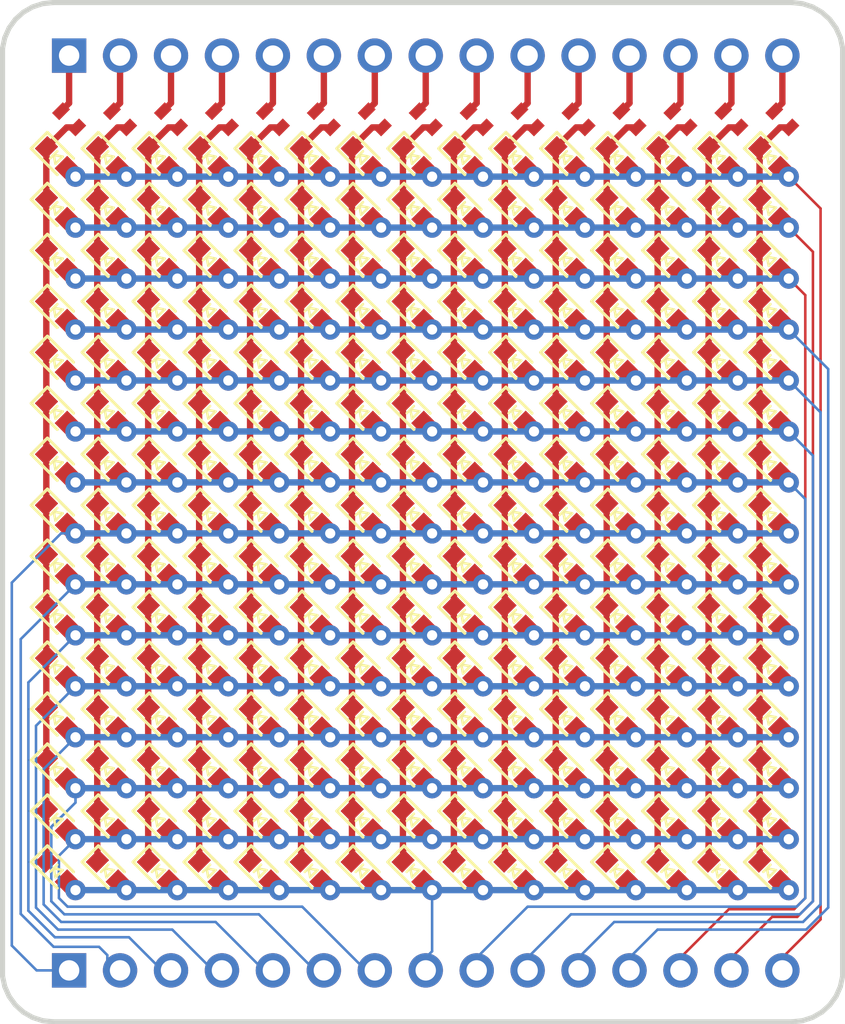
<source format=kicad_pcb>
(kicad_pcb (version 20171130) (host pcbnew "(5.0.0)")
  (layers (0 F.Cu signal) (31 B.Cu signal) (34 B.Paste user hide) (35 F.Paste user) (36 B.SilkS user hide) (37 F.SilkS user) (38 B.Mask user hide) (39 F.Mask user hide) (44 Edge.Cuts user))
  (net 0 "")
  (net 1 ROW_0)
  (net 2 ROW_1)
  (net 3 ROW_2)
  (net 4 ROW_3)
  (net 5 ROW_4)
  (net 6 ROW_5)
  (net 7 ROW_6)
  (net 8 ROW_7)
  (net 9 ROW_8)
  (net 10 ROW_9)
  (net 11 ROW_10)
  (net 12 COL_0)
  (net 13 COL_1)
  (net 14 COL_2)
  (net 15 COL_3)
  (net 16 COL_4)
  (net 17 COL_5)
  (net 18 COL_6)
  (net 19 COL_7)
  (net 20 COL_8)
  (net 21 COL_9)
  (net 22 COL_10)
  (net 23 COL_11)
  (net 24 COL_12)
  (net 25 COL_13)
  (net 26 COL_14)
  (net 27 ROW_11)
  (net 28 ROW_12)
  (net 29 ROW_13)
  (net 30 ROW_14)
  (net 31 "Net-(D1-Pad1)")
  (net 32 "Net-(D107-Pad1)")
  (net 33 "Net-(D108-Pad1)")
  (net 34 "Net-(D109-Pad1)")
  (net 35 "Net-(D110-Pad1)")
  (net 36 "Net-(D111-Pad1)")
  (net 37 "Net-(D112-Pad1)")
  (net 38 "Net-(D113-Pad1)")
  (net 39 "Net-(D114-Pad1)")
  (net 40 "Net-(D10-Pad1)")
  (net 41 "Net-(D101-Pad1)")
  (net 42 "Net-(D102-Pad1)")
  (net 43 "Net-(D103-Pad1)")
  (net 44 "Net-(D104-Pad1)")
  (net 45 "Net-(D105-Pad1)")
  (module Pin_Headers:Pin_Header_Straight_1x15_Pitch2.00mm (layer F.Cu) (at 132 94.9 90)
    (fp_text reference J1)
    (fp_text value ROWS)
    (pad 1 thru_hole rect (at 0 0 90) (size 1.35 1.35) (drill 0.8) (layers *.Cu *.Mask) (net 8 ROW_7))
    (pad 2 thru_hole oval (at 0 2 90) (size 1.35 1.35) (drill 0.8) (layers *.Cu *.Mask) (net 9 ROW_8))
    (pad 3 thru_hole oval (at 0 4 90) (size 1.35 1.35) (drill 0.8) (layers *.Cu *.Mask) (net 10 ROW_9))
    (pad 4 thru_hole oval (at 0 6 90) (size 1.35 1.35) (drill 0.8) (layers *.Cu *.Mask) (net 11 ROW_10))
    (pad 5 thru_hole oval (at 0 8 90) (size 1.35 1.35) (drill 0.8) (layers *.Cu *.Mask) (net 27 ROW_11))
    (pad 6 thru_hole oval (at 0 10 90) (size 1.35 1.35) (drill 0.8) (layers *.Cu *.Mask) (net 28 ROW_12))
    (pad 7 thru_hole oval (at 0 12 90) (size 1.35 1.35) (drill 0.8) (layers *.Cu *.Mask) (net 29 ROW_13))
    (pad 8 thru_hole oval (at 0 14 90) (size 1.35 1.35) (drill 0.8) (layers *.Cu *.Mask) (net 30 ROW_14))
    (pad 9 thru_hole oval (at 0 16 90) (size 1.35 1.35) (drill 0.8) (layers *.Cu *.Mask) (net 7 ROW_6))
    (pad 10 thru_hole oval (at 0 18 90) (size 1.35 1.35) (drill 0.8) (layers *.Cu *.Mask) (net 6 ROW_5))
    (pad 11 thru_hole oval (at 0 20 90) (size 1.35 1.35) (drill 0.8) (layers *.Cu *.Mask) (net 5 ROW_4))
    (pad 12 thru_hole oval (at 0 22 90) (size 1.35 1.35) (drill 0.8) (layers *.Cu *.Mask) (net 4 ROW_3))
    (pad 13 thru_hole oval (at 0 24 90) (size 1.35 1.35) (drill 0.8) (layers *.Cu *.Mask) (net 3 ROW_2))
    (pad 14 thru_hole oval (at 0 26 90) (size 1.35 1.35) (drill 0.8) (layers *.Cu *.Mask) (net 2 ROW_1))
    (pad 15 thru_hole oval (at 0 28 90) (size 1.35 1.35) (drill 0.8) (layers *.Cu *.Mask) (net 1 ROW_0))
  )
  (module Pin_Headers:Pin_Header_Straight_1x15_Pitch2.00mm (layer F.Cu) (at 132 59 90)
    (fp_text reference J0)
    (fp_text value COLS)
    (pad 1 thru_hole rect (at 0 0 90) (size 1.35 1.35) (drill 0.8) (layers *.Cu *.Mask) (net 12 COL_0))
    (pad 2 thru_hole oval (at 0 2 90) (size 1.35 1.35) (drill 0.8) (layers *.Cu *.Mask) (net 13 COL_1))
    (pad 3 thru_hole oval (at 0 4 90) (size 1.35 1.35) (drill 0.8) (layers *.Cu *.Mask) (net 14 COL_2))
    (pad 4 thru_hole oval (at 0 6 90) (size 1.35 1.35) (drill 0.8) (layers *.Cu *.Mask) (net 15 COL_3))
    (pad 5 thru_hole oval (at 0 8 90) (size 1.35 1.35) (drill 0.8) (layers *.Cu *.Mask) (net 16 COL_4))
    (pad 6 thru_hole oval (at 0 10 90) (size 1.35 1.35) (drill 0.8) (layers *.Cu *.Mask) (net 17 COL_5))
    (pad 7 thru_hole oval (at 0 12 90) (size 1.35 1.35) (drill 0.8) (layers *.Cu *.Mask) (net 18 COL_6))
    (pad 8 thru_hole oval (at 0 14 90) (size 1.35 1.35) (drill 0.8) (layers *.Cu *.Mask) (net 19 COL_7))
    (pad 9 thru_hole oval (at 0 16 90) (size 1.35 1.35) (drill 0.8) (layers *.Cu *.Mask) (net 20 COL_8))
    (pad 10 thru_hole oval (at 0 18 90) (size 1.35 1.35) (drill 0.8) (layers *.Cu *.Mask) (net 21 COL_9))
    (pad 11 thru_hole oval (at 0 20 90) (size 1.35 1.35) (drill 0.8) (layers *.Cu *.Mask) (net 22 COL_10))
    (pad 12 thru_hole oval (at 0 22 90) (size 1.35 1.35) (drill 0.8) (layers *.Cu *.Mask) (net 23 COL_11))
    (pad 13 thru_hole oval (at 0 24 90) (size 1.35 1.35) (drill 0.8) (layers *.Cu *.Mask) (net 24 COL_12))
    (pad 14 thru_hole oval (at 0 26 90) (size 1.35 1.35) (drill 0.8) (layers *.Cu *.Mask) (net 25 COL_13))
    (pad 15 thru_hole oval (at 0 28 90) (size 1.35 1.35) (drill 0.8) (layers *.Cu *.Mask) (net 26 COL_14))
  )
  (module "Custom Footprints:LED_0402-Clean" (layer F.Cu) (at 131.5 63 315)
    (fp_text reference D1)
    (fp_text value LED_ALT)
    (pad 1 smd rect (at -0.55 0 135) (size 0.6 0.7) (layers F.Cu F.Paste F.Mask) (net 31 "Net-(D1-Pad1)"))
    (pad 2 smd rect (at 0.55 0 135) (size 0.6 0.7) (layers F.Cu F.Paste F.Mask) (net 1 ROW_0))
  )
  (module "Custom Footprints:LED_0402-Clean" (layer F.Cu) (at 133.5 63 315)
    (fp_text reference D2)
    (fp_text value LED_ALT)
    (pad 2 smd rect (at 0.55 0 135) (size 0.6 0.7) (layers F.Cu F.Paste F.Mask) (net 1 ROW_0))
    (pad 1 smd rect (at -0.55 0 135) (size 0.6 0.7) (layers F.Cu F.Paste F.Mask) (net 32 "Net-(D107-Pad1)"))
  )
  (module "Custom Footprints:LED_0402-Clean" (layer F.Cu) (at 135.5 63 315)
    (fp_text reference D3)
    (fp_text value LED_ALT)
    (pad 2 smd rect (at 0.55 0 135) (size 0.6 0.7) (layers F.Cu F.Paste F.Mask) (net 1 ROW_0))
    (pad 1 smd rect (at -0.55 0 135) (size 0.6 0.7) (layers F.Cu F.Paste F.Mask) (net 33 "Net-(D108-Pad1)"))
  )
  (module "Custom Footprints:LED_0402-Clean" (layer F.Cu) (at 137.5 63 315)
    (fp_text reference D4)
    (fp_text value LED_ALT)
    (pad 2 smd rect (at 0.55 0 135) (size 0.6 0.7) (layers F.Cu F.Paste F.Mask) (net 1 ROW_0))
    (pad 1 smd rect (at -0.55 0 135) (size 0.6 0.7) (layers F.Cu F.Paste F.Mask) (net 34 "Net-(D109-Pad1)"))
  )
  (module "Custom Footprints:LED_0402-Clean" (layer F.Cu) (at 139.5 63 315)
    (fp_text reference D5)
    (fp_text value LED_ALT)
    (pad 1 smd rect (at -0.55 0 135) (size 0.6 0.7) (layers F.Cu F.Paste F.Mask) (net 35 "Net-(D110-Pad1)"))
    (pad 2 smd rect (at 0.55 0 135) (size 0.6 0.7) (layers F.Cu F.Paste F.Mask) (net 1 ROW_0))
  )
  (module "Custom Footprints:LED_0402-Clean" (layer F.Cu) (at 141.5 63 315)
    (fp_text reference D6)
    (fp_text value LED_ALT)
    (pad 1 smd rect (at -0.55 0 135) (size 0.6 0.7) (layers F.Cu F.Paste F.Mask) (net 36 "Net-(D111-Pad1)"))
    (pad 2 smd rect (at 0.55 0 135) (size 0.6 0.7) (layers F.Cu F.Paste F.Mask) (net 1 ROW_0))
  )
  (module "Custom Footprints:LED_0402-Clean" (layer F.Cu) (at 143.5 63 315)
    (fp_text reference D7)
    (fp_text value LED_ALT)
    (pad 1 smd rect (at -0.55 0 135) (size 0.6 0.7) (layers F.Cu F.Paste F.Mask) (net 37 "Net-(D112-Pad1)"))
    (pad 2 smd rect (at 0.55 0 135) (size 0.6 0.7) (layers F.Cu F.Paste F.Mask) (net 1 ROW_0))
  )
  (module "Custom Footprints:LED_0402-Clean" (layer F.Cu) (at 145.5 63 315)
    (fp_text reference D8)
    (fp_text value LED_ALT)
    (pad 1 smd rect (at -0.55 0 135) (size 0.6 0.7) (layers F.Cu F.Paste F.Mask) (net 38 "Net-(D113-Pad1)"))
    (pad 2 smd rect (at 0.55 0 135) (size 0.6 0.7) (layers F.Cu F.Paste F.Mask) (net 1 ROW_0))
  )
  (module "Custom Footprints:LED_0402-Clean" (layer F.Cu) (at 147.5 63 315)
    (fp_text reference D9)
    (fp_text value LED_ALT)
    (pad 1 smd rect (at -0.55 0 135) (size 0.6 0.7) (layers F.Cu F.Paste F.Mask) (net 39 "Net-(D114-Pad1)"))
    (pad 2 smd rect (at 0.55 0 135) (size 0.6 0.7) (layers F.Cu F.Paste F.Mask) (net 1 ROW_0))
  )
  (module "Custom Footprints:LED_0402-Clean" (layer F.Cu) (at 149.5 63 315)
    (fp_text reference D10)
    (fp_text value LED_ALT)
    (pad 1 smd rect (at -0.55 0 135) (size 0.6 0.7) (layers F.Cu F.Paste F.Mask) (net 40 "Net-(D10-Pad1)"))
    (pad 2 smd rect (at 0.55 0 135) (size 0.6 0.7) (layers F.Cu F.Paste F.Mask) (net 1 ROW_0))
  )
  (module "Custom Footprints:LED_0402-Clean" (layer F.Cu) (at 151.5 63 315)
    (fp_text reference D11)
    (fp_text value LED_ALT)
    (pad 1 smd rect (at -0.55 0 135) (size 0.6 0.7) (layers F.Cu F.Paste F.Mask) (net 41 "Net-(D101-Pad1)"))
    (pad 2 smd rect (at 0.55 0 135) (size 0.6 0.7) (layers F.Cu F.Paste F.Mask) (net 1 ROW_0))
  )
  (module "Custom Footprints:LED_0402-Clean" (layer F.Cu) (at 153.5 63 315)
    (fp_text reference D12)
    (fp_text value LED_ALT)
    (pad 1 smd rect (at -0.55 0 135) (size 0.6 0.7) (layers F.Cu F.Paste F.Mask) (net 42 "Net-(D102-Pad1)"))
    (pad 2 smd rect (at 0.55 0 135) (size 0.6 0.7) (layers F.Cu F.Paste F.Mask) (net 1 ROW_0))
  )
  (module "Custom Footprints:LED_0402-Clean" (layer F.Cu) (at 155.5 63 315)
    (fp_text reference D13)
    (fp_text value LED_ALT)
    (pad 2 smd rect (at 0.55 0 135) (size 0.6 0.7) (layers F.Cu F.Paste F.Mask) (net 1 ROW_0))
    (pad 1 smd rect (at -0.55 0 135) (size 0.6 0.7) (layers F.Cu F.Paste F.Mask) (net 43 "Net-(D103-Pad1)"))
  )
  (module "Custom Footprints:LED_0402-Clean" (layer F.Cu) (at 157.5 63 315)
    (fp_text reference D14)
    (fp_text value LED_ALT)
    (pad 1 smd rect (at -0.55 0 135) (size 0.6 0.7) (layers F.Cu F.Paste F.Mask) (net 44 "Net-(D104-Pad1)"))
    (pad 2 smd rect (at 0.55 0 135) (size 0.6 0.7) (layers F.Cu F.Paste F.Mask) (net 1 ROW_0))
  )
  (module "Custom Footprints:LED_0402-Clean" (layer F.Cu) (at 159.5 63 315)
    (fp_text reference D15)
    (fp_text value LED_ALT)
    (pad 2 smd rect (at 0.55 0 135) (size 0.6 0.7) (layers F.Cu F.Paste F.Mask) (net 1 ROW_0))
    (pad 1 smd rect (at -0.55 0 135) (size 0.6 0.7) (layers F.Cu F.Paste F.Mask) (net 45 "Net-(D105-Pad1)"))
  )
  (module "Custom Footprints:LED_0402-Clean" (layer F.Cu) (at 131.5 65 315)
    (fp_text reference D16)
    (fp_text value LED_ALT)
    (pad 1 smd rect (at -0.55 0 135) (size 0.6 0.7) (layers F.Cu F.Paste F.Mask) (net 31 "Net-(D1-Pad1)"))
    (pad 2 smd rect (at 0.55 0 135) (size 0.6 0.7) (layers F.Cu F.Paste F.Mask) (net 2 ROW_1))
  )
  (module "Custom Footprints:LED_0402-Clean" (layer F.Cu) (at 133.5 65 315)
    (fp_text reference D17)
    (fp_text value LED_ALT)
    (pad 2 smd rect (at 0.55 0 135) (size 0.6 0.7) (layers F.Cu F.Paste F.Mask) (net 2 ROW_1))
    (pad 1 smd rect (at -0.55 0 135) (size 0.6 0.7) (layers F.Cu F.Paste F.Mask) (net 32 "Net-(D107-Pad1)"))
  )
  (module "Custom Footprints:LED_0402-Clean" (layer F.Cu) (at 135.5 65 315)
    (fp_text reference D18)
    (fp_text value LED_ALT)
    (pad 2 smd rect (at 0.55 0 135) (size 0.6 0.7) (layers F.Cu F.Paste F.Mask) (net 2 ROW_1))
    (pad 1 smd rect (at -0.55 0 135) (size 0.6 0.7) (layers F.Cu F.Paste F.Mask) (net 33 "Net-(D108-Pad1)"))
  )
  (module "Custom Footprints:LED_0402-Clean" (layer F.Cu) (at 137.5 65 315)
    (fp_text reference D19)
    (fp_text value LED_ALT)
    (pad 2 smd rect (at 0.55 0 135) (size 0.6 0.7) (layers F.Cu F.Paste F.Mask) (net 2 ROW_1))
    (pad 1 smd rect (at -0.55 0 135) (size 0.6 0.7) (layers F.Cu F.Paste F.Mask) (net 34 "Net-(D109-Pad1)"))
  )
  (module "Custom Footprints:LED_0402-Clean" (layer F.Cu) (at 139.5 65 315)
    (fp_text reference D20)
    (fp_text value LED_ALT)
    (pad 2 smd rect (at 0.55 0 135) (size 0.6 0.7) (layers F.Cu F.Paste F.Mask) (net 2 ROW_1))
    (pad 1 smd rect (at -0.55 0 135) (size 0.6 0.7) (layers F.Cu F.Paste F.Mask) (net 35 "Net-(D110-Pad1)"))
  )
  (module "Custom Footprints:LED_0402-Clean" (layer F.Cu) (at 141.5 65 315)
    (fp_text reference D21)
    (fp_text value LED_ALT)
    (pad 2 smd rect (at 0.55 0 135) (size 0.6 0.7) (layers F.Cu F.Paste F.Mask) (net 2 ROW_1))
    (pad 1 smd rect (at -0.55 0 135) (size 0.6 0.7) (layers F.Cu F.Paste F.Mask) (net 36 "Net-(D111-Pad1)"))
  )
  (module "Custom Footprints:LED_0402-Clean" (layer F.Cu) (at 143.5 65 315)
    (fp_text reference D22)
    (fp_text value LED_ALT)
    (pad 2 smd rect (at 0.55 0 135) (size 0.6 0.7) (layers F.Cu F.Paste F.Mask) (net 2 ROW_1))
    (pad 1 smd rect (at -0.55 0 135) (size 0.6 0.7) (layers F.Cu F.Paste F.Mask) (net 37 "Net-(D112-Pad1)"))
  )
  (module "Custom Footprints:LED_0402-Clean" (layer F.Cu) (at 145.5 65 315)
    (fp_text reference D23)
    (fp_text value LED_ALT)
    (pad 2 smd rect (at 0.55 0 135) (size 0.6 0.7) (layers F.Cu F.Paste F.Mask) (net 2 ROW_1))
    (pad 1 smd rect (at -0.55 0 135) (size 0.6 0.7) (layers F.Cu F.Paste F.Mask) (net 38 "Net-(D113-Pad1)"))
  )
  (module "Custom Footprints:LED_0402-Clean" (layer F.Cu) (at 147.5 65 315)
    (fp_text reference D24)
    (fp_text value LED_ALT)
    (pad 2 smd rect (at 0.55 0 135) (size 0.6 0.7) (layers F.Cu F.Paste F.Mask) (net 2 ROW_1))
    (pad 1 smd rect (at -0.55 0 135) (size 0.6 0.7) (layers F.Cu F.Paste F.Mask) (net 39 "Net-(D114-Pad1)"))
  )
  (module "Custom Footprints:LED_0402-Clean" (layer F.Cu) (at 149.5 65 315)
    (fp_text reference D25)
    (fp_text value LED_ALT)
    (pad 1 smd rect (at -0.55 0 135) (size 0.6 0.7) (layers F.Cu F.Paste F.Mask) (net 40 "Net-(D10-Pad1)"))
    (pad 2 smd rect (at 0.55 0 135) (size 0.6 0.7) (layers F.Cu F.Paste F.Mask) (net 2 ROW_1))
  )
  (module "Custom Footprints:LED_0402-Clean" (layer F.Cu) (at 151.5 65 315)
    (fp_text reference D26)
    (fp_text value LED_ALT)
    (pad 1 smd rect (at -0.55 0 135) (size 0.6 0.7) (layers F.Cu F.Paste F.Mask) (net 41 "Net-(D101-Pad1)"))
    (pad 2 smd rect (at 0.55 0 135) (size 0.6 0.7) (layers F.Cu F.Paste F.Mask) (net 2 ROW_1))
  )
  (module "Custom Footprints:LED_0402-Clean" (layer F.Cu) (at 153.5 65 315)
    (fp_text reference D27)
    (fp_text value LED_ALT)
    (pad 1 smd rect (at -0.55 0 135) (size 0.6 0.7) (layers F.Cu F.Paste F.Mask) (net 42 "Net-(D102-Pad1)"))
    (pad 2 smd rect (at 0.55 0 135) (size 0.6 0.7) (layers F.Cu F.Paste F.Mask) (net 2 ROW_1))
  )
  (module "Custom Footprints:LED_0402-Clean" (layer F.Cu) (at 155.5 65 315)
    (fp_text reference D28)
    (fp_text value LED_ALT)
    (pad 2 smd rect (at 0.55 0 135) (size 0.6 0.7) (layers F.Cu F.Paste F.Mask) (net 2 ROW_1))
    (pad 1 smd rect (at -0.55 0 135) (size 0.6 0.7) (layers F.Cu F.Paste F.Mask) (net 43 "Net-(D103-Pad1)"))
  )
  (module "Custom Footprints:LED_0402-Clean" (layer F.Cu) (at 157.5 65 315)
    (fp_text reference D29)
    (fp_text value LED_ALT)
    (pad 1 smd rect (at -0.55 0 135) (size 0.6 0.7) (layers F.Cu F.Paste F.Mask) (net 44 "Net-(D104-Pad1)"))
    (pad 2 smd rect (at 0.55 0 135) (size 0.6 0.7) (layers F.Cu F.Paste F.Mask) (net 2 ROW_1))
  )
  (module "Custom Footprints:LED_0402-Clean" (layer F.Cu) (at 159.5 65 315)
    (fp_text reference D30)
    (fp_text value LED_ALT)
    (pad 2 smd rect (at 0.55 0 135) (size 0.6 0.7) (layers F.Cu F.Paste F.Mask) (net 2 ROW_1))
    (pad 1 smd rect (at -0.55 0 135) (size 0.6 0.7) (layers F.Cu F.Paste F.Mask) (net 45 "Net-(D105-Pad1)"))
  )
  (module "Custom Footprints:LED_0402-Clean" (layer F.Cu) (at 131.5 67 315)
    (fp_text reference D31)
    (fp_text value LED_ALT)
    (pad 1 smd rect (at -0.55 0 135) (size 0.6 0.7) (layers F.Cu F.Paste F.Mask) (net 31 "Net-(D1-Pad1)"))
    (pad 2 smd rect (at 0.55 0 135) (size 0.6 0.7) (layers F.Cu F.Paste F.Mask) (net 3 ROW_2))
  )
  (module "Custom Footprints:LED_0402-Clean" (layer F.Cu) (at 133.5 67 315)
    (fp_text reference D32)
    (fp_text value LED_ALT)
    (pad 2 smd rect (at 0.55 0 135) (size 0.6 0.7) (layers F.Cu F.Paste F.Mask) (net 3 ROW_2))
    (pad 1 smd rect (at -0.55 0 135) (size 0.6 0.7) (layers F.Cu F.Paste F.Mask) (net 32 "Net-(D107-Pad1)"))
  )
  (module "Custom Footprints:LED_0402-Clean" (layer F.Cu) (at 135.5 67 315)
    (fp_text reference D33)
    (fp_text value LED_ALT)
    (pad 1 smd rect (at -0.55 0 135) (size 0.6 0.7) (layers F.Cu F.Paste F.Mask) (net 33 "Net-(D108-Pad1)"))
    (pad 2 smd rect (at 0.55 0 135) (size 0.6 0.7) (layers F.Cu F.Paste F.Mask) (net 3 ROW_2))
  )
  (module "Custom Footprints:LED_0402-Clean" (layer F.Cu) (at 137.5 67 315)
    (fp_text reference D34)
    (fp_text value LED_ALT)
    (pad 1 smd rect (at -0.55 0 135) (size 0.6 0.7) (layers F.Cu F.Paste F.Mask) (net 34 "Net-(D109-Pad1)"))
    (pad 2 smd rect (at 0.55 0 135) (size 0.6 0.7) (layers F.Cu F.Paste F.Mask) (net 3 ROW_2))
  )
  (module "Custom Footprints:LED_0402-Clean" (layer F.Cu) (at 139.5 67 315)
    (fp_text reference D35)
    (fp_text value LED_ALT)
    (pad 1 smd rect (at -0.55 0 135) (size 0.6 0.7) (layers F.Cu F.Paste F.Mask) (net 35 "Net-(D110-Pad1)"))
    (pad 2 smd rect (at 0.55 0 135) (size 0.6 0.7) (layers F.Cu F.Paste F.Mask) (net 3 ROW_2))
  )
  (module "Custom Footprints:LED_0402-Clean" (layer F.Cu) (at 141.5 67 315)
    (fp_text reference D36)
    (fp_text value LED_ALT)
    (pad 2 smd rect (at 0.55 0 135) (size 0.6 0.7) (layers F.Cu F.Paste F.Mask) (net 3 ROW_2))
    (pad 1 smd rect (at -0.55 0 135) (size 0.6 0.7) (layers F.Cu F.Paste F.Mask) (net 36 "Net-(D111-Pad1)"))
  )
  (module "Custom Footprints:LED_0402-Clean" (layer F.Cu) (at 143.5 67 315)
    (fp_text reference D37)
    (fp_text value LED_ALT)
    (pad 2 smd rect (at 0.55 0 135) (size 0.6 0.7) (layers F.Cu F.Paste F.Mask) (net 3 ROW_2))
    (pad 1 smd rect (at -0.55 0 135) (size 0.6 0.7) (layers F.Cu F.Paste F.Mask) (net 37 "Net-(D112-Pad1)"))
  )
  (module "Custom Footprints:LED_0402-Clean" (layer F.Cu) (at 145.5 67 315)
    (fp_text reference D38)
    (fp_text value LED_ALT)
    (pad 2 smd rect (at 0.55 0 135) (size 0.6 0.7) (layers F.Cu F.Paste F.Mask) (net 3 ROW_2))
    (pad 1 smd rect (at -0.55 0 135) (size 0.6 0.7) (layers F.Cu F.Paste F.Mask) (net 38 "Net-(D113-Pad1)"))
  )
  (module "Custom Footprints:LED_0402-Clean" (layer F.Cu) (at 147.5 67 315)
    (fp_text reference D39)
    (fp_text value LED_ALT)
    (pad 2 smd rect (at 0.55 0 135) (size 0.6 0.7) (layers F.Cu F.Paste F.Mask) (net 3 ROW_2))
    (pad 1 smd rect (at -0.55 0 135) (size 0.6 0.7) (layers F.Cu F.Paste F.Mask) (net 39 "Net-(D114-Pad1)"))
  )
  (module "Custom Footprints:LED_0402-Clean" (layer F.Cu) (at 149.5 67 315)
    (fp_text reference D40)
    (fp_text value LED_ALT)
    (pad 2 smd rect (at 0.55 0 135) (size 0.6 0.7) (layers F.Cu F.Paste F.Mask) (net 3 ROW_2))
    (pad 1 smd rect (at -0.55 0 135) (size 0.6 0.7) (layers F.Cu F.Paste F.Mask) (net 40 "Net-(D10-Pad1)"))
  )
  (module "Custom Footprints:LED_0402-Clean" (layer F.Cu) (at 151.5 67 315)
    (fp_text reference D41)
    (fp_text value LED_ALT)
    (pad 2 smd rect (at 0.55 0 135) (size 0.6 0.7) (layers F.Cu F.Paste F.Mask) (net 3 ROW_2))
    (pad 1 smd rect (at -0.55 0 135) (size 0.6 0.7) (layers F.Cu F.Paste F.Mask) (net 41 "Net-(D101-Pad1)"))
  )
  (module "Custom Footprints:LED_0402-Clean" (layer F.Cu) (at 153.5 67 315)
    (fp_text reference D42)
    (fp_text value LED_ALT)
    (pad 1 smd rect (at -0.55 0 135) (size 0.6 0.7) (layers F.Cu F.Paste F.Mask) (net 42 "Net-(D102-Pad1)"))
    (pad 2 smd rect (at 0.55 0 135) (size 0.6 0.7) (layers F.Cu F.Paste F.Mask) (net 3 ROW_2))
  )
  (module "Custom Footprints:LED_0402-Clean" (layer F.Cu) (at 155.5 67 315)
    (fp_text reference D43)
    (fp_text value LED_ALT)
    (pad 2 smd rect (at 0.55 0 135) (size 0.6 0.7) (layers F.Cu F.Paste F.Mask) (net 3 ROW_2))
    (pad 1 smd rect (at -0.55 0 135) (size 0.6 0.7) (layers F.Cu F.Paste F.Mask) (net 43 "Net-(D103-Pad1)"))
  )
  (module "Custom Footprints:LED_0402-Clean" (layer F.Cu) (at 157.5 67 315)
    (fp_text reference D44)
    (fp_text value LED_ALT)
    (pad 1 smd rect (at -0.55 0 135) (size 0.6 0.7) (layers F.Cu F.Paste F.Mask) (net 44 "Net-(D104-Pad1)"))
    (pad 2 smd rect (at 0.55 0 135) (size 0.6 0.7) (layers F.Cu F.Paste F.Mask) (net 3 ROW_2))
  )
  (module "Custom Footprints:LED_0402-Clean" (layer F.Cu) (at 159.5 67 315)
    (fp_text reference D45)
    (fp_text value LED_ALT)
    (pad 2 smd rect (at 0.55 0 135) (size 0.6 0.7) (layers F.Cu F.Paste F.Mask) (net 3 ROW_2))
    (pad 1 smd rect (at -0.55 0 135) (size 0.6 0.7) (layers F.Cu F.Paste F.Mask) (net 45 "Net-(D105-Pad1)"))
  )
  (module "Custom Footprints:LED_0402-Clean" (layer F.Cu) (at 131.5 69 315)
    (fp_text reference D46)
    (fp_text value LED_ALT)
    (pad 2 smd rect (at 0.55 0 135) (size 0.6 0.7) (layers F.Cu F.Paste F.Mask) (net 4 ROW_3))
    (pad 1 smd rect (at -0.55 0 135) (size 0.6 0.7) (layers F.Cu F.Paste F.Mask) (net 31 "Net-(D1-Pad1)"))
  )
  (module "Custom Footprints:LED_0402-Clean" (layer F.Cu) (at 133.5 69 315)
    (fp_text reference D47)
    (fp_text value LED_ALT)
    (pad 2 smd rect (at 0.55 0 135) (size 0.6 0.7) (layers F.Cu F.Paste F.Mask) (net 4 ROW_3))
    (pad 1 smd rect (at -0.55 0 135) (size 0.6 0.7) (layers F.Cu F.Paste F.Mask) (net 32 "Net-(D107-Pad1)"))
  )
  (module "Custom Footprints:LED_0402-Clean" (layer F.Cu) (at 135.5 69 315)
    (fp_text reference D48)
    (fp_text value LED_ALT)
    (pad 2 smd rect (at 0.55 0 135) (size 0.6 0.7) (layers F.Cu F.Paste F.Mask) (net 4 ROW_3))
    (pad 1 smd rect (at -0.55 0 135) (size 0.6 0.7) (layers F.Cu F.Paste F.Mask) (net 33 "Net-(D108-Pad1)"))
  )
  (module "Custom Footprints:LED_0402-Clean" (layer F.Cu) (at 137.5 69 315)
    (fp_text reference D49)
    (fp_text value LED_ALT)
    (pad 1 smd rect (at -0.55 0 135) (size 0.6 0.7) (layers F.Cu F.Paste F.Mask) (net 34 "Net-(D109-Pad1)"))
    (pad 2 smd rect (at 0.55 0 135) (size 0.6 0.7) (layers F.Cu F.Paste F.Mask) (net 4 ROW_3))
  )
  (module "Custom Footprints:LED_0402-Clean" (layer F.Cu) (at 139.5 69 315)
    (fp_text reference D50)
    (fp_text value LED_ALT)
    (pad 1 smd rect (at -0.55 0 135) (size 0.6 0.7) (layers F.Cu F.Paste F.Mask) (net 35 "Net-(D110-Pad1)"))
    (pad 2 smd rect (at 0.55 0 135) (size 0.6 0.7) (layers F.Cu F.Paste F.Mask) (net 4 ROW_3))
  )
  (module "Custom Footprints:LED_0402-Clean" (layer F.Cu) (at 141.5 69 315)
    (fp_text reference D51)
    (fp_text value LED_ALT)
    (pad 1 smd rect (at -0.55 0 135) (size 0.6 0.7) (layers F.Cu F.Paste F.Mask) (net 36 "Net-(D111-Pad1)"))
    (pad 2 smd rect (at 0.55 0 135) (size 0.6 0.7) (layers F.Cu F.Paste F.Mask) (net 4 ROW_3))
  )
  (module "Custom Footprints:LED_0402-Clean" (layer F.Cu) (at 143.5 69 315)
    (fp_text reference D52)
    (fp_text value LED_ALT)
    (pad 1 smd rect (at -0.55 0 135) (size 0.6 0.7) (layers F.Cu F.Paste F.Mask) (net 37 "Net-(D112-Pad1)"))
    (pad 2 smd rect (at 0.55 0 135) (size 0.6 0.7) (layers F.Cu F.Paste F.Mask) (net 4 ROW_3))
  )
  (module "Custom Footprints:LED_0402-Clean" (layer F.Cu) (at 145.5 69 315)
    (fp_text reference D53)
    (fp_text value LED_ALT)
    (pad 1 smd rect (at -0.55 0 135) (size 0.6 0.7) (layers F.Cu F.Paste F.Mask) (net 38 "Net-(D113-Pad1)"))
    (pad 2 smd rect (at 0.55 0 135) (size 0.6 0.7) (layers F.Cu F.Paste F.Mask) (net 4 ROW_3))
  )
  (module "Custom Footprints:LED_0402-Clean" (layer F.Cu) (at 147.5 69 315)
    (fp_text reference D54)
    (fp_text value LED_ALT)
    (pad 1 smd rect (at -0.55 0 135) (size 0.6 0.7) (layers F.Cu F.Paste F.Mask) (net 39 "Net-(D114-Pad1)"))
    (pad 2 smd rect (at 0.55 0 135) (size 0.6 0.7) (layers F.Cu F.Paste F.Mask) (net 4 ROW_3))
  )
  (module "Custom Footprints:LED_0402-Clean" (layer F.Cu) (at 149.5 69 315)
    (fp_text reference D55)
    (fp_text value LED_ALT)
    (pad 1 smd rect (at -0.55 0 135) (size 0.6 0.7) (layers F.Cu F.Paste F.Mask) (net 40 "Net-(D10-Pad1)"))
    (pad 2 smd rect (at 0.55 0 135) (size 0.6 0.7) (layers F.Cu F.Paste F.Mask) (net 4 ROW_3))
  )
  (module "Custom Footprints:LED_0402-Clean" (layer F.Cu) (at 151.5 69 315)
    (fp_text reference D56)
    (fp_text value LED_ALT)
    (pad 1 smd rect (at -0.55 0 135) (size 0.6 0.7) (layers F.Cu F.Paste F.Mask) (net 41 "Net-(D101-Pad1)"))
    (pad 2 smd rect (at 0.55 0 135) (size 0.6 0.7) (layers F.Cu F.Paste F.Mask) (net 4 ROW_3))
  )
  (module "Custom Footprints:LED_0402-Clean" (layer F.Cu) (at 153.5 69 315)
    (fp_text reference D57)
    (fp_text value LED_ALT)
    (pad 1 smd rect (at -0.55 0 135) (size 0.6 0.7) (layers F.Cu F.Paste F.Mask) (net 42 "Net-(D102-Pad1)"))
    (pad 2 smd rect (at 0.55 0 135) (size 0.6 0.7) (layers F.Cu F.Paste F.Mask) (net 4 ROW_3))
  )
  (module "Custom Footprints:LED_0402-Clean" (layer F.Cu) (at 155.5 69 315)
    (fp_text reference D58)
    (fp_text value LED_ALT)
    (pad 2 smd rect (at 0.55 0 135) (size 0.6 0.7) (layers F.Cu F.Paste F.Mask) (net 4 ROW_3))
    (pad 1 smd rect (at -0.55 0 135) (size 0.6 0.7) (layers F.Cu F.Paste F.Mask) (net 43 "Net-(D103-Pad1)"))
  )
  (module "Custom Footprints:LED_0402-Clean" (layer F.Cu) (at 157.5 69 315)
    (fp_text reference D59)
    (fp_text value LED_ALT)
    (pad 2 smd rect (at 0.55 0 135) (size 0.6 0.7) (layers F.Cu F.Paste F.Mask) (net 4 ROW_3))
    (pad 1 smd rect (at -0.55 0 135) (size 0.6 0.7) (layers F.Cu F.Paste F.Mask) (net 44 "Net-(D104-Pad1)"))
  )
  (module "Custom Footprints:LED_0402-Clean" (layer F.Cu) (at 159.5 69 315)
    (fp_text reference D60)
    (fp_text value LED_ALT)
    (pad 2 smd rect (at 0.55 0 135) (size 0.6 0.7) (layers F.Cu F.Paste F.Mask) (net 4 ROW_3))
    (pad 1 smd rect (at -0.55 0 135) (size 0.6 0.7) (layers F.Cu F.Paste F.Mask) (net 45 "Net-(D105-Pad1)"))
  )
  (module "Custom Footprints:LED_0402-Clean" (layer F.Cu) (at 131.5 71 315)
    (fp_text reference D61)
    (fp_text value LED_ALT)
    (pad 2 smd rect (at 0.55 0 135) (size 0.6 0.7) (layers F.Cu F.Paste F.Mask) (net 5 ROW_4))
    (pad 1 smd rect (at -0.55 0 135) (size 0.6 0.7) (layers F.Cu F.Paste F.Mask) (net 31 "Net-(D1-Pad1)"))
  )
  (module "Custom Footprints:LED_0402-Clean" (layer F.Cu) (at 133.5 71 315)
    (fp_text reference D62)
    (fp_text value LED_ALT)
    (pad 2 smd rect (at 0.55 0 135) (size 0.6 0.7) (layers F.Cu F.Paste F.Mask) (net 5 ROW_4))
    (pad 1 smd rect (at -0.55 0 135) (size 0.6 0.7) (layers F.Cu F.Paste F.Mask) (net 32 "Net-(D107-Pad1)"))
  )
  (module "Custom Footprints:LED_0402-Clean" (layer F.Cu) (at 135.5 71 315)
    (fp_text reference D63)
    (fp_text value LED_ALT)
    (pad 2 smd rect (at 0.55 0 135) (size 0.6 0.7) (layers F.Cu F.Paste F.Mask) (net 5 ROW_4))
    (pad 1 smd rect (at -0.55 0 135) (size 0.6 0.7) (layers F.Cu F.Paste F.Mask) (net 33 "Net-(D108-Pad1)"))
  )
  (module "Custom Footprints:LED_0402-Clean" (layer F.Cu) (at 137.5 71 315)
    (fp_text reference D64)
    (fp_text value LED_ALT)
    (pad 1 smd rect (at -0.55 0 135) (size 0.6 0.7) (layers F.Cu F.Paste F.Mask) (net 34 "Net-(D109-Pad1)"))
    (pad 2 smd rect (at 0.55 0 135) (size 0.6 0.7) (layers F.Cu F.Paste F.Mask) (net 5 ROW_4))
  )
  (module "Custom Footprints:LED_0402-Clean" (layer F.Cu) (at 139.5 71 315)
    (fp_text reference D65)
    (fp_text value LED_ALT)
    (pad 2 smd rect (at 0.55 0 135) (size 0.6 0.7) (layers F.Cu F.Paste F.Mask) (net 5 ROW_4))
    (pad 1 smd rect (at -0.55 0 135) (size 0.6 0.7) (layers F.Cu F.Paste F.Mask) (net 35 "Net-(D110-Pad1)"))
  )
  (module "Custom Footprints:LED_0402-Clean" (layer F.Cu) (at 141.5 71 315)
    (fp_text reference D66)
    (fp_text value LED_ALT)
    (pad 2 smd rect (at 0.55 0 135) (size 0.6 0.7) (layers F.Cu F.Paste F.Mask) (net 5 ROW_4))
    (pad 1 smd rect (at -0.55 0 135) (size 0.6 0.7) (layers F.Cu F.Paste F.Mask) (net 36 "Net-(D111-Pad1)"))
  )
  (module "Custom Footprints:LED_0402-Clean" (layer F.Cu) (at 143.5 71 315)
    (fp_text reference D67)
    (fp_text value LED_ALT)
    (pad 2 smd rect (at 0.55 0 135) (size 0.6 0.7) (layers F.Cu F.Paste F.Mask) (net 5 ROW_4))
    (pad 1 smd rect (at -0.55 0 135) (size 0.6 0.7) (layers F.Cu F.Paste F.Mask) (net 37 "Net-(D112-Pad1)"))
  )
  (module "Custom Footprints:LED_0402-Clean" (layer F.Cu) (at 145.5 71 315)
    (fp_text reference D68)
    (fp_text value LED_ALT)
    (pad 1 smd rect (at -0.55 0 135) (size 0.6 0.7) (layers F.Cu F.Paste F.Mask) (net 38 "Net-(D113-Pad1)"))
    (pad 2 smd rect (at 0.55 0 135) (size 0.6 0.7) (layers F.Cu F.Paste F.Mask) (net 5 ROW_4))
  )
  (module "Custom Footprints:LED_0402-Clean" (layer F.Cu) (at 147.5 71 315)
    (fp_text reference D69)
    (fp_text value LED_ALT)
    (pad 1 smd rect (at -0.55 0 135) (size 0.6 0.7) (layers F.Cu F.Paste F.Mask) (net 39 "Net-(D114-Pad1)"))
    (pad 2 smd rect (at 0.55 0 135) (size 0.6 0.7) (layers F.Cu F.Paste F.Mask) (net 5 ROW_4))
  )
  (module "Custom Footprints:LED_0402-Clean" (layer F.Cu) (at 149.5 71 315)
    (fp_text reference D70)
    (fp_text value LED_ALT)
    (pad 1 smd rect (at -0.55 0 135) (size 0.6 0.7) (layers F.Cu F.Paste F.Mask) (net 40 "Net-(D10-Pad1)"))
    (pad 2 smd rect (at 0.55 0 135) (size 0.6 0.7) (layers F.Cu F.Paste F.Mask) (net 5 ROW_4))
  )
  (module "Custom Footprints:LED_0402-Clean" (layer F.Cu) (at 151.5 71 315)
    (fp_text reference D71)
    (fp_text value LED_ALT)
    (pad 1 smd rect (at -0.55 0 135) (size 0.6 0.7) (layers F.Cu F.Paste F.Mask) (net 41 "Net-(D101-Pad1)"))
    (pad 2 smd rect (at 0.55 0 135) (size 0.6 0.7) (layers F.Cu F.Paste F.Mask) (net 5 ROW_4))
  )
  (module "Custom Footprints:LED_0402-Clean" (layer F.Cu) (at 153.5 71 315)
    (fp_text reference D72)
    (fp_text value LED_ALT)
    (pad 1 smd rect (at -0.55 0 135) (size 0.6 0.7) (layers F.Cu F.Paste F.Mask) (net 42 "Net-(D102-Pad1)"))
    (pad 2 smd rect (at 0.55 0 135) (size 0.6 0.7) (layers F.Cu F.Paste F.Mask) (net 5 ROW_4))
  )
  (module "Custom Footprints:LED_0402-Clean" (layer F.Cu) (at 155.5 71 315)
    (fp_text reference D73)
    (fp_text value LED_ALT)
    (pad 2 smd rect (at 0.55 0 135) (size 0.6 0.7) (layers F.Cu F.Paste F.Mask) (net 5 ROW_4))
    (pad 1 smd rect (at -0.55 0 135) (size 0.6 0.7) (layers F.Cu F.Paste F.Mask) (net 43 "Net-(D103-Pad1)"))
  )
  (module "Custom Footprints:LED_0402-Clean" (layer F.Cu) (at 157.5 71 315)
    (fp_text reference D74)
    (fp_text value LED_ALT)
    (pad 1 smd rect (at -0.55 0 135) (size 0.6 0.7) (layers F.Cu F.Paste F.Mask) (net 44 "Net-(D104-Pad1)"))
    (pad 2 smd rect (at 0.55 0 135) (size 0.6 0.7) (layers F.Cu F.Paste F.Mask) (net 5 ROW_4))
  )
  (module "Custom Footprints:LED_0402-Clean" (layer F.Cu) (at 159.5 71 315)
    (fp_text reference D75)
    (fp_text value LED_ALT)
    (pad 2 smd rect (at 0.55 0 135) (size 0.6 0.7) (layers F.Cu F.Paste F.Mask) (net 5 ROW_4))
    (pad 1 smd rect (at -0.55 0 135) (size 0.6 0.7) (layers F.Cu F.Paste F.Mask) (net 45 "Net-(D105-Pad1)"))
  )
  (module "Custom Footprints:LED_0402-Clean" (layer F.Cu) (at 131.5 73 315)
    (fp_text reference D76)
    (fp_text value LED_ALT)
    (pad 1 smd rect (at -0.55 0 135) (size 0.6 0.7) (layers F.Cu F.Paste F.Mask) (net 31 "Net-(D1-Pad1)"))
    (pad 2 smd rect (at 0.55 0 135) (size 0.6 0.7) (layers F.Cu F.Paste F.Mask) (net 6 ROW_5))
  )
  (module "Custom Footprints:LED_0402-Clean" (layer F.Cu) (at 133.5 73 315)
    (fp_text reference D77)
    (fp_text value LED_ALT)
    (pad 1 smd rect (at -0.55 0 135) (size 0.6 0.7) (layers F.Cu F.Paste F.Mask) (net 32 "Net-(D107-Pad1)"))
    (pad 2 smd rect (at 0.55 0 135) (size 0.6 0.7) (layers F.Cu F.Paste F.Mask) (net 6 ROW_5))
  )
  (module "Custom Footprints:LED_0402-Clean" (layer F.Cu) (at 135.5 73 315)
    (fp_text reference D78)
    (fp_text value LED_ALT)
    (pad 1 smd rect (at -0.55 0 135) (size 0.6 0.7) (layers F.Cu F.Paste F.Mask) (net 33 "Net-(D108-Pad1)"))
    (pad 2 smd rect (at 0.55 0 135) (size 0.6 0.7) (layers F.Cu F.Paste F.Mask) (net 6 ROW_5))
  )
  (module "Custom Footprints:LED_0402-Clean" (layer F.Cu) (at 137.5 73 315)
    (fp_text reference D79)
    (fp_text value LED_ALT)
    (pad 1 smd rect (at -0.55 0 135) (size 0.6 0.7) (layers F.Cu F.Paste F.Mask) (net 34 "Net-(D109-Pad1)"))
    (pad 2 smd rect (at 0.55 0 135) (size 0.6 0.7) (layers F.Cu F.Paste F.Mask) (net 6 ROW_5))
  )
  (module "Custom Footprints:LED_0402-Clean" (layer F.Cu) (at 139.5 73 315)
    (fp_text reference D80)
    (fp_text value LED_ALT)
    (pad 1 smd rect (at -0.55 0 135) (size 0.6 0.7) (layers F.Cu F.Paste F.Mask) (net 35 "Net-(D110-Pad1)"))
    (pad 2 smd rect (at 0.55 0 135) (size 0.6 0.7) (layers F.Cu F.Paste F.Mask) (net 6 ROW_5))
  )
  (module "Custom Footprints:LED_0402-Clean" (layer F.Cu) (at 141.5 73 315)
    (fp_text reference D81)
    (fp_text value LED_ALT)
    (pad 2 smd rect (at 0.55 0 135) (size 0.6 0.7) (layers F.Cu F.Paste F.Mask) (net 6 ROW_5))
    (pad 1 smd rect (at -0.55 0 135) (size 0.6 0.7) (layers F.Cu F.Paste F.Mask) (net 36 "Net-(D111-Pad1)"))
  )
  (module "Custom Footprints:LED_0402-Clean" (layer F.Cu) (at 143.5 73 315)
    (fp_text reference D82)
    (fp_text value LED_ALT)
    (pad 2 smd rect (at 0.55 0 135) (size 0.6 0.7) (layers F.Cu F.Paste F.Mask) (net 6 ROW_5))
    (pad 1 smd rect (at -0.55 0 135) (size 0.6 0.7) (layers F.Cu F.Paste F.Mask) (net 37 "Net-(D112-Pad1)"))
  )
  (module "Custom Footprints:LED_0402-Clean" (layer F.Cu) (at 145.5 73 315)
    (fp_text reference D83)
    (fp_text value LED_ALT)
    (pad 2 smd rect (at 0.55 0 135) (size 0.6 0.7) (layers F.Cu F.Paste F.Mask) (net 6 ROW_5))
    (pad 1 smd rect (at -0.55 0 135) (size 0.6 0.7) (layers F.Cu F.Paste F.Mask) (net 38 "Net-(D113-Pad1)"))
  )
  (module "Custom Footprints:LED_0402-Clean" (layer F.Cu) (at 147.5 73 315)
    (fp_text reference D84)
    (fp_text value LED_ALT)
    (pad 2 smd rect (at 0.55 0 135) (size 0.6 0.7) (layers F.Cu F.Paste F.Mask) (net 6 ROW_5))
    (pad 1 smd rect (at -0.55 0 135) (size 0.6 0.7) (layers F.Cu F.Paste F.Mask) (net 39 "Net-(D114-Pad1)"))
  )
  (module "Custom Footprints:LED_0402-Clean" (layer F.Cu) (at 149.5 73 315)
    (fp_text reference D85)
    (fp_text value LED_ALT)
    (pad 2 smd rect (at 0.55 0 135) (size 0.6 0.7) (layers F.Cu F.Paste F.Mask) (net 6 ROW_5))
    (pad 1 smd rect (at -0.55 0 135) (size 0.6 0.7) (layers F.Cu F.Paste F.Mask) (net 40 "Net-(D10-Pad1)"))
  )
  (module "Custom Footprints:LED_0402-Clean" (layer F.Cu) (at 151.5 73 315)
    (fp_text reference D86)
    (fp_text value LED_ALT)
    (pad 2 smd rect (at 0.55 0 135) (size 0.6 0.7) (layers F.Cu F.Paste F.Mask) (net 6 ROW_5))
    (pad 1 smd rect (at -0.55 0 135) (size 0.6 0.7) (layers F.Cu F.Paste F.Mask) (net 41 "Net-(D101-Pad1)"))
  )
  (module "Custom Footprints:LED_0402-Clean" (layer F.Cu) (at 153.5 73 315)
    (fp_text reference D87)
    (fp_text value LED_ALT)
    (pad 1 smd rect (at -0.55 0 135) (size 0.6 0.7) (layers F.Cu F.Paste F.Mask) (net 42 "Net-(D102-Pad1)"))
    (pad 2 smd rect (at 0.55 0 135) (size 0.6 0.7) (layers F.Cu F.Paste F.Mask) (net 6 ROW_5))
  )
  (module "Custom Footprints:LED_0402-Clean" (layer F.Cu) (at 155.5 73 315)
    (fp_text reference D88)
    (fp_text value LED_ALT)
    (pad 2 smd rect (at 0.55 0 135) (size 0.6 0.7) (layers F.Cu F.Paste F.Mask) (net 6 ROW_5))
    (pad 1 smd rect (at -0.55 0 135) (size 0.6 0.7) (layers F.Cu F.Paste F.Mask) (net 43 "Net-(D103-Pad1)"))
  )
  (module "Custom Footprints:LED_0402-Clean" (layer F.Cu) (at 157.5 73 315)
    (fp_text reference D89)
    (fp_text value LED_ALT)
    (pad 1 smd rect (at -0.55 0 135) (size 0.6 0.7) (layers F.Cu F.Paste F.Mask) (net 44 "Net-(D104-Pad1)"))
    (pad 2 smd rect (at 0.55 0 135) (size 0.6 0.7) (layers F.Cu F.Paste F.Mask) (net 6 ROW_5))
  )
  (module "Custom Footprints:LED_0402-Clean" (layer F.Cu) (at 159.5 73 315)
    (fp_text reference D90)
    (fp_text value LED_ALT)
    (pad 2 smd rect (at 0.55 0 135) (size 0.6 0.7) (layers F.Cu F.Paste F.Mask) (net 6 ROW_5))
    (pad 1 smd rect (at -0.55 0 135) (size 0.6 0.7) (layers F.Cu F.Paste F.Mask) (net 45 "Net-(D105-Pad1)"))
  )
  (module "Custom Footprints:LED_0402-Clean" (layer F.Cu) (at 131.5 75 315)
    (fp_text reference D91)
    (fp_text value LED_ALT)
    (pad 2 smd rect (at 0.55 0 135) (size 0.6 0.7) (layers F.Cu F.Paste F.Mask) (net 7 ROW_6))
    (pad 1 smd rect (at -0.55 0 135) (size 0.6 0.7) (layers F.Cu F.Paste F.Mask) (net 31 "Net-(D1-Pad1)"))
  )
  (module "Custom Footprints:LED_0402-Clean" (layer F.Cu) (at 133.5 75 315)
    (fp_text reference D92)
    (fp_text value LED_ALT)
    (pad 2 smd rect (at 0.55 0 135) (size 0.6 0.7) (layers F.Cu F.Paste F.Mask) (net 7 ROW_6))
    (pad 1 smd rect (at -0.55 0 135) (size 0.6 0.7) (layers F.Cu F.Paste F.Mask) (net 32 "Net-(D107-Pad1)"))
  )
  (module "Custom Footprints:LED_0402-Clean" (layer F.Cu) (at 135.5 75 315)
    (fp_text reference D93)
    (fp_text value LED_ALT)
    (pad 1 smd rect (at -0.55 0 135) (size 0.6 0.7) (layers F.Cu F.Paste F.Mask) (net 33 "Net-(D108-Pad1)"))
    (pad 2 smd rect (at 0.55 0 135) (size 0.6 0.7) (layers F.Cu F.Paste F.Mask) (net 7 ROW_6))
  )
  (module "Custom Footprints:LED_0402-Clean" (layer F.Cu) (at 137.5 75 315)
    (fp_text reference D94)
    (fp_text value LED_ALT)
    (pad 1 smd rect (at -0.55 0 135) (size 0.6 0.7) (layers F.Cu F.Paste F.Mask) (net 34 "Net-(D109-Pad1)"))
    (pad 2 smd rect (at 0.55 0 135) (size 0.6 0.7) (layers F.Cu F.Paste F.Mask) (net 7 ROW_6))
  )
  (module "Custom Footprints:LED_0402-Clean" (layer F.Cu) (at 139.5 75 315)
    (fp_text reference D95)
    (fp_text value LED_ALT)
    (pad 1 smd rect (at -0.55 0 135) (size 0.6 0.7) (layers F.Cu F.Paste F.Mask) (net 35 "Net-(D110-Pad1)"))
    (pad 2 smd rect (at 0.55 0 135) (size 0.6 0.7) (layers F.Cu F.Paste F.Mask) (net 7 ROW_6))
  )
  (module "Custom Footprints:LED_0402-Clean" (layer F.Cu) (at 141.5 75 315)
    (fp_text reference D96)
    (fp_text value LED_ALT)
    (pad 2 smd rect (at 0.55 0 135) (size 0.6 0.7) (layers F.Cu F.Paste F.Mask) (net 7 ROW_6))
    (pad 1 smd rect (at -0.55 0 135) (size 0.6 0.7) (layers F.Cu F.Paste F.Mask) (net 36 "Net-(D111-Pad1)"))
  )
  (module "Custom Footprints:LED_0402-Clean" (layer F.Cu) (at 143.5 75 315)
    (fp_text reference D97)
    (fp_text value LED_ALT)
    (pad 1 smd rect (at -0.55 0 135) (size 0.6 0.7) (layers F.Cu F.Paste F.Mask) (net 37 "Net-(D112-Pad1)"))
    (pad 2 smd rect (at 0.55 0 135) (size 0.6 0.7) (layers F.Cu F.Paste F.Mask) (net 7 ROW_6))
  )
  (module "Custom Footprints:LED_0402-Clean" (layer F.Cu) (at 145.5 75 315)
    (fp_text reference D98)
    (fp_text value LED_ALT)
    (pad 1 smd rect (at -0.55 0 135) (size 0.6 0.7) (layers F.Cu F.Paste F.Mask) (net 38 "Net-(D113-Pad1)"))
    (pad 2 smd rect (at 0.55 0 135) (size 0.6 0.7) (layers F.Cu F.Paste F.Mask) (net 7 ROW_6))
  )
  (module "Custom Footprints:LED_0402-Clean" (layer F.Cu) (at 147.5 75 315)
    (fp_text reference D99)
    (fp_text value LED_ALT)
    (pad 1 smd rect (at -0.55 0 135) (size 0.6 0.7) (layers F.Cu F.Paste F.Mask) (net 39 "Net-(D114-Pad1)"))
    (pad 2 smd rect (at 0.55 0 135) (size 0.6 0.7) (layers F.Cu F.Paste F.Mask) (net 7 ROW_6))
  )
  (module "Custom Footprints:LED_0402-Clean" (layer F.Cu) (at 149.5 75 315)
    (fp_text reference D100)
    (fp_text value LED_ALT)
    (pad 2 smd rect (at 0.55 0 135) (size 0.6 0.7) (layers F.Cu F.Paste F.Mask) (net 7 ROW_6))
    (pad 1 smd rect (at -0.55 0 135) (size 0.6 0.7) (layers F.Cu F.Paste F.Mask) (net 40 "Net-(D10-Pad1)"))
  )
  (module "Custom Footprints:LED_0402-Clean" (layer F.Cu) (at 151.5 75 315)
    (fp_text reference D101)
    (fp_text value LED_ALT)
    (pad 2 smd rect (at 0.55 0 135) (size 0.6 0.7) (layers F.Cu F.Paste F.Mask) (net 7 ROW_6))
    (pad 1 smd rect (at -0.55 0 135) (size 0.6 0.7) (layers F.Cu F.Paste F.Mask) (net 41 "Net-(D101-Pad1)"))
  )
  (module "Custom Footprints:LED_0402-Clean" (layer F.Cu) (at 153.5 75 315)
    (fp_text reference D102)
    (fp_text value LED_ALT)
    (pad 1 smd rect (at -0.55 0 135) (size 0.6 0.7) (layers F.Cu F.Paste F.Mask) (net 42 "Net-(D102-Pad1)"))
    (pad 2 smd rect (at 0.55 0 135) (size 0.6 0.7) (layers F.Cu F.Paste F.Mask) (net 7 ROW_6))
  )
  (module "Custom Footprints:LED_0402-Clean" (layer F.Cu) (at 155.5 75 315)
    (fp_text reference D103)
    (fp_text value LED_ALT)
    (pad 2 smd rect (at 0.55 0 135) (size 0.6 0.7) (layers F.Cu F.Paste F.Mask) (net 7 ROW_6))
    (pad 1 smd rect (at -0.55 0 135) (size 0.6 0.7) (layers F.Cu F.Paste F.Mask) (net 43 "Net-(D103-Pad1)"))
  )
  (module "Custom Footprints:LED_0402-Clean" (layer F.Cu) (at 157.5 75 315)
    (fp_text reference D104)
    (fp_text value LED_ALT)
    (pad 1 smd rect (at -0.55 0 135) (size 0.6 0.7) (layers F.Cu F.Paste F.Mask) (net 44 "Net-(D104-Pad1)"))
    (pad 2 smd rect (at 0.55 0 135) (size 0.6 0.7) (layers F.Cu F.Paste F.Mask) (net 7 ROW_6))
  )
  (module "Custom Footprints:LED_0402-Clean" (layer F.Cu) (at 159.5 75 315)
    (fp_text reference D105)
    (fp_text value LED_ALT)
    (pad 2 smd rect (at 0.55 0 135) (size 0.6 0.7) (layers F.Cu F.Paste F.Mask) (net 7 ROW_6))
    (pad 1 smd rect (at -0.55 0 135) (size 0.6 0.7) (layers F.Cu F.Paste F.Mask) (net 45 "Net-(D105-Pad1)"))
  )
  (module "Custom Footprints:LED_0402-Clean" (layer F.Cu) (at 131.5 77 315)
    (fp_text reference D106)
    (fp_text value LED_ALT)
    (pad 2 smd rect (at 0.55 0 135) (size 0.6 0.7) (layers F.Cu F.Paste F.Mask) (net 8 ROW_7))
    (pad 1 smd rect (at -0.55 0 135) (size 0.6 0.7) (layers F.Cu F.Paste F.Mask) (net 31 "Net-(D1-Pad1)"))
  )
  (module "Custom Footprints:LED_0402-Clean" (layer F.Cu) (at 133.5 77 315)
    (fp_text reference D107)
    (fp_text value LED_ALT)
    (pad 2 smd rect (at 0.55 0 135) (size 0.6 0.7) (layers F.Cu F.Paste F.Mask) (net 8 ROW_7))
    (pad 1 smd rect (at -0.55 0 135) (size 0.6 0.7) (layers F.Cu F.Paste F.Mask) (net 32 "Net-(D107-Pad1)"))
  )
  (module "Custom Footprints:LED_0402-Clean" (layer F.Cu) (at 135.5 77 315)
    (fp_text reference D108)
    (fp_text value LED_ALT)
    (pad 2 smd rect (at 0.55 0 135) (size 0.6 0.7) (layers F.Cu F.Paste F.Mask) (net 8 ROW_7))
    (pad 1 smd rect (at -0.55 0 135) (size 0.6 0.7) (layers F.Cu F.Paste F.Mask) (net 33 "Net-(D108-Pad1)"))
  )
  (module "Custom Footprints:LED_0402-Clean" (layer F.Cu) (at 137.5 77 315)
    (fp_text reference D109)
    (fp_text value LED_ALT)
    (pad 2 smd rect (at 0.55 0 135) (size 0.6 0.7) (layers F.Cu F.Paste F.Mask) (net 8 ROW_7))
    (pad 1 smd rect (at -0.55 0 135) (size 0.6 0.7) (layers F.Cu F.Paste F.Mask) (net 34 "Net-(D109-Pad1)"))
  )
  (module "Custom Footprints:LED_0402-Clean" (layer F.Cu) (at 139.5 77 315)
    (fp_text reference D110)
    (fp_text value LED_ALT)
    (pad 2 smd rect (at 0.55 0 135) (size 0.6 0.7) (layers F.Cu F.Paste F.Mask) (net 8 ROW_7))
    (pad 1 smd rect (at -0.55 0 135) (size 0.6 0.7) (layers F.Cu F.Paste F.Mask) (net 35 "Net-(D110-Pad1)"))
  )
  (module "Custom Footprints:LED_0402-Clean" (layer F.Cu) (at 141.5 77 315)
    (fp_text reference D111)
    (fp_text value LED_ALT)
    (pad 2 smd rect (at 0.55 0 135) (size 0.6 0.7) (layers F.Cu F.Paste F.Mask) (net 8 ROW_7))
    (pad 1 smd rect (at -0.55 0 135) (size 0.6 0.7) (layers F.Cu F.Paste F.Mask) (net 36 "Net-(D111-Pad1)"))
  )
  (module "Custom Footprints:LED_0402-Clean" (layer F.Cu) (at 143.5 77 315)
    (fp_text reference D112)
    (fp_text value LED_ALT)
    (pad 2 smd rect (at 0.55 0 135) (size 0.6 0.7) (layers F.Cu F.Paste F.Mask) (net 8 ROW_7))
    (pad 1 smd rect (at -0.55 0 135) (size 0.6 0.7) (layers F.Cu F.Paste F.Mask) (net 37 "Net-(D112-Pad1)"))
  )
  (module "Custom Footprints:LED_0402-Clean" (layer F.Cu) (at 145.5 77 315)
    (fp_text reference D113)
    (fp_text value LED_ALT)
    (pad 1 smd rect (at -0.55 0 135) (size 0.6 0.7) (layers F.Cu F.Paste F.Mask) (net 38 "Net-(D113-Pad1)"))
    (pad 2 smd rect (at 0.55 0 135) (size 0.6 0.7) (layers F.Cu F.Paste F.Mask) (net 8 ROW_7))
  )
  (module "Custom Footprints:LED_0402-Clean" (layer F.Cu) (at 147.5 77 315)
    (fp_text reference D114)
    (fp_text value LED_ALT)
    (pad 1 smd rect (at -0.55 0 135) (size 0.6 0.7) (layers F.Cu F.Paste F.Mask) (net 39 "Net-(D114-Pad1)"))
    (pad 2 smd rect (at 0.55 0 135) (size 0.6 0.7) (layers F.Cu F.Paste F.Mask) (net 8 ROW_7))
  )
  (module "Custom Footprints:LED_0402-Clean" (layer F.Cu) (at 149.5 77 315)
    (fp_text reference D115)
    (fp_text value LED_ALT)
    (pad 1 smd rect (at -0.55 0 135) (size 0.6 0.7) (layers F.Cu F.Paste F.Mask) (net 40 "Net-(D10-Pad1)"))
    (pad 2 smd rect (at 0.55 0 135) (size 0.6 0.7) (layers F.Cu F.Paste F.Mask) (net 8 ROW_7))
  )
  (module "Custom Footprints:LED_0402-Clean" (layer F.Cu) (at 151.5 77 315)
    (fp_text reference D116)
    (fp_text value LED_ALT)
    (pad 1 smd rect (at -0.55 0 135) (size 0.6 0.7) (layers F.Cu F.Paste F.Mask) (net 41 "Net-(D101-Pad1)"))
    (pad 2 smd rect (at 0.55 0 135) (size 0.6 0.7) (layers F.Cu F.Paste F.Mask) (net 8 ROW_7))
  )
  (module "Custom Footprints:LED_0402-Clean" (layer F.Cu) (at 153.5 77 315)
    (fp_text reference D117)
    (fp_text value LED_ALT)
    (pad 1 smd rect (at -0.55 0 135) (size 0.6 0.7) (layers F.Cu F.Paste F.Mask) (net 42 "Net-(D102-Pad1)"))
    (pad 2 smd rect (at 0.55 0 135) (size 0.6 0.7) (layers F.Cu F.Paste F.Mask) (net 8 ROW_7))
  )
  (module "Custom Footprints:LED_0402-Clean" (layer F.Cu) (at 155.5 77 315)
    (fp_text reference D118)
    (fp_text value LED_ALT)
    (pad 1 smd rect (at -0.55 0 135) (size 0.6 0.7) (layers F.Cu F.Paste F.Mask) (net 43 "Net-(D103-Pad1)"))
    (pad 2 smd rect (at 0.55 0 135) (size 0.6 0.7) (layers F.Cu F.Paste F.Mask) (net 8 ROW_7))
  )
  (module "Custom Footprints:LED_0402-Clean" (layer F.Cu) (at 157.5 77 315)
    (fp_text reference D119)
    (fp_text value LED_ALT)
    (pad 2 smd rect (at 0.55 0 135) (size 0.6 0.7) (layers F.Cu F.Paste F.Mask) (net 8 ROW_7))
    (pad 1 smd rect (at -0.55 0 135) (size 0.6 0.7) (layers F.Cu F.Paste F.Mask) (net 44 "Net-(D104-Pad1)"))
  )
  (module "Custom Footprints:LED_0402-Clean" (layer F.Cu) (at 159.5 77 315)
    (fp_text reference D120)
    (fp_text value LED_ALT)
    (pad 1 smd rect (at -0.55 0 135) (size 0.6 0.7) (layers F.Cu F.Paste F.Mask) (net 45 "Net-(D105-Pad1)"))
    (pad 2 smd rect (at 0.55 0 135) (size 0.6 0.7) (layers F.Cu F.Paste F.Mask) (net 8 ROW_7))
  )
  (module "Custom Footprints:LED_0402-Clean" (layer F.Cu) (at 131.5 79 315)
    (fp_text reference D121)
    (fp_text value LED_ALT)
    (pad 1 smd rect (at -0.55 0 135) (size 0.6 0.7) (layers F.Cu F.Paste F.Mask) (net 31 "Net-(D1-Pad1)"))
    (pad 2 smd rect (at 0.55 0 135) (size 0.6 0.7) (layers F.Cu F.Paste F.Mask) (net 9 ROW_8))
  )
  (module "Custom Footprints:LED_0402-Clean" (layer F.Cu) (at 133.5 79 315)
    (fp_text reference D122)
    (fp_text value LED_ALT)
    (pad 1 smd rect (at -0.55 0 135) (size 0.6 0.7) (layers F.Cu F.Paste F.Mask) (net 32 "Net-(D107-Pad1)"))
    (pad 2 smd rect (at 0.55 0 135) (size 0.6 0.7) (layers F.Cu F.Paste F.Mask) (net 9 ROW_8))
  )
  (module "Custom Footprints:LED_0402-Clean" (layer F.Cu) (at 135.5 79 315)
    (fp_text reference D123)
    (fp_text value LED_ALT)
    (pad 1 smd rect (at -0.55 0 135) (size 0.6 0.7) (layers F.Cu F.Paste F.Mask) (net 33 "Net-(D108-Pad1)"))
    (pad 2 smd rect (at 0.55 0 135) (size 0.6 0.7) (layers F.Cu F.Paste F.Mask) (net 9 ROW_8))
  )
  (module "Custom Footprints:LED_0402-Clean" (layer F.Cu) (at 137.5 79 315)
    (fp_text reference D124)
    (fp_text value LED_ALT)
    (pad 1 smd rect (at -0.55 0 135) (size 0.6 0.7) (layers F.Cu F.Paste F.Mask) (net 34 "Net-(D109-Pad1)"))
    (pad 2 smd rect (at 0.55 0 135) (size 0.6 0.7) (layers F.Cu F.Paste F.Mask) (net 9 ROW_8))
  )
  (module "Custom Footprints:LED_0402-Clean" (layer F.Cu) (at 139.5 79 315)
    (fp_text reference D125)
    (fp_text value LED_ALT)
    (pad 2 smd rect (at 0.55 0 135) (size 0.6 0.7) (layers F.Cu F.Paste F.Mask) (net 9 ROW_8))
    (pad 1 smd rect (at -0.55 0 135) (size 0.6 0.7) (layers F.Cu F.Paste F.Mask) (net 35 "Net-(D110-Pad1)"))
  )
  (module "Custom Footprints:LED_0402-Clean" (layer F.Cu) (at 141.5 79 315)
    (fp_text reference D126)
    (fp_text value LED_ALT)
    (pad 2 smd rect (at 0.55 0 135) (size 0.6 0.7) (layers F.Cu F.Paste F.Mask) (net 9 ROW_8))
    (pad 1 smd rect (at -0.55 0 135) (size 0.6 0.7) (layers F.Cu F.Paste F.Mask) (net 36 "Net-(D111-Pad1)"))
  )
  (module "Custom Footprints:LED_0402-Clean" (layer F.Cu) (at 143.5 79 315)
    (fp_text reference D127)
    (fp_text value LED_ALT)
    (pad 2 smd rect (at 0.55 0 135) (size 0.6 0.7) (layers F.Cu F.Paste F.Mask) (net 9 ROW_8))
    (pad 1 smd rect (at -0.55 0 135) (size 0.6 0.7) (layers F.Cu F.Paste F.Mask) (net 37 "Net-(D112-Pad1)"))
  )
  (module "Custom Footprints:LED_0402-Clean" (layer F.Cu) (at 145.5 79 315)
    (fp_text reference D128)
    (fp_text value LED_ALT)
    (pad 2 smd rect (at 0.55 0 135) (size 0.6 0.7) (layers F.Cu F.Paste F.Mask) (net 9 ROW_8))
    (pad 1 smd rect (at -0.55 0 135) (size 0.6 0.7) (layers F.Cu F.Paste F.Mask) (net 38 "Net-(D113-Pad1)"))
  )
  (module "Custom Footprints:LED_0402-Clean" (layer F.Cu) (at 147.5 79 315)
    (fp_text reference D129)
    (fp_text value LED_ALT)
    (pad 2 smd rect (at 0.55 0 135) (size 0.6 0.7) (layers F.Cu F.Paste F.Mask) (net 9 ROW_8))
    (pad 1 smd rect (at -0.55 0 135) (size 0.6 0.7) (layers F.Cu F.Paste F.Mask) (net 39 "Net-(D114-Pad1)"))
  )
  (module "Custom Footprints:LED_0402-Clean" (layer F.Cu) (at 149.5 79 315)
    (fp_text reference D130)
    (fp_text value LED_ALT)
    (pad 2 smd rect (at 0.55 0 135) (size 0.6 0.7) (layers F.Cu F.Paste F.Mask) (net 9 ROW_8))
    (pad 1 smd rect (at -0.55 0 135) (size 0.6 0.7) (layers F.Cu F.Paste F.Mask) (net 40 "Net-(D10-Pad1)"))
  )
  (module "Custom Footprints:LED_0402-Clean" (layer F.Cu) (at 151.5 79 315)
    (fp_text reference D131)
    (fp_text value LED_ALT)
    (pad 1 smd rect (at -0.55 0 135) (size 0.6 0.7) (layers F.Cu F.Paste F.Mask) (net 41 "Net-(D101-Pad1)"))
    (pad 2 smd rect (at 0.55 0 135) (size 0.6 0.7) (layers F.Cu F.Paste F.Mask) (net 9 ROW_8))
  )
  (module "Custom Footprints:LED_0402-Clean" (layer F.Cu) (at 153.5 79 315)
    (fp_text reference D132)
    (fp_text value LED_ALT)
    (pad 2 smd rect (at 0.55 0 135) (size 0.6 0.7) (layers F.Cu F.Paste F.Mask) (net 9 ROW_8))
    (pad 1 smd rect (at -0.55 0 135) (size 0.6 0.7) (layers F.Cu F.Paste F.Mask) (net 42 "Net-(D102-Pad1)"))
  )
  (module "Custom Footprints:LED_0402-Clean" (layer F.Cu) (at 155.5 79 315)
    (fp_text reference D133)
    (fp_text value LED_ALT)
    (pad 1 smd rect (at -0.55 0 135) (size 0.6 0.7) (layers F.Cu F.Paste F.Mask) (net 43 "Net-(D103-Pad1)"))
    (pad 2 smd rect (at 0.55 0 135) (size 0.6 0.7) (layers F.Cu F.Paste F.Mask) (net 9 ROW_8))
  )
  (module "Custom Footprints:LED_0402-Clean" (layer F.Cu) (at 157.5 79 315)
    (fp_text reference D134)
    (fp_text value LED_ALT)
    (pad 2 smd rect (at 0.55 0 135) (size 0.6 0.7) (layers F.Cu F.Paste F.Mask) (net 9 ROW_8))
    (pad 1 smd rect (at -0.55 0 135) (size 0.6 0.7) (layers F.Cu F.Paste F.Mask) (net 44 "Net-(D104-Pad1)"))
  )
  (module "Custom Footprints:LED_0402-Clean" (layer F.Cu) (at 159.5 79 315)
    (fp_text reference D135)
    (fp_text value LED_ALT)
    (pad 1 smd rect (at -0.55 0 135) (size 0.6 0.7) (layers F.Cu F.Paste F.Mask) (net 45 "Net-(D105-Pad1)"))
    (pad 2 smd rect (at 0.55 0 135) (size 0.6 0.7) (layers F.Cu F.Paste F.Mask) (net 9 ROW_8))
  )
  (module "Custom Footprints:LED_0402-Clean" (layer F.Cu) (at 131.5 81 315)
    (fp_text reference D136)
    (fp_text value LED_ALT)
    (pad 2 smd rect (at 0.55 0 135) (size 0.6 0.7) (layers F.Cu F.Paste F.Mask) (net 10 ROW_9))
    (pad 1 smd rect (at -0.55 0 135) (size 0.6 0.7) (layers F.Cu F.Paste F.Mask) (net 31 "Net-(D1-Pad1)"))
  )
  (module "Custom Footprints:LED_0402-Clean" (layer F.Cu) (at 133.5 81 315)
    (fp_text reference D137)
    (fp_text value LED_ALT)
    (pad 1 smd rect (at -0.55 0 135) (size 0.6 0.7) (layers F.Cu F.Paste F.Mask) (net 32 "Net-(D107-Pad1)"))
    (pad 2 smd rect (at 0.55 0 135) (size 0.6 0.7) (layers F.Cu F.Paste F.Mask) (net 10 ROW_9))
  )
  (module "Custom Footprints:LED_0402-Clean" (layer F.Cu) (at 135.5 81 315)
    (fp_text reference D138)
    (fp_text value LED_ALT)
    (pad 2 smd rect (at 0.55 0 135) (size 0.6 0.7) (layers F.Cu F.Paste F.Mask) (net 10 ROW_9))
    (pad 1 smd rect (at -0.55 0 135) (size 0.6 0.7) (layers F.Cu F.Paste F.Mask) (net 33 "Net-(D108-Pad1)"))
  )
  (module "Custom Footprints:LED_0402-Clean" (layer F.Cu) (at 137.5 81 315)
    (fp_text reference D139)
    (fp_text value LED_ALT)
    (pad 1 smd rect (at -0.55 0 135) (size 0.6 0.7) (layers F.Cu F.Paste F.Mask) (net 34 "Net-(D109-Pad1)"))
    (pad 2 smd rect (at 0.55 0 135) (size 0.6 0.7) (layers F.Cu F.Paste F.Mask) (net 10 ROW_9))
  )
  (module "Custom Footprints:LED_0402-Clean" (layer F.Cu) (at 139.5 81 315)
    (fp_text reference D140)
    (fp_text value LED_ALT)
    (pad 2 smd rect (at 0.55 0 135) (size 0.6 0.7) (layers F.Cu F.Paste F.Mask) (net 10 ROW_9))
    (pad 1 smd rect (at -0.55 0 135) (size 0.6 0.7) (layers F.Cu F.Paste F.Mask) (net 35 "Net-(D110-Pad1)"))
  )
  (module "Custom Footprints:LED_0402-Clean" (layer F.Cu) (at 141.5 81 315)
    (fp_text reference D141)
    (fp_text value LED_ALT)
    (pad 1 smd rect (at -0.55 0 135) (size 0.6 0.7) (layers F.Cu F.Paste F.Mask) (net 36 "Net-(D111-Pad1)"))
    (pad 2 smd rect (at 0.55 0 135) (size 0.6 0.7) (layers F.Cu F.Paste F.Mask) (net 10 ROW_9))
  )
  (module "Custom Footprints:LED_0402-Clean" (layer F.Cu) (at 143.5 81 315)
    (fp_text reference D142)
    (fp_text value LED_ALT)
    (pad 1 smd rect (at -0.55 0 135) (size 0.6 0.7) (layers F.Cu F.Paste F.Mask) (net 37 "Net-(D112-Pad1)"))
    (pad 2 smd rect (at 0.55 0 135) (size 0.6 0.7) (layers F.Cu F.Paste F.Mask) (net 10 ROW_9))
  )
  (module "Custom Footprints:LED_0402-Clean" (layer F.Cu) (at 145.5 81 315)
    (fp_text reference D143)
    (fp_text value LED_ALT)
    (pad 2 smd rect (at 0.55 0 135) (size 0.6 0.7) (layers F.Cu F.Paste F.Mask) (net 10 ROW_9))
    (pad 1 smd rect (at -0.55 0 135) (size 0.6 0.7) (layers F.Cu F.Paste F.Mask) (net 38 "Net-(D113-Pad1)"))
  )
  (module "Custom Footprints:LED_0402-Clean" (layer F.Cu) (at 147.5 81 315)
    (fp_text reference D144)
    (fp_text value LED_ALT)
    (pad 1 smd rect (at -0.55 0 135) (size 0.6 0.7) (layers F.Cu F.Paste F.Mask) (net 39 "Net-(D114-Pad1)"))
    (pad 2 smd rect (at 0.55 0 135) (size 0.6 0.7) (layers F.Cu F.Paste F.Mask) (net 10 ROW_9))
  )
  (module "Custom Footprints:LED_0402-Clean" (layer F.Cu) (at 149.5 81 315)
    (fp_text reference D145)
    (fp_text value LED_ALT)
    (pad 2 smd rect (at 0.55 0 135) (size 0.6 0.7) (layers F.Cu F.Paste F.Mask) (net 10 ROW_9))
    (pad 1 smd rect (at -0.55 0 135) (size 0.6 0.7) (layers F.Cu F.Paste F.Mask) (net 40 "Net-(D10-Pad1)"))
  )
  (module "Custom Footprints:LED_0402-Clean" (layer F.Cu) (at 151.5 81 315)
    (fp_text reference D146)
    (fp_text value LED_ALT)
    (pad 1 smd rect (at -0.55 0 135) (size 0.6 0.7) (layers F.Cu F.Paste F.Mask) (net 41 "Net-(D101-Pad1)"))
    (pad 2 smd rect (at 0.55 0 135) (size 0.6 0.7) (layers F.Cu F.Paste F.Mask) (net 10 ROW_9))
  )
  (module "Custom Footprints:LED_0402-Clean" (layer F.Cu) (at 153.5 81 315)
    (fp_text reference D147)
    (fp_text value LED_ALT)
    (pad 2 smd rect (at 0.55 0 135) (size 0.6 0.7) (layers F.Cu F.Paste F.Mask) (net 10 ROW_9))
    (pad 1 smd rect (at -0.55 0 135) (size 0.6 0.7) (layers F.Cu F.Paste F.Mask) (net 42 "Net-(D102-Pad1)"))
  )
  (module "Custom Footprints:LED_0402-Clean" (layer F.Cu) (at 155.5 81 315)
    (fp_text reference D148)
    (fp_text value LED_ALT)
    (pad 1 smd rect (at -0.55 0 135) (size 0.6 0.7) (layers F.Cu F.Paste F.Mask) (net 43 "Net-(D103-Pad1)"))
    (pad 2 smd rect (at 0.55 0 135) (size 0.6 0.7) (layers F.Cu F.Paste F.Mask) (net 10 ROW_9))
  )
  (module "Custom Footprints:LED_0402-Clean" (layer F.Cu) (at 157.5 81 315)
    (fp_text reference D149)
    (fp_text value LED_ALT)
    (pad 2 smd rect (at 0.55 0 135) (size 0.6 0.7) (layers F.Cu F.Paste F.Mask) (net 10 ROW_9))
    (pad 1 smd rect (at -0.55 0 135) (size 0.6 0.7) (layers F.Cu F.Paste F.Mask) (net 44 "Net-(D104-Pad1)"))
  )
  (module "Custom Footprints:LED_0402-Clean" (layer F.Cu) (at 159.5 81 315)
    (fp_text reference D150)
    (fp_text value LED_ALT)
    (pad 1 smd rect (at -0.55 0 135) (size 0.6 0.7) (layers F.Cu F.Paste F.Mask) (net 45 "Net-(D105-Pad1)"))
    (pad 2 smd rect (at 0.55 0 135) (size 0.6 0.7) (layers F.Cu F.Paste F.Mask) (net 10 ROW_9))
  )
  (module "Custom Footprints:LED_0402-Clean" (layer F.Cu) (at 131.5 83 315)
    (fp_text reference D151)
    (fp_text value LED_ALT)
    (pad 2 smd rect (at 0.55 0 135) (size 0.6 0.7) (layers F.Cu F.Paste F.Mask) (net 11 ROW_10))
    (pad 1 smd rect (at -0.55 0 135) (size 0.6 0.7) (layers F.Cu F.Paste F.Mask) (net 31 "Net-(D1-Pad1)"))
  )
  (module "Custom Footprints:LED_0402-Clean" (layer F.Cu) (at 133.5 83 315)
    (fp_text reference D152)
    (fp_text value LED_ALT)
    (pad 1 smd rect (at -0.55 0 135) (size 0.6 0.7) (layers F.Cu F.Paste F.Mask) (net 32 "Net-(D107-Pad1)"))
    (pad 2 smd rect (at 0.55 0 135) (size 0.6 0.7) (layers F.Cu F.Paste F.Mask) (net 11 ROW_10))
  )
  (module "Custom Footprints:LED_0402-Clean" (layer F.Cu) (at 135.5 83 315)
    (fp_text reference D153)
    (fp_text value LED_ALT)
    (pad 2 smd rect (at 0.55 0 135) (size 0.6 0.7) (layers F.Cu F.Paste F.Mask) (net 11 ROW_10))
    (pad 1 smd rect (at -0.55 0 135) (size 0.6 0.7) (layers F.Cu F.Paste F.Mask) (net 33 "Net-(D108-Pad1)"))
  )
  (module "Custom Footprints:LED_0402-Clean" (layer F.Cu) (at 137.5 83 315)
    (fp_text reference D154)
    (fp_text value LED_ALT)
    (pad 2 smd rect (at 0.55 0 135) (size 0.6 0.7) (layers F.Cu F.Paste F.Mask) (net 11 ROW_10))
    (pad 1 smd rect (at -0.55 0 135) (size 0.6 0.7) (layers F.Cu F.Paste F.Mask) (net 34 "Net-(D109-Pad1)"))
  )
  (module "Custom Footprints:LED_0402-Clean" (layer F.Cu) (at 139.5 83 315)
    (fp_text reference D155)
    (fp_text value LED_ALT)
    (pad 1 smd rect (at -0.55 0 135) (size 0.6 0.7) (layers F.Cu F.Paste F.Mask) (net 35 "Net-(D110-Pad1)"))
    (pad 2 smd rect (at 0.55 0 135) (size 0.6 0.7) (layers F.Cu F.Paste F.Mask) (net 11 ROW_10))
  )
  (module "Custom Footprints:LED_0402-Clean" (layer F.Cu) (at 141.5 83 315)
    (fp_text reference D156)
    (fp_text value LED_ALT)
    (pad 1 smd rect (at -0.55 0 135) (size 0.6 0.7) (layers F.Cu F.Paste F.Mask) (net 36 "Net-(D111-Pad1)"))
    (pad 2 smd rect (at 0.55 0 135) (size 0.6 0.7) (layers F.Cu F.Paste F.Mask) (net 11 ROW_10))
  )
  (module "Custom Footprints:LED_0402-Clean" (layer F.Cu) (at 143.5 83 315)
    (fp_text reference D157)
    (fp_text value LED_ALT)
    (pad 1 smd rect (at -0.55 0 135) (size 0.6 0.7) (layers F.Cu F.Paste F.Mask) (net 37 "Net-(D112-Pad1)"))
    (pad 2 smd rect (at 0.55 0 135) (size 0.6 0.7) (layers F.Cu F.Paste F.Mask) (net 11 ROW_10))
  )
  (module "Custom Footprints:LED_0402-Clean" (layer F.Cu) (at 145.5 83 315)
    (fp_text reference D158)
    (fp_text value LED_ALT)
    (pad 2 smd rect (at 0.55 0 135) (size 0.6 0.7) (layers F.Cu F.Paste F.Mask) (net 11 ROW_10))
    (pad 1 smd rect (at -0.55 0 135) (size 0.6 0.7) (layers F.Cu F.Paste F.Mask) (net 38 "Net-(D113-Pad1)"))
  )
  (module "Custom Footprints:LED_0402-Clean" (layer F.Cu) (at 147.5 83 315)
    (fp_text reference D159)
    (fp_text value LED_ALT)
    (pad 1 smd rect (at -0.55 0 135) (size 0.6 0.7) (layers F.Cu F.Paste F.Mask) (net 39 "Net-(D114-Pad1)"))
    (pad 2 smd rect (at 0.55 0 135) (size 0.6 0.7) (layers F.Cu F.Paste F.Mask) (net 11 ROW_10))
  )
  (module "Custom Footprints:LED_0402-Clean" (layer F.Cu) (at 149.5 83 315)
    (fp_text reference D160)
    (fp_text value LED_ALT)
    (pad 1 smd rect (at -0.55 0 135) (size 0.6 0.7) (layers F.Cu F.Paste F.Mask) (net 40 "Net-(D10-Pad1)"))
    (pad 2 smd rect (at 0.55 0 135) (size 0.6 0.7) (layers F.Cu F.Paste F.Mask) (net 11 ROW_10))
  )
  (module "Custom Footprints:LED_0402-Clean" (layer F.Cu) (at 151.5 83 315)
    (fp_text reference D161)
    (fp_text value LED_ALT)
    (pad 1 smd rect (at -0.55 0 135) (size 0.6 0.7) (layers F.Cu F.Paste F.Mask) (net 41 "Net-(D101-Pad1)"))
    (pad 2 smd rect (at 0.55 0 135) (size 0.6 0.7) (layers F.Cu F.Paste F.Mask) (net 11 ROW_10))
  )
  (module "Custom Footprints:LED_0402-Clean" (layer F.Cu) (at 153.5 83 315)
    (fp_text reference D162)
    (fp_text value LED_ALT)
    (pad 2 smd rect (at 0.55 0 135) (size 0.6 0.7) (layers F.Cu F.Paste F.Mask) (net 11 ROW_10))
    (pad 1 smd rect (at -0.55 0 135) (size 0.6 0.7) (layers F.Cu F.Paste F.Mask) (net 42 "Net-(D102-Pad1)"))
  )
  (module "Custom Footprints:LED_0402-Clean" (layer F.Cu) (at 155.5 83 315)
    (fp_text reference D163)
    (fp_text value LED_ALT)
    (pad 1 smd rect (at -0.55 0 135) (size 0.6 0.7) (layers F.Cu F.Paste F.Mask) (net 43 "Net-(D103-Pad1)"))
    (pad 2 smd rect (at 0.55 0 135) (size 0.6 0.7) (layers F.Cu F.Paste F.Mask) (net 11 ROW_10))
  )
  (module "Custom Footprints:LED_0402-Clean" (layer F.Cu) (at 157.5 83 315)
    (fp_text reference D164)
    (fp_text value LED_ALT)
    (pad 2 smd rect (at 0.55 0 135) (size 0.6 0.7) (layers F.Cu F.Paste F.Mask) (net 11 ROW_10))
    (pad 1 smd rect (at -0.55 0 135) (size 0.6 0.7) (layers F.Cu F.Paste F.Mask) (net 44 "Net-(D104-Pad1)"))
  )
  (module "Custom Footprints:LED_0402-Clean" (layer F.Cu) (at 159.5 83 315)
    (fp_text reference D165)
    (fp_text value LED_ALT)
    (pad 1 smd rect (at -0.55 0 135) (size 0.6 0.7) (layers F.Cu F.Paste F.Mask) (net 45 "Net-(D105-Pad1)"))
    (pad 2 smd rect (at 0.55 0 135) (size 0.6 0.7) (layers F.Cu F.Paste F.Mask) (net 11 ROW_10))
  )
  (module "Custom Footprints:LED_0402-Clean" (layer F.Cu) (at 131.5 85 315)
    (fp_text reference D166)
    (fp_text value LED_ALT)
    (pad 1 smd rect (at -0.55 0 135) (size 0.6 0.7) (layers F.Cu F.Paste F.Mask) (net 31 "Net-(D1-Pad1)"))
    (pad 2 smd rect (at 0.55 0 135) (size 0.6 0.7) (layers F.Cu F.Paste F.Mask) (net 27 ROW_11))
  )
  (module "Custom Footprints:LED_0402-Clean" (layer F.Cu) (at 133.5 85 315)
    (fp_text reference D167)
    (fp_text value LED_ALT)
    (pad 1 smd rect (at -0.55 0 135) (size 0.6 0.7) (layers F.Cu F.Paste F.Mask) (net 32 "Net-(D107-Pad1)"))
    (pad 2 smd rect (at 0.55 0 135) (size 0.6 0.7) (layers F.Cu F.Paste F.Mask) (net 27 ROW_11))
  )
  (module "Custom Footprints:LED_0402-Clean" (layer F.Cu) (at 135.5 85 315)
    (fp_text reference D168)
    (fp_text value LED_ALT)
    (pad 1 smd rect (at -0.55 0 135) (size 0.6 0.7) (layers F.Cu F.Paste F.Mask) (net 33 "Net-(D108-Pad1)"))
    (pad 2 smd rect (at 0.55 0 135) (size 0.6 0.7) (layers F.Cu F.Paste F.Mask) (net 27 ROW_11))
  )
  (module "Custom Footprints:LED_0402-Clean" (layer F.Cu) (at 137.5 85 315)
    (fp_text reference D169)
    (fp_text value LED_ALT)
    (pad 2 smd rect (at 0.55 0 135) (size 0.6 0.7) (layers F.Cu F.Paste F.Mask) (net 27 ROW_11))
    (pad 1 smd rect (at -0.55 0 135) (size 0.6 0.7) (layers F.Cu F.Paste F.Mask) (net 34 "Net-(D109-Pad1)"))
  )
  (module "Custom Footprints:LED_0402-Clean" (layer F.Cu) (at 139.5 85 315)
    (fp_text reference D170)
    (fp_text value LED_ALT)
    (pad 1 smd rect (at -0.55 0 135) (size 0.6 0.7) (layers F.Cu F.Paste F.Mask) (net 35 "Net-(D110-Pad1)"))
    (pad 2 smd rect (at 0.55 0 135) (size 0.6 0.7) (layers F.Cu F.Paste F.Mask) (net 27 ROW_11))
  )
  (module "Custom Footprints:LED_0402-Clean" (layer F.Cu) (at 141.5 85 315)
    (fp_text reference D171)
    (fp_text value LED_ALT)
    (pad 2 smd rect (at 0.55 0 135) (size 0.6 0.7) (layers F.Cu F.Paste F.Mask) (net 27 ROW_11))
    (pad 1 smd rect (at -0.55 0 135) (size 0.6 0.7) (layers F.Cu F.Paste F.Mask) (net 36 "Net-(D111-Pad1)"))
  )
  (module "Custom Footprints:LED_0402-Clean" (layer F.Cu) (at 143.5 85 315)
    (fp_text reference D172)
    (fp_text value LED_ALT)
    (pad 1 smd rect (at -0.55 0 135) (size 0.6 0.7) (layers F.Cu F.Paste F.Mask) (net 37 "Net-(D112-Pad1)"))
    (pad 2 smd rect (at 0.55 0 135) (size 0.6 0.7) (layers F.Cu F.Paste F.Mask) (net 27 ROW_11))
  )
  (module "Custom Footprints:LED_0402-Clean" (layer F.Cu) (at 145.5 85 315)
    (fp_text reference D173)
    (fp_text value LED_ALT)
    (pad 2 smd rect (at 0.55 0 135) (size 0.6 0.7) (layers F.Cu F.Paste F.Mask) (net 27 ROW_11))
    (pad 1 smd rect (at -0.55 0 135) (size 0.6 0.7) (layers F.Cu F.Paste F.Mask) (net 38 "Net-(D113-Pad1)"))
  )
  (module "Custom Footprints:LED_0402-Clean" (layer F.Cu) (at 147.5 85 315)
    (fp_text reference D174)
    (fp_text value LED_ALT)
    (pad 2 smd rect (at 0.55 0 135) (size 0.6 0.7) (layers F.Cu F.Paste F.Mask) (net 27 ROW_11))
    (pad 1 smd rect (at -0.55 0 135) (size 0.6 0.7) (layers F.Cu F.Paste F.Mask) (net 39 "Net-(D114-Pad1)"))
  )
  (module "Custom Footprints:LED_0402-Clean" (layer F.Cu) (at 149.5 85 315)
    (fp_text reference D175)
    (fp_text value LED_ALT)
    (pad 2 smd rect (at 0.55 0 135) (size 0.6 0.7) (layers F.Cu F.Paste F.Mask) (net 27 ROW_11))
    (pad 1 smd rect (at -0.55 0 135) (size 0.6 0.7) (layers F.Cu F.Paste F.Mask) (net 40 "Net-(D10-Pad1)"))
  )
  (module "Custom Footprints:LED_0402-Clean" (layer F.Cu) (at 151.5 85 315)
    (fp_text reference D176)
    (fp_text value LED_ALT)
    (pad 1 smd rect (at -0.55 0 135) (size 0.6 0.7) (layers F.Cu F.Paste F.Mask) (net 41 "Net-(D101-Pad1)"))
    (pad 2 smd rect (at 0.55 0 135) (size 0.6 0.7) (layers F.Cu F.Paste F.Mask) (net 27 ROW_11))
  )
  (module "Custom Footprints:LED_0402-Clean" (layer F.Cu) (at 153.5 85 315)
    (fp_text reference D177)
    (fp_text value LED_ALT)
    (pad 2 smd rect (at 0.55 0 135) (size 0.6 0.7) (layers F.Cu F.Paste F.Mask) (net 27 ROW_11))
    (pad 1 smd rect (at -0.55 0 135) (size 0.6 0.7) (layers F.Cu F.Paste F.Mask) (net 42 "Net-(D102-Pad1)"))
  )
  (module "Custom Footprints:LED_0402-Clean" (layer F.Cu) (at 155.5 85 315)
    (fp_text reference D178)
    (fp_text value LED_ALT)
    (pad 1 smd rect (at -0.55 0 135) (size 0.6 0.7) (layers F.Cu F.Paste F.Mask) (net 43 "Net-(D103-Pad1)"))
    (pad 2 smd rect (at 0.55 0 135) (size 0.6 0.7) (layers F.Cu F.Paste F.Mask) (net 27 ROW_11))
  )
  (module "Custom Footprints:LED_0402-Clean" (layer F.Cu) (at 157.5 85 315)
    (fp_text reference D179)
    (fp_text value LED_ALT)
    (pad 2 smd rect (at 0.55 0 135) (size 0.6 0.7) (layers F.Cu F.Paste F.Mask) (net 27 ROW_11))
    (pad 1 smd rect (at -0.55 0 135) (size 0.6 0.7) (layers F.Cu F.Paste F.Mask) (net 44 "Net-(D104-Pad1)"))
  )
  (module "Custom Footprints:LED_0402-Clean" (layer F.Cu) (at 159.5 85 315)
    (fp_text reference D180)
    (fp_text value LED_ALT)
    (pad 1 smd rect (at -0.55 0 135) (size 0.6 0.7) (layers F.Cu F.Paste F.Mask) (net 45 "Net-(D105-Pad1)"))
    (pad 2 smd rect (at 0.55 0 135) (size 0.6 0.7) (layers F.Cu F.Paste F.Mask) (net 27 ROW_11))
  )
  (module "Custom Footprints:LED_0402-Clean" (layer F.Cu) (at 131.5 87 315)
    (fp_text reference D181)
    (fp_text value LED_ALT)
    (pad 2 smd rect (at 0.55 0 135) (size 0.6 0.7) (layers F.Cu F.Paste F.Mask) (net 28 ROW_12))
    (pad 1 smd rect (at -0.55 0 135) (size 0.6 0.7) (layers F.Cu F.Paste F.Mask) (net 31 "Net-(D1-Pad1)"))
  )
  (module "Custom Footprints:LED_0402-Clean" (layer F.Cu) (at 133.5 87 315)
    (fp_text reference D182)
    (fp_text value LED_ALT)
    (pad 2 smd rect (at 0.55 0 135) (size 0.6 0.7) (layers F.Cu F.Paste F.Mask) (net 28 ROW_12))
    (pad 1 smd rect (at -0.55 0 135) (size 0.6 0.7) (layers F.Cu F.Paste F.Mask) (net 32 "Net-(D107-Pad1)"))
  )
  (module "Custom Footprints:LED_0402-Clean" (layer F.Cu) (at 135.5 87 315)
    (fp_text reference D183)
    (fp_text value LED_ALT)
    (pad 2 smd rect (at 0.55 0 135) (size 0.6 0.7) (layers F.Cu F.Paste F.Mask) (net 28 ROW_12))
    (pad 1 smd rect (at -0.55 0 135) (size 0.6 0.7) (layers F.Cu F.Paste F.Mask) (net 33 "Net-(D108-Pad1)"))
  )
  (module "Custom Footprints:LED_0402-Clean" (layer F.Cu) (at 137.5 87 315)
    (fp_text reference D184)
    (fp_text value LED_ALT)
    (pad 1 smd rect (at -0.55 0 135) (size 0.6 0.7) (layers F.Cu F.Paste F.Mask) (net 34 "Net-(D109-Pad1)"))
    (pad 2 smd rect (at 0.55 0 135) (size 0.6 0.7) (layers F.Cu F.Paste F.Mask) (net 28 ROW_12))
  )
  (module "Custom Footprints:LED_0402-Clean" (layer F.Cu) (at 139.5 87 315)
    (fp_text reference D185)
    (fp_text value LED_ALT)
    (pad 2 smd rect (at 0.55 0 135) (size 0.6 0.7) (layers F.Cu F.Paste F.Mask) (net 28 ROW_12))
    (pad 1 smd rect (at -0.55 0 135) (size 0.6 0.7) (layers F.Cu F.Paste F.Mask) (net 35 "Net-(D110-Pad1)"))
  )
  (module "Custom Footprints:LED_0402-Clean" (layer F.Cu) (at 141.5 87 315)
    (fp_text reference D186)
    (fp_text value LED_ALT)
    (pad 1 smd rect (at -0.55 0 135) (size 0.6 0.7) (layers F.Cu F.Paste F.Mask) (net 36 "Net-(D111-Pad1)"))
    (pad 2 smd rect (at 0.55 0 135) (size 0.6 0.7) (layers F.Cu F.Paste F.Mask) (net 28 ROW_12))
  )
  (module "Custom Footprints:LED_0402-Clean" (layer F.Cu) (at 143.5 87 315)
    (fp_text reference D187)
    (fp_text value LED_ALT)
    (pad 2 smd rect (at 0.55 0 135) (size 0.6 0.7) (layers F.Cu F.Paste F.Mask) (net 28 ROW_12))
    (pad 1 smd rect (at -0.55 0 135) (size 0.6 0.7) (layers F.Cu F.Paste F.Mask) (net 37 "Net-(D112-Pad1)"))
  )
  (module "Custom Footprints:LED_0402-Clean" (layer F.Cu) (at 145.5 87 315)
    (fp_text reference D188)
    (fp_text value LED_ALT)
    (pad 1 smd rect (at -0.55 0 135) (size 0.6 0.7) (layers F.Cu F.Paste F.Mask) (net 38 "Net-(D113-Pad1)"))
    (pad 2 smd rect (at 0.55 0 135) (size 0.6 0.7) (layers F.Cu F.Paste F.Mask) (net 28 ROW_12))
  )
  (module "Custom Footprints:LED_0402-Clean" (layer F.Cu) (at 147.5 87 315)
    (fp_text reference D189)
    (fp_text value LED_ALT)
    (pad 1 smd rect (at -0.55 0 135) (size 0.6 0.7) (layers F.Cu F.Paste F.Mask) (net 39 "Net-(D114-Pad1)"))
    (pad 2 smd rect (at 0.55 0 135) (size 0.6 0.7) (layers F.Cu F.Paste F.Mask) (net 28 ROW_12))
  )
  (module "Custom Footprints:LED_0402-Clean" (layer F.Cu) (at 149.5 87 315)
    (fp_text reference D190)
    (fp_text value LED_ALT)
    (pad 1 smd rect (at -0.55 0 135) (size 0.6 0.7) (layers F.Cu F.Paste F.Mask) (net 40 "Net-(D10-Pad1)"))
    (pad 2 smd rect (at 0.55 0 135) (size 0.6 0.7) (layers F.Cu F.Paste F.Mask) (net 28 ROW_12))
  )
  (module "Custom Footprints:LED_0402-Clean" (layer F.Cu) (at 151.5 87 315)
    (fp_text reference D191)
    (fp_text value LED_ALT)
    (pad 2 smd rect (at 0.55 0 135) (size 0.6 0.7) (layers F.Cu F.Paste F.Mask) (net 28 ROW_12))
    (pad 1 smd rect (at -0.55 0 135) (size 0.6 0.7) (layers F.Cu F.Paste F.Mask) (net 41 "Net-(D101-Pad1)"))
  )
  (module "Custom Footprints:LED_0402-Clean" (layer F.Cu) (at 153.5 87 315)
    (fp_text reference D192)
    (fp_text value LED_ALT)
    (pad 2 smd rect (at 0.55 0 135) (size 0.6 0.7) (layers F.Cu F.Paste F.Mask) (net 28 ROW_12))
    (pad 1 smd rect (at -0.55 0 135) (size 0.6 0.7) (layers F.Cu F.Paste F.Mask) (net 42 "Net-(D102-Pad1)"))
  )
  (module "Custom Footprints:LED_0402-Clean" (layer F.Cu) (at 155.5 87 315)
    (fp_text reference D193)
    (fp_text value LED_ALT)
    (pad 1 smd rect (at -0.55 0 135) (size 0.6 0.7) (layers F.Cu F.Paste F.Mask) (net 43 "Net-(D103-Pad1)"))
    (pad 2 smd rect (at 0.55 0 135) (size 0.6 0.7) (layers F.Cu F.Paste F.Mask) (net 28 ROW_12))
  )
  (module "Custom Footprints:LED_0402-Clean" (layer F.Cu) (at 157.5 87 315)
    (fp_text reference D194)
    (fp_text value LED_ALT)
    (pad 2 smd rect (at 0.55 0 135) (size 0.6 0.7) (layers F.Cu F.Paste F.Mask) (net 28 ROW_12))
    (pad 1 smd rect (at -0.55 0 135) (size 0.6 0.7) (layers F.Cu F.Paste F.Mask) (net 44 "Net-(D104-Pad1)"))
  )
  (module "Custom Footprints:LED_0402-Clean" (layer F.Cu) (at 159.5 87 315)
    (fp_text reference D195)
    (fp_text value LED_ALT)
    (pad 1 smd rect (at -0.55 0 135) (size 0.6 0.7) (layers F.Cu F.Paste F.Mask) (net 45 "Net-(D105-Pad1)"))
    (pad 2 smd rect (at 0.55 0 135) (size 0.6 0.7) (layers F.Cu F.Paste F.Mask) (net 28 ROW_12))
  )
  (module "Custom Footprints:LED_0402-Clean" (layer F.Cu) (at 131.5 89 315)
    (fp_text reference D196)
    (fp_text value LED_ALT)
    (pad 1 smd rect (at -0.55 0 135) (size 0.6 0.7) (layers F.Cu F.Paste F.Mask) (net 31 "Net-(D1-Pad1)"))
    (pad 2 smd rect (at 0.55 0 135) (size 0.6 0.7) (layers F.Cu F.Paste F.Mask) (net 29 ROW_13))
  )
  (module "Custom Footprints:LED_0402-Clean" (layer F.Cu) (at 133.5 89 315)
    (fp_text reference D197)
    (fp_text value LED_ALT)
    (pad 1 smd rect (at -0.55 0 135) (size 0.6 0.7) (layers F.Cu F.Paste F.Mask) (net 32 "Net-(D107-Pad1)"))
    (pad 2 smd rect (at 0.55 0 135) (size 0.6 0.7) (layers F.Cu F.Paste F.Mask) (net 29 ROW_13))
  )
  (module "Custom Footprints:LED_0402-Clean" (layer F.Cu) (at 135.5 89 315)
    (fp_text reference D198)
    (fp_text value LED_ALT)
    (pad 2 smd rect (at 0.55 0 135) (size 0.6 0.7) (layers F.Cu F.Paste F.Mask) (net 29 ROW_13))
    (pad 1 smd rect (at -0.55 0 135) (size 0.6 0.7) (layers F.Cu F.Paste F.Mask) (net 33 "Net-(D108-Pad1)"))
  )
  (module "Custom Footprints:LED_0402-Clean" (layer F.Cu) (at 137.5 89 315)
    (fp_text reference D199)
    (fp_text value LED_ALT)
    (pad 2 smd rect (at 0.55 0 135) (size 0.6 0.7) (layers F.Cu F.Paste F.Mask) (net 29 ROW_13))
    (pad 1 smd rect (at -0.55 0 135) (size 0.6 0.7) (layers F.Cu F.Paste F.Mask) (net 34 "Net-(D109-Pad1)"))
  )
  (module "Custom Footprints:LED_0402-Clean" (layer F.Cu) (at 139.5 89 315)
    (fp_text reference D200)
    (fp_text value LED_ALT)
    (pad 1 smd rect (at -0.55 0 135) (size 0.6 0.7) (layers F.Cu F.Paste F.Mask) (net 35 "Net-(D110-Pad1)"))
    (pad 2 smd rect (at 0.55 0 135) (size 0.6 0.7) (layers F.Cu F.Paste F.Mask) (net 29 ROW_13))
  )
  (module "Custom Footprints:LED_0402-Clean" (layer F.Cu) (at 141.5 89 315)
    (fp_text reference D201)
    (fp_text value LED_ALT)
    (pad 2 smd rect (at 0.55 0 135) (size 0.6 0.7) (layers F.Cu F.Paste F.Mask) (net 29 ROW_13))
    (pad 1 smd rect (at -0.55 0 135) (size 0.6 0.7) (layers F.Cu F.Paste F.Mask) (net 36 "Net-(D111-Pad1)"))
  )
  (module "Custom Footprints:LED_0402-Clean" (layer F.Cu) (at 143.5 89 315)
    (fp_text reference D202)
    (fp_text value LED_ALT)
    (pad 1 smd rect (at -0.55 0 135) (size 0.6 0.7) (layers F.Cu F.Paste F.Mask) (net 37 "Net-(D112-Pad1)"))
    (pad 2 smd rect (at 0.55 0 135) (size 0.6 0.7) (layers F.Cu F.Paste F.Mask) (net 29 ROW_13))
  )
  (module "Custom Footprints:LED_0402-Clean" (layer F.Cu) (at 145.5 89 315)
    (fp_text reference D203)
    (fp_text value LED_ALT)
    (pad 2 smd rect (at 0.55 0 135) (size 0.6 0.7) (layers F.Cu F.Paste F.Mask) (net 29 ROW_13))
    (pad 1 smd rect (at -0.55 0 135) (size 0.6 0.7) (layers F.Cu F.Paste F.Mask) (net 38 "Net-(D113-Pad1)"))
  )
  (module "Custom Footprints:LED_0402-Clean" (layer F.Cu) (at 147.5 89 315)
    (fp_text reference D204)
    (fp_text value LED_ALT)
    (pad 2 smd rect (at 0.55 0 135) (size 0.6 0.7) (layers F.Cu F.Paste F.Mask) (net 29 ROW_13))
    (pad 1 smd rect (at -0.55 0 135) (size 0.6 0.7) (layers F.Cu F.Paste F.Mask) (net 39 "Net-(D114-Pad1)"))
  )
  (module "Custom Footprints:LED_0402-Clean" (layer F.Cu) (at 149.5 89 315)
    (fp_text reference D205)
    (fp_text value LED_ALT)
    (pad 1 smd rect (at -0.55 0 135) (size 0.6 0.7) (layers F.Cu F.Paste F.Mask) (net 40 "Net-(D10-Pad1)"))
    (pad 2 smd rect (at 0.55 0 135) (size 0.6 0.7) (layers F.Cu F.Paste F.Mask) (net 29 ROW_13))
  )
  (module "Custom Footprints:LED_0402-Clean" (layer F.Cu) (at 151.5 89 315)
    (fp_text reference D206)
    (fp_text value LED_ALT)
    (pad 1 smd rect (at -0.55 0 135) (size 0.6 0.7) (layers F.Cu F.Paste F.Mask) (net 41 "Net-(D101-Pad1)"))
    (pad 2 smd rect (at 0.55 0 135) (size 0.6 0.7) (layers F.Cu F.Paste F.Mask) (net 29 ROW_13))
  )
  (module "Custom Footprints:LED_0402-Clean" (layer F.Cu) (at 153.5 89 315)
    (fp_text reference D207)
    (fp_text value LED_ALT)
    (pad 2 smd rect (at 0.55 0 135) (size 0.6 0.7) (layers F.Cu F.Paste F.Mask) (net 29 ROW_13))
    (pad 1 smd rect (at -0.55 0 135) (size 0.6 0.7) (layers F.Cu F.Paste F.Mask) (net 42 "Net-(D102-Pad1)"))
  )
  (module "Custom Footprints:LED_0402-Clean" (layer F.Cu) (at 155.5 89 315)
    (fp_text reference D208)
    (fp_text value LED_ALT)
    (pad 1 smd rect (at -0.55 0 135) (size 0.6 0.7) (layers F.Cu F.Paste F.Mask) (net 43 "Net-(D103-Pad1)"))
    (pad 2 smd rect (at 0.55 0 135) (size 0.6 0.7) (layers F.Cu F.Paste F.Mask) (net 29 ROW_13))
  )
  (module "Custom Footprints:LED_0402-Clean" (layer F.Cu) (at 157.5 89 315)
    (fp_text reference D209)
    (fp_text value LED_ALT)
    (pad 2 smd rect (at 0.55 0 135) (size 0.6 0.7) (layers F.Cu F.Paste F.Mask) (net 29 ROW_13))
    (pad 1 smd rect (at -0.55 0 135) (size 0.6 0.7) (layers F.Cu F.Paste F.Mask) (net 44 "Net-(D104-Pad1)"))
  )
  (module "Custom Footprints:LED_0402-Clean" (layer F.Cu) (at 159.5 89 315)
    (fp_text reference D210)
    (fp_text value LED_ALT)
    (pad 1 smd rect (at -0.55 0 135) (size 0.6 0.7) (layers F.Cu F.Paste F.Mask) (net 45 "Net-(D105-Pad1)"))
    (pad 2 smd rect (at 0.55 0 135) (size 0.6 0.7) (layers F.Cu F.Paste F.Mask) (net 29 ROW_13))
  )
  (module "Custom Footprints:LED_0402-Clean" (layer F.Cu) (at 131.5 91 315)
    (fp_text reference D211)
    (fp_text value LED_ALT)
    (pad 2 smd rect (at 0.55 0 135) (size 0.6 0.7) (layers F.Cu F.Paste F.Mask) (net 30 ROW_14))
    (pad 1 smd rect (at -0.55 0 135) (size 0.6 0.7) (layers F.Cu F.Paste F.Mask) (net 31 "Net-(D1-Pad1)"))
  )
  (module "Custom Footprints:LED_0402-Clean" (layer F.Cu) (at 133.5 91 315)
    (fp_text reference D212)
    (fp_text value LED_ALT)
    (pad 2 smd rect (at 0.55 0 135) (size 0.6 0.7) (layers F.Cu F.Paste F.Mask) (net 30 ROW_14))
    (pad 1 smd rect (at -0.55 0 135) (size 0.6 0.7) (layers F.Cu F.Paste F.Mask) (net 32 "Net-(D107-Pad1)"))
  )
  (module "Custom Footprints:LED_0402-Clean" (layer F.Cu) (at 135.5 91 315)
    (fp_text reference D213)
    (fp_text value LED_ALT)
    (pad 2 smd rect (at 0.55 0 135) (size 0.6 0.7) (layers F.Cu F.Paste F.Mask) (net 30 ROW_14))
    (pad 1 smd rect (at -0.55 0 135) (size 0.6 0.7) (layers F.Cu F.Paste F.Mask) (net 33 "Net-(D108-Pad1)"))
  )
  (module "Custom Footprints:LED_0402-Clean" (layer F.Cu) (at 137.5 91 315)
    (fp_text reference D214)
    (fp_text value LED_ALT)
    (pad 1 smd rect (at -0.55 0 135) (size 0.6 0.7) (layers F.Cu F.Paste F.Mask) (net 34 "Net-(D109-Pad1)"))
    (pad 2 smd rect (at 0.55 0 135) (size 0.6 0.7) (layers F.Cu F.Paste F.Mask) (net 30 ROW_14))
  )
  (module "Custom Footprints:LED_0402-Clean" (layer F.Cu) (at 139.5 91 315)
    (fp_text reference D215)
    (fp_text value LED_ALT)
    (pad 2 smd rect (at 0.55 0 135) (size 0.6 0.7) (layers F.Cu F.Paste F.Mask) (net 30 ROW_14))
    (pad 1 smd rect (at -0.55 0 135) (size 0.6 0.7) (layers F.Cu F.Paste F.Mask) (net 35 "Net-(D110-Pad1)"))
  )
  (module "Custom Footprints:LED_0402-Clean" (layer F.Cu) (at 141.5 91 315)
    (fp_text reference D216)
    (fp_text value LED_ALT)
    (pad 1 smd rect (at -0.55 0 135) (size 0.6 0.7) (layers F.Cu F.Paste F.Mask) (net 36 "Net-(D111-Pad1)"))
    (pad 2 smd rect (at 0.55 0 135) (size 0.6 0.7) (layers F.Cu F.Paste F.Mask) (net 30 ROW_14))
  )
  (module "Custom Footprints:LED_0402-Clean" (layer F.Cu) (at 143.5 91 315)
    (fp_text reference D217)
    (fp_text value LED_ALT)
    (pad 2 smd rect (at 0.55 0 135) (size 0.6 0.7) (layers F.Cu F.Paste F.Mask) (net 30 ROW_14))
    (pad 1 smd rect (at -0.55 0 135) (size 0.6 0.7) (layers F.Cu F.Paste F.Mask) (net 37 "Net-(D112-Pad1)"))
  )
  (module "Custom Footprints:LED_0402-Clean" (layer F.Cu) (at 145.5 91 315)
    (fp_text reference D218)
    (fp_text value LED_ALT)
    (pad 1 smd rect (at -0.55 0 135) (size 0.6 0.7) (layers F.Cu F.Paste F.Mask) (net 38 "Net-(D113-Pad1)"))
    (pad 2 smd rect (at 0.55 0 135) (size 0.6 0.7) (layers F.Cu F.Paste F.Mask) (net 30 ROW_14))
  )
  (module "Custom Footprints:LED_0402-Clean" (layer F.Cu) (at 147.5 91 315)
    (fp_text reference D219)
    (fp_text value LED_ALT)
    (pad 1 smd rect (at -0.55 0 135) (size 0.6 0.7) (layers F.Cu F.Paste F.Mask) (net 39 "Net-(D114-Pad1)"))
    (pad 2 smd rect (at 0.55 0 135) (size 0.6 0.7) (layers F.Cu F.Paste F.Mask) (net 30 ROW_14))
  )
  (module "Custom Footprints:LED_0402-Clean" (layer F.Cu) (at 149.5 91 315)
    (fp_text reference D220)
    (fp_text value LED_ALT)
    (pad 1 smd rect (at -0.55 0 135) (size 0.6 0.7) (layers F.Cu F.Paste F.Mask) (net 40 "Net-(D10-Pad1)"))
    (pad 2 smd rect (at 0.55 0 135) (size 0.6 0.7) (layers F.Cu F.Paste F.Mask) (net 30 ROW_14))
  )
  (module "Custom Footprints:LED_0402-Clean" (layer F.Cu) (at 151.5 91 315)
    (fp_text reference D221)
    (fp_text value LED_ALT)
    (pad 2 smd rect (at 0.55 0 135) (size 0.6 0.7) (layers F.Cu F.Paste F.Mask) (net 30 ROW_14))
    (pad 1 smd rect (at -0.55 0 135) (size 0.6 0.7) (layers F.Cu F.Paste F.Mask) (net 41 "Net-(D101-Pad1)"))
  )
  (module "Custom Footprints:LED_0402-Clean" (layer F.Cu) (at 153.5 91 315)
    (fp_text reference D222)
    (fp_text value LED_ALT)
    (pad 2 smd rect (at 0.55 0 135) (size 0.6 0.7) (layers F.Cu F.Paste F.Mask) (net 30 ROW_14))
    (pad 1 smd rect (at -0.55 0 135) (size 0.6 0.7) (layers F.Cu F.Paste F.Mask) (net 42 "Net-(D102-Pad1)"))
  )
  (module "Custom Footprints:LED_0402-Clean" (layer F.Cu) (at 155.5 91 315)
    (fp_text reference D223)
    (fp_text value LED_ALT)
    (pad 1 smd rect (at -0.55 0 135) (size 0.6 0.7) (layers F.Cu F.Paste F.Mask) (net 43 "Net-(D103-Pad1)"))
    (pad 2 smd rect (at 0.55 0 135) (size 0.6 0.7) (layers F.Cu F.Paste F.Mask) (net 30 ROW_14))
  )
  (module "Custom Footprints:LED_0402-Clean" (layer F.Cu) (at 157.5 91 315)
    (fp_text reference D224)
    (fp_text value LED_ALT)
    (pad 2 smd rect (at 0.55 0 135) (size 0.6 0.7) (layers F.Cu F.Paste F.Mask) (net 30 ROW_14))
    (pad 1 smd rect (at -0.55 0 135) (size 0.6 0.7) (layers F.Cu F.Paste F.Mask) (net 44 "Net-(D104-Pad1)"))
  )
  (module "Custom Footprints:LED_0402-Clean" (layer F.Cu) (at 159.5 91 315)
    (fp_text reference D225)
    (fp_text value LED_ALT)
    (pad 1 smd rect (at -0.55 0 135) (size 0.6 0.7) (layers F.Cu F.Paste F.Mask) (net 45 "Net-(D105-Pad1)"))
    (pad 2 smd rect (at 0.55 0 135) (size 0.6 0.7) (layers F.Cu F.Paste F.Mask) (net 30 ROW_14))
  )
  (module "Custom Footprints:R_0402_Clean" (layer F.Cu) (at 132 61.5 315)
    (fp_text reference R1)
    (fp_text value 220R)
    (pad 2 smd rect (at 0.45 0 315) (size 0.4 0.6) (layers F.Cu F.Paste F.Mask) (net 31 "Net-(D1-Pad1)"))
    (pad 1 smd rect (at -0.45 0 315) (size 0.4 0.6) (layers F.Cu F.Paste F.Mask) (net 12 COL_0))
  )
  (module "Custom Footprints:R_0402_Clean" (layer F.Cu) (at 134 61.5 315)
    (fp_text reference R2)
    (fp_text value 220R)
    (pad 1 smd rect (at -0.45 0 315) (size 0.4 0.6) (layers F.Cu F.Paste F.Mask) (net 13 COL_1))
    (pad 2 smd rect (at 0.45 0 315) (size 0.4 0.6) (layers F.Cu F.Paste F.Mask) (net 32 "Net-(D107-Pad1)"))
  )
  (module "Custom Footprints:R_0402_Clean" (layer F.Cu) (at 136 61.5 315)
    (fp_text reference R3)
    (fp_text value 220R)
    (pad 2 smd rect (at 0.45 0 315) (size 0.4 0.6) (layers F.Cu F.Paste F.Mask) (net 33 "Net-(D108-Pad1)"))
    (pad 1 smd rect (at -0.45 0 315) (size 0.4 0.6) (layers F.Cu F.Paste F.Mask) (net 14 COL_2))
  )
  (module "Custom Footprints:R_0402_Clean" (layer F.Cu) (at 138 61.5 315)
    (fp_text reference R4)
    (fp_text value 220R)
    (pad 1 smd rect (at -0.45 0 315) (size 0.4 0.6) (layers F.Cu F.Paste F.Mask) (net 15 COL_3))
    (pad 2 smd rect (at 0.45 0 315) (size 0.4 0.6) (layers F.Cu F.Paste F.Mask) (net 34 "Net-(D109-Pad1)"))
  )
  (module "Custom Footprints:R_0402_Clean" (layer F.Cu) (at 140 61.5 315)
    (fp_text reference R5)
    (fp_text value 220R)
    (pad 2 smd rect (at 0.45 0 315) (size 0.4 0.6) (layers F.Cu F.Paste F.Mask) (net 35 "Net-(D110-Pad1)"))
    (pad 1 smd rect (at -0.45 0 315) (size 0.4 0.6) (layers F.Cu F.Paste F.Mask) (net 16 COL_4))
  )
  (module "Custom Footprints:R_0402_Clean" (layer F.Cu) (at 142 61.5 315)
    (fp_text reference R6)
    (fp_text value 220R)
    (pad 1 smd rect (at -0.45 0 315) (size 0.4 0.6) (layers F.Cu F.Paste F.Mask) (net 17 COL_5))
    (pad 2 smd rect (at 0.45 0 315) (size 0.4 0.6) (layers F.Cu F.Paste F.Mask) (net 36 "Net-(D111-Pad1)"))
  )
  (module "Custom Footprints:R_0402_Clean" (layer F.Cu) (at 144 61.5 315)
    (fp_text reference R7)
    (fp_text value 220R)
    (pad 2 smd rect (at 0.45 0 315) (size 0.4 0.6) (layers F.Cu F.Paste F.Mask) (net 37 "Net-(D112-Pad1)"))
    (pad 1 smd rect (at -0.45 0 315) (size 0.4 0.6) (layers F.Cu F.Paste F.Mask) (net 18 COL_6))
  )
  (module "Custom Footprints:R_0402_Clean" (layer F.Cu) (at 146 61.5 315)
    (fp_text reference R8)
    (fp_text value 220R)
    (pad 1 smd rect (at -0.45 0 315) (size 0.4 0.6) (layers F.Cu F.Paste F.Mask) (net 19 COL_7))
    (pad 2 smd rect (at 0.45 0 315) (size 0.4 0.6) (layers F.Cu F.Paste F.Mask) (net 38 "Net-(D113-Pad1)"))
  )
  (module "Custom Footprints:R_0402_Clean" (layer F.Cu) (at 148 61.5 315)
    (fp_text reference R9)
    (fp_text value 220R)
    (pad 2 smd rect (at 0.45 0 315) (size 0.4 0.6) (layers F.Cu F.Paste F.Mask) (net 39 "Net-(D114-Pad1)"))
    (pad 1 smd rect (at -0.45 0 315) (size 0.4 0.6) (layers F.Cu F.Paste F.Mask) (net 20 COL_8))
  )
  (module "Custom Footprints:R_0402_Clean" (layer F.Cu) (at 150 61.5 315)
    (fp_text reference R10)
    (fp_text value 220R)
    (pad 2 smd rect (at 0.45 0 315) (size 0.4 0.6) (layers F.Cu F.Paste F.Mask) (net 40 "Net-(D10-Pad1)"))
    (pad 1 smd rect (at -0.45 0 315) (size 0.4 0.6) (layers F.Cu F.Paste F.Mask) (net 21 COL_9))
  )
  (module "Custom Footprints:R_0402_Clean" (layer F.Cu) (at 152 61.5 315)
    (fp_text reference R11)
    (fp_text value 220R)
    (pad 1 smd rect (at -0.45 0 315) (size 0.4 0.6) (layers F.Cu F.Paste F.Mask) (net 22 COL_10))
    (pad 2 smd rect (at 0.45 0 315) (size 0.4 0.6) (layers F.Cu F.Paste F.Mask) (net 41 "Net-(D101-Pad1)"))
  )
  (module "Custom Footprints:R_0402_Clean" (layer F.Cu) (at 154 61.5 315)
    (fp_text reference R12)
    (fp_text value 220R)
    (pad 2 smd rect (at 0.45 0 315) (size 0.4 0.6) (layers F.Cu F.Paste F.Mask) (net 42 "Net-(D102-Pad1)"))
    (pad 1 smd rect (at -0.45 0 315) (size 0.4 0.6) (layers F.Cu F.Paste F.Mask) (net 23 COL_11))
  )
  (module "Custom Footprints:R_0402_Clean" (layer F.Cu) (at 156 61.5 315)
    (fp_text reference R13)
    (fp_text value 220R)
    (pad 1 smd rect (at -0.45 0 315) (size 0.4 0.6) (layers F.Cu F.Paste F.Mask) (net 24 COL_12))
    (pad 2 smd rect (at 0.45 0 315) (size 0.4 0.6) (layers F.Cu F.Paste F.Mask) (net 43 "Net-(D103-Pad1)"))
  )
  (module "Custom Footprints:R_0402_Clean" (layer F.Cu) (at 158 61.5 315)
    (fp_text reference R14)
    (fp_text value 220R)
    (pad 2 smd rect (at 0.45 0 315) (size 0.4 0.6) (layers F.Cu F.Paste F.Mask) (net 44 "Net-(D104-Pad1)"))
    (pad 1 smd rect (at -0.45 0 315) (size 0.4 0.6) (layers F.Cu F.Paste F.Mask) (net 25 COL_13))
  )
  (module "Custom Footprints:R_0402_Clean" (layer F.Cu) (at 160 61.5 315)
    (fp_text reference R15)
    (fp_text value 220R)
    (pad 1 smd rect (at -0.45 0 315) (size 0.4 0.6) (layers F.Cu F.Paste F.Mask) (net 26 COL_14))
    (pad 2 smd rect (at 0.45 0 315) (size 0.4 0.6) (layers F.Cu F.Paste F.Mask) (net 45 "Net-(D105-Pad1)"))
  )
  (gr_line (start 130.5621 96.7451) (end 130.9598 96.8743) (layer Edge.Cuts) (width 0.2))
  (gr_line (start 162.3646 95.127) (end 162.3646 58.709) (layer Edge.Cuts) (width 0.2))
  (gr_line (start 161.1891 96.7451) (end 161.5512 96.536) (layer Edge.Cuts) (width 0.2))
  (gr_line (start 161.8619 96.2563) (end 162.1076 95.918) (layer Edge.Cuts) (width 0.2))
  (gr_line (start 129.8893 96.2563) (end 130.2 96.536) (layer Edge.Cuts) (width 0.2))
  (gr_line (start 161.5512 96.536) (end 161.8619 96.2563) (layer Edge.Cuts) (width 0.2))
  (gr_line (start 130.2 96.536) (end 130.5621 96.7451) (layer Edge.Cuts) (width 0.2))
  (gr_line (start 162.2777 95.536) (end 162.3646 95.127) (layer Edge.Cuts) (width 0.2))
  (gr_line (start 162.1076 95.918) (end 162.2777 95.536) (layer Edge.Cuts) (width 0.2))
  (gr_line (start 160.3756 96.918) (end 160.7914 96.8743) (layer Edge.Cuts) (width 0.2))
  (gr_line (start 129.4735 58.3) (end 129.3866 58.709) (layer Edge.Cuts) (width 0.2))
  (gr_line (start 129.6436 95.918) (end 129.8893 96.2563) (layer Edge.Cuts) (width 0.2))
  (gr_line (start 129.3866 95.127) (end 129.4735 95.536) (layer Edge.Cuts) (width 0.2))
  (gr_line (start 129.4735 95.536) (end 129.6436 95.918) (layer Edge.Cuts) (width 0.2))
  (gr_line (start 129.6436 57.918) (end 129.4735 58.3) (layer Edge.Cuts) (width 0.2))
  (gr_line (start 131.3756 96.918) (end 160.3756 96.918) (layer Edge.Cuts) (width 0.2))
  (gr_line (start 161.8619 57.5797) (end 161.5512 57.3) (layer Edge.Cuts) (width 0.2))
  (gr_line (start 160.7914 96.8743) (end 161.1891 96.7451) (layer Edge.Cuts) (width 0.2))
  (gr_line (start 162.2777 58.3) (end 162.1076 57.918) (layer Edge.Cuts) (width 0.2))
  (gr_line (start 130.9598 96.8743) (end 131.3756 96.918) (layer Edge.Cuts) (width 0.2))
  (gr_line (start 129.3866 58.709) (end 129.3866 95.127) (layer Edge.Cuts) (width 0.2))
  (gr_line (start 162.1076 57.918) (end 161.8619 57.5797) (layer Edge.Cuts) (width 0.2))
  (gr_line (start 162.3646 58.709) (end 162.2777 58.3) (layer Edge.Cuts) (width 0.2))
  (gr_line (start 131.3756 56.918) (end 130.9598 56.9617) (layer Edge.Cuts) (width 0.2))
  (gr_line (start 160.7914 56.9617) (end 160.3756 56.918) (layer Edge.Cuts) (width 0.2))
  (gr_line (start 161.1891 57.0909) (end 160.7914 56.9617) (layer Edge.Cuts) (width 0.2))
  (gr_line (start 130.5621 57.0909) (end 130.2 57.3) (layer Edge.Cuts) (width 0.2))
  (gr_line (start 130.9598 56.9617) (end 130.5621 57.0909) (layer Edge.Cuts) (width 0.2))
  (gr_line (start 161.5512 57.3) (end 161.1891 57.0909) (layer Edge.Cuts) (width 0.2))
  (gr_line (start 160.3756 56.918) (end 131.3756 56.918) (layer Edge.Cuts) (width 0.2))
  (gr_line (start 129.8893 57.5797) (end 129.6436 57.918) (layer Edge.Cuts) (width 0.2))
  (gr_line (start 130.2 57.3) (end 129.8893 57.5797) (layer Edge.Cuts) (width 0.2))
  (via (at 132.25 63.75) (size 0.8) (drill 0.4) (layers F.Cu B.Cu) (net 1))
  (via (at 134.25 63.75) (size 0.8) (drill 0.4) (layers F.Cu B.Cu) (net 1))
  (via (at 136.25 63.75) (size 0.8) (drill 0.4) (layers F.Cu B.Cu) (net 1))
  (via (at 138.25 63.75) (size 0.8) (drill 0.4) (layers F.Cu B.Cu) (net 1))
  (via (at 140.25 63.75) (size 0.8) (drill 0.4) (layers F.Cu B.Cu) (net 1))
  (via (at 142.25 63.75) (size 0.8) (drill 0.4) (layers F.Cu B.Cu) (net 1))
  (via (at 144.25 63.75) (size 0.8) (drill 0.4) (layers F.Cu B.Cu) (net 1))
  (via (at 146.25 63.75) (size 0.8) (drill 0.4) (layers F.Cu B.Cu) (net 1))
  (via (at 148.25 63.75) (size 0.8) (drill 0.4) (layers F.Cu B.Cu) (net 1))
  (via (at 150.25 63.75) (size 0.8) (drill 0.4) (layers F.Cu B.Cu) (net 1))
  (via (at 152.25 63.75) (size 0.8) (drill 0.4) (layers F.Cu B.Cu) (net 1))
  (via (at 154.25 63.75) (size 0.8) (drill 0.4) (layers F.Cu B.Cu) (net 1))
  (via (at 156.25 63.75) (size 0.8) (drill 0.4) (layers F.Cu B.Cu) (net 1))
  (via (at 158.25 63.75) (size 0.8) (drill 0.4) (layers F.Cu B.Cu) (net 1))
  (via (at 160.25 63.75) (size 0.8) (drill 0.4) (layers F.Cu B.Cu) (net 1))
  (segment (start 132.25 63.75) (end 160.25 63.75) (width 0.25) (layer B.Cu) (net 1))
  (segment (start 160.174999 94.225001) (end 159.5 94.9) (width 0.1) (layer F.Cu) (net 1))
  (segment (start 161.50002 92.89998) (end 160.174999 94.225001) (width 0.1) (layer F.Cu) (net 1))
  (segment (start 161.50002 65.00002) (end 161.50002 92.89998) (width 0.1) (layer F.Cu) (net 1))
  (segment (start 160.25 63.75) (end 161.50002 65.00002) (width 0.1) (layer F.Cu) (net 1))
  (segment (start 131.888909 63.388909) (end 132.25 63.75) (width 0.25) (layer F.Cu) (net 1))
  (segment (start 133.888909 63.388909) (end 134.25 63.75) (width 0.25) (layer F.Cu) (net 1))
  (segment (start 135.888909 63.388909) (end 136.25 63.75) (width 0.25) (layer F.Cu) (net 1))
  (segment (start 137.888909 63.388909) (end 138.25 63.75) (width 0.25) (layer F.Cu) (net 1))
  (segment (start 139.888909 63.388909) (end 140.25 63.75) (width 0.25) (layer F.Cu) (net 1))
  (segment (start 141.888909 63.388909) (end 142.25 63.75) (width 0.25) (layer F.Cu) (net 1))
  (segment (start 143.888909 63.388909) (end 144.25 63.75) (width 0.25) (layer F.Cu) (net 1))
  (segment (start 145.888909 63.388909) (end 146.25 63.75) (width 0.25) (layer F.Cu) (net 1))
  (segment (start 147.888909 63.388909) (end 148.25 63.75) (width 0.25) (layer F.Cu) (net 1))
  (segment (start 149.888909 63.388909) (end 150.25 63.75) (width 0.25) (layer F.Cu) (net 1))
  (segment (start 151.888909 63.388909) (end 152.25 63.75) (width 0.25) (layer F.Cu) (net 1))
  (segment (start 153.888909 63.388909) (end 154.25 63.75) (width 0.25) (layer F.Cu) (net 1))
  (segment (start 155.888909 63.388909) (end 156.25 63.75) (width 0.25) (layer F.Cu) (net 1))
  (segment (start 157.888909 63.388909) (end 158.25 63.75) (width 0.25) (layer F.Cu) (net 1))
  (segment (start 159.888909 63.388909) (end 160.25 63.75) (width 0.25) (layer F.Cu) (net 1))
  (via (at 132.25 65.75) (size 0.8) (drill 0.4) (layers F.Cu B.Cu) (net 2))
  (via (at 134.25 65.75) (size 0.8) (drill 0.4) (layers F.Cu B.Cu) (net 2))
  (via (at 136.25 65.75) (size 0.8) (drill 0.4) (layers F.Cu B.Cu) (net 2))
  (via (at 138.25 65.75) (size 0.8) (drill 0.4) (layers F.Cu B.Cu) (net 2))
  (via (at 140.25 65.75) (size 0.8) (drill 0.4) (layers F.Cu B.Cu) (net 2))
  (via (at 142.25 65.75) (size 0.8) (drill 0.4) (layers F.Cu B.Cu) (net 2))
  (via (at 144.25 65.75) (size 0.8) (drill 0.4) (layers F.Cu B.Cu) (net 2))
  (via (at 146.25 65.75) (size 0.8) (drill 0.4) (layers F.Cu B.Cu) (net 2))
  (via (at 148.25 65.75) (size 0.8) (drill 0.4) (layers F.Cu B.Cu) (net 2))
  (via (at 150.25 65.75) (size 0.8) (drill 0.4) (layers F.Cu B.Cu) (net 2))
  (via (at 152.25 65.75) (size 0.8) (drill 0.4) (layers F.Cu B.Cu) (net 2))
  (via (at 154.25 65.75) (size 0.8) (drill 0.4) (layers F.Cu B.Cu) (net 2))
  (via (at 156.25 65.75) (size 0.8) (drill 0.4) (layers F.Cu B.Cu) (net 2))
  (via (at 158.25 65.75) (size 0.8) (drill 0.4) (layers F.Cu B.Cu) (net 2))
  (via (at 160.25 65.75) (size 0.8) (drill 0.4) (layers F.Cu B.Cu) (net 2))
  (segment (start 132.25 65.75) (end 160.25 65.75) (width 0.25) (layer B.Cu) (net 2))
  (segment (start 161.20001 92.18627) (end 160.58627 92.80001) (width 0.1) (layer F.Cu) (net 2))
  (segment (start 160.25 65.75) (end 161.20001 66.70001) (width 0.1) (layer F.Cu) (net 2))
  (segment (start 161.20001 66.70001) (end 161.20001 92.18627) (width 0.1) (layer F.Cu) (net 2))
  (segment (start 159.59999 92.80001) (end 157.5 94.9) (width 0.1) (layer F.Cu) (net 2))
  (segment (start 160.58627 92.80001) (end 159.59999 92.80001) (width 0.1) (layer F.Cu) (net 2))
  (segment (start 160.25 65.75) (end 159.888909 65.388909) (width 0.25) (layer F.Cu) (net 2))
  (segment (start 158.25 65.75) (end 157.888909 65.388909) (width 0.25) (layer F.Cu) (net 2))
  (segment (start 156.25 65.75) (end 155.888909 65.388909) (width 0.25) (layer F.Cu) (net 2))
  (segment (start 154.25 65.75) (end 153.888909 65.388909) (width 0.25) (layer F.Cu) (net 2))
  (segment (start 152.25 65.75) (end 151.888909 65.388909) (width 0.25) (layer F.Cu) (net 2))
  (segment (start 150.25 65.75) (end 149.888909 65.388909) (width 0.25) (layer F.Cu) (net 2))
  (segment (start 148.25 65.75) (end 147.888909 65.388909) (width 0.25) (layer F.Cu) (net 2))
  (segment (start 146.25 65.75) (end 145.888909 65.388909) (width 0.25) (layer F.Cu) (net 2))
  (segment (start 144.25 65.75) (end 143.888909 65.388909) (width 0.25) (layer F.Cu) (net 2))
  (segment (start 142.25 65.75) (end 141.888909 65.388909) (width 0.25) (layer F.Cu) (net 2))
  (segment (start 140.25 65.75) (end 139.888909 65.388909) (width 0.25) (layer F.Cu) (net 2))
  (segment (start 138.25 65.75) (end 137.888909 65.388909) (width 0.25) (layer F.Cu) (net 2))
  (segment (start 136.25 65.75) (end 135.888909 65.388909) (width 0.25) (layer F.Cu) (net 2))
  (segment (start 134.25 65.75) (end 133.888909 65.388909) (width 0.25) (layer F.Cu) (net 2))
  (segment (start 132.25 65.75) (end 131.888909 65.388909) (width 0.25) (layer F.Cu) (net 2))
  (via (at 132.25 67.75) (size 0.8) (drill 0.4) (layers F.Cu B.Cu) (net 3))
  (via (at 134.25 67.75) (size 0.8) (drill 0.4) (layers F.Cu B.Cu) (net 3))
  (via (at 136.25 67.75) (size 0.8) (drill 0.4) (layers F.Cu B.Cu) (net 3))
  (via (at 138.25 67.75) (size 0.8) (drill 0.4) (layers F.Cu B.Cu) (net 3))
  (via (at 140.25 67.75) (size 0.8) (drill 0.4) (layers F.Cu B.Cu) (net 3))
  (via (at 142.25 67.75) (size 0.8) (drill 0.4) (layers F.Cu B.Cu) (net 3))
  (via (at 144.25 67.75) (size 0.8) (drill 0.4) (layers F.Cu B.Cu) (net 3))
  (via (at 146.25 67.75) (size 0.8) (drill 0.4) (layers F.Cu B.Cu) (net 3))
  (via (at 148.25 67.75) (size 0.8) (drill 0.4) (layers F.Cu B.Cu) (net 3))
  (via (at 150.25 67.75) (size 0.8) (drill 0.4) (layers F.Cu B.Cu) (net 3))
  (via (at 152.25 67.75) (size 0.8) (drill 0.4) (layers F.Cu B.Cu) (net 3))
  (via (at 154.25 67.75) (size 0.8) (drill 0.4) (layers F.Cu B.Cu) (net 3))
  (via (at 156.25 67.75) (size 0.8) (drill 0.4) (layers F.Cu B.Cu) (net 3))
  (via (at 158.25 67.75) (size 0.8) (drill 0.4) (layers F.Cu B.Cu) (net 3))
  (via (at 160.25 67.75) (size 0.8) (drill 0.4) (layers F.Cu B.Cu) (net 3))
  (segment (start 132.25 67.75) (end 160.25 67.75) (width 0.25) (layer B.Cu) (net 3))
  (segment (start 160.900001 92.062001) (end 160.462002 92.5) (width 0.1) (layer F.Cu) (net 3))
  (segment (start 160.25 67.75) (end 160.900001 68.400001) (width 0.1) (layer F.Cu) (net 3))
  (segment (start 160.900001 68.400001) (end 160.900001 92.062001) (width 0.1) (layer F.Cu) (net 3))
  (segment (start 157.9 92.5) (end 155.5 94.9) (width 0.1) (layer F.Cu) (net 3))
  (segment (start 160.462002 92.5) (end 157.9 92.5) (width 0.1) (layer F.Cu) (net 3))
  (segment (start 131.888909 67.388909) (end 132.25 67.75) (width 0.25) (layer F.Cu) (net 3))
  (segment (start 133.888909 67.388909) (end 134.25 67.75) (width 0.25) (layer F.Cu) (net 3))
  (segment (start 135.888909 67.388909) (end 136.25 67.75) (width 0.25) (layer F.Cu) (net 3))
  (segment (start 137.888909 67.388909) (end 138.25 67.75) (width 0.25) (layer F.Cu) (net 3))
  (segment (start 139.888909 67.388909) (end 140.25 67.75) (width 0.25) (layer F.Cu) (net 3))
  (segment (start 141.888909 67.388909) (end 142.25 67.75) (width 0.25) (layer F.Cu) (net 3))
  (segment (start 143.888909 67.388909) (end 144.25 67.75) (width 0.25) (layer F.Cu) (net 3))
  (segment (start 145.888909 67.388909) (end 146.25 67.75) (width 0.25) (layer F.Cu) (net 3))
  (segment (start 148.25 67.75) (end 147.888909 67.388909) (width 0.25) (layer F.Cu) (net 3))
  (segment (start 150.25 67.75) (end 149.888909 67.388909) (width 0.25) (layer F.Cu) (net 3))
  (segment (start 151.888909 67.388909) (end 152.25 67.75) (width 0.25) (layer F.Cu) (net 3))
  (segment (start 153.888909 67.388909) (end 154.25 67.75) (width 0.25) (layer F.Cu) (net 3))
  (segment (start 155.888909 67.388909) (end 156.25 67.75) (width 0.25) (layer F.Cu) (net 3))
  (segment (start 157.888909 67.388909) (end 158.25 67.75) (width 0.25) (layer F.Cu) (net 3))
  (segment (start 159.888909 67.388909) (end 160.25 67.75) (width 0.25) (layer F.Cu) (net 3))
  (via (at 132.25 69.75) (size 0.8) (drill 0.4) (layers F.Cu B.Cu) (net 4))
  (via (at 134.25 69.75) (size 0.8) (drill 0.4) (layers F.Cu B.Cu) (net 4))
  (via (at 136.25 69.75) (size 0.8) (drill 0.4) (layers F.Cu B.Cu) (net 4))
  (via (at 138.25 69.75) (size 0.8) (drill 0.4) (layers F.Cu B.Cu) (net 4))
  (via (at 140.25 69.75) (size 0.8) (drill 0.4) (layers F.Cu B.Cu) (net 4))
  (via (at 142.25 69.75) (size 0.8) (drill 0.4) (layers F.Cu B.Cu) (net 4))
  (via (at 144.25 69.75) (size 0.8) (drill 0.4) (layers F.Cu B.Cu) (net 4))
  (via (at 146.25 69.75) (size 0.8) (drill 0.4) (layers F.Cu B.Cu) (net 4))
  (via (at 148.25 69.75) (size 0.8) (drill 0.4) (layers F.Cu B.Cu) (net 4))
  (via (at 150.25 69.75) (size 0.8) (drill 0.4) (layers F.Cu B.Cu) (net 4))
  (via (at 152.25 69.75) (size 0.8) (drill 0.4) (layers F.Cu B.Cu) (net 4))
  (via (at 154.25 69.75) (size 0.8) (drill 0.4) (layers F.Cu B.Cu) (net 4))
  (via (at 156.25 69.75) (size 0.8) (drill 0.4) (layers F.Cu B.Cu) (net 4))
  (via (at 158.25 69.75) (size 0.8) (drill 0.4) (layers F.Cu B.Cu) (net 4))
  (via (at 160.25 69.75) (size 0.8) (drill 0.4) (layers F.Cu B.Cu) (net 4))
  (segment (start 132.25 69.75) (end 160.25 69.75) (width 0.25) (layer B.Cu) (net 4))
  (segment (start 161.800028 92.434808) (end 160.934805 93.300031) (width 0.1) (layer B.Cu) (net 4))
  (segment (start 160.25 69.75) (end 161.800029 71.300029) (width 0.1) (layer B.Cu) (net 4))
  (segment (start 161.800029 71.300029) (end 161.800028 92.434808) (width 0.1) (layer B.Cu) (net 4))
  (segment (start 155.099969 93.300031) (end 153.5 94.9) (width 0.1) (layer B.Cu) (net 4))
  (segment (start 160.934805 93.300031) (end 155.099969 93.300031) (width 0.1) (layer B.Cu) (net 4))
  (segment (start 131.888909 69.388909) (end 132.25 69.75) (width 0.25) (layer F.Cu) (net 4))
  (segment (start 133.888909 69.388909) (end 134.25 69.75) (width 0.25) (layer F.Cu) (net 4))
  (segment (start 135.888909 69.388909) (end 136.25 69.75) (width 0.25) (layer F.Cu) (net 4))
  (segment (start 137.888909 69.388909) (end 138.25 69.75) (width 0.25) (layer F.Cu) (net 4))
  (segment (start 139.888909 69.388909) (end 140.25 69.75) (width 0.25) (layer F.Cu) (net 4))
  (segment (start 141.888909 69.388909) (end 142.25 69.75) (width 0.25) (layer F.Cu) (net 4))
  (segment (start 143.888909 69.388909) (end 144.25 69.75) (width 0.25) (layer F.Cu) (net 4))
  (segment (start 145.888909 69.388909) (end 146.25 69.75) (width 0.25) (layer F.Cu) (net 4))
  (segment (start 147.888909 69.388909) (end 148.25 69.75) (width 0.25) (layer F.Cu) (net 4))
  (segment (start 149.888909 69.388909) (end 150.25 69.75) (width 0.25) (layer F.Cu) (net 4))
  (segment (start 151.888909 69.388909) (end 152.25 69.75) (width 0.25) (layer F.Cu) (net 4))
  (segment (start 153.888909 69.388909) (end 154.25 69.75) (width 0.25) (layer F.Cu) (net 4))
  (segment (start 155.888909 69.388909) (end 156.25 69.75) (width 0.25) (layer F.Cu) (net 4))
  (segment (start 157.888909 69.388909) (end 158.25 69.75) (width 0.25) (layer F.Cu) (net 4))
  (segment (start 159.888909 69.388909) (end 160.25 69.75) (width 0.25) (layer F.Cu) (net 4))
  (via (at 132.25 71.75) (size 0.8) (drill 0.4) (layers F.Cu B.Cu) (net 5))
  (via (at 134.25 71.75) (size 0.8) (drill 0.4) (layers F.Cu B.Cu) (net 5))
  (via (at 136.25 71.75) (size 0.8) (drill 0.4) (layers F.Cu B.Cu) (net 5))
  (via (at 138.25 71.75) (size 0.8) (drill 0.4) (layers F.Cu B.Cu) (net 5))
  (via (at 140.25 71.75) (size 0.8) (drill 0.4) (layers F.Cu B.Cu) (net 5))
  (via (at 142.25 71.75) (size 0.8) (drill 0.4) (layers F.Cu B.Cu) (net 5))
  (via (at 144.25 71.75) (size 0.8) (drill 0.4) (layers F.Cu B.Cu) (net 5))
  (via (at 146.25 71.75) (size 0.8) (drill 0.4) (layers F.Cu B.Cu) (net 5))
  (via (at 148.25 71.75) (size 0.8) (drill 0.4) (layers F.Cu B.Cu) (net 5))
  (via (at 150.25 71.75) (size 0.8) (drill 0.4) (layers F.Cu B.Cu) (net 5))
  (via (at 152.25 71.75) (size 0.8) (drill 0.4) (layers F.Cu B.Cu) (net 5))
  (via (at 154.25 71.75) (size 0.8) (drill 0.4) (layers F.Cu B.Cu) (net 5))
  (via (at 156.25 71.75) (size 0.8) (drill 0.4) (layers F.Cu B.Cu) (net 5))
  (via (at 158.25 71.75) (size 0.8) (drill 0.4) (layers F.Cu B.Cu) (net 5))
  (via (at 160.25 71.75) (size 0.8) (drill 0.4) (layers F.Cu B.Cu) (net 5))
  (segment (start 132.25 71.75) (end 160.25 71.75) (width 0.25) (layer B.Cu) (net 5))
  (segment (start 161.500019 92.310539) (end 160.810537 93.000021) (width 0.1) (layer B.Cu) (net 5))
  (segment (start 160.25 71.75) (end 161.50002 73.00002) (width 0.1) (layer B.Cu) (net 5))
  (segment (start 161.50002 73.00002) (end 161.500019 92.310539) (width 0.1) (layer B.Cu) (net 5))
  (segment (start 153.399979 93.000021) (end 151.5 94.9) (width 0.1) (layer B.Cu) (net 5))
  (segment (start 160.810537 93.000021) (end 153.399979 93.000021) (width 0.1) (layer B.Cu) (net 5))
  (segment (start 159.888909 71.388909) (end 160.25 71.75) (width 0.25) (layer F.Cu) (net 5))
  (segment (start 157.888909 71.388909) (end 158.25 71.75) (width 0.25) (layer F.Cu) (net 5))
  (segment (start 155.888909 71.388909) (end 156.25 71.75) (width 0.25) (layer F.Cu) (net 5))
  (segment (start 153.888909 71.388909) (end 154.25 71.75) (width 0.25) (layer F.Cu) (net 5))
  (segment (start 151.888909 71.388909) (end 152.25 71.75) (width 0.25) (layer F.Cu) (net 5))
  (segment (start 149.888909 71.388909) (end 150.25 71.75) (width 0.25) (layer F.Cu) (net 5))
  (segment (start 147.888909 71.388909) (end 148.25 71.75) (width 0.25) (layer F.Cu) (net 5))
  (segment (start 145.888909 71.388909) (end 146.25 71.75) (width 0.25) (layer F.Cu) (net 5))
  (segment (start 143.888909 71.388909) (end 144.25 71.75) (width 0.25) (layer F.Cu) (net 5))
  (segment (start 141.888909 71.388909) (end 142.25 71.75) (width 0.25) (layer F.Cu) (net 5))
  (segment (start 139.888909 71.388909) (end 140.25 71.75) (width 0.25) (layer F.Cu) (net 5))
  (segment (start 137.888909 71.388909) (end 138.25 71.75) (width 0.25) (layer F.Cu) (net 5))
  (segment (start 135.888909 71.388909) (end 136.25 71.75) (width 0.25) (layer F.Cu) (net 5))
  (segment (start 133.888909 71.388909) (end 134.25 71.75) (width 0.25) (layer F.Cu) (net 5))
  (segment (start 131.888909 71.388909) (end 132.25 71.75) (width 0.25) (layer F.Cu) (net 5))
  (via (at 132.25 73.75) (size 0.8) (drill 0.4) (layers F.Cu B.Cu) (net 6))
  (via (at 134.25 73.75) (size 0.8) (drill 0.4) (layers F.Cu B.Cu) (net 6))
  (via (at 136.25 73.75) (size 0.8) (drill 0.4) (layers F.Cu B.Cu) (net 6))
  (via (at 138.25 73.75) (size 0.8) (drill 0.4) (layers F.Cu B.Cu) (net 6))
  (via (at 140.25 73.75) (size 0.8) (drill 0.4) (layers F.Cu B.Cu) (net 6))
  (via (at 142.25 73.75) (size 0.8) (drill 0.4) (layers F.Cu B.Cu) (net 6))
  (via (at 144.25 73.75) (size 0.8) (drill 0.4) (layers F.Cu B.Cu) (net 6))
  (via (at 146.25 73.75) (size 0.8) (drill 0.4) (layers F.Cu B.Cu) (net 6))
  (via (at 148.25 73.75) (size 0.8) (drill 0.4) (layers F.Cu B.Cu) (net 6))
  (via (at 150.25 73.75) (size 0.8) (drill 0.4) (layers F.Cu B.Cu) (net 6))
  (via (at 152.25 73.75) (size 0.8) (drill 0.4) (layers F.Cu B.Cu) (net 6))
  (via (at 154.25 73.75) (size 0.8) (drill 0.4) (layers F.Cu B.Cu) (net 6))
  (via (at 156.25 73.75) (size 0.8) (drill 0.4) (layers F.Cu B.Cu) (net 6))
  (via (at 158.25 73.75) (size 0.8) (drill 0.4) (layers F.Cu B.Cu) (net 6))
  (via (at 160.25 73.75) (size 0.8) (drill 0.4) (layers F.Cu B.Cu) (net 6))
  (segment (start 132.25 73.75) (end 160.25 73.75) (width 0.25) (layer B.Cu) (net 6))
  (segment (start 161.20001 92.18627) (end 160.686269 92.700011) (width 0.1) (layer B.Cu) (net 6))
  (segment (start 160.25 73.75) (end 161.200011 74.700011) (width 0.1) (layer B.Cu) (net 6))
  (segment (start 161.200011 74.700011) (end 161.20001 92.18627) (width 0.1) (layer B.Cu) (net 6))
  (segment (start 151.699989 92.700011) (end 149.5 94.9) (width 0.1) (layer B.Cu) (net 6))
  (segment (start 160.686269 92.700011) (end 151.699989 92.700011) (width 0.1) (layer B.Cu) (net 6))
  (segment (start 131.888909 73.388909) (end 132.25 73.75) (width 0.25) (layer F.Cu) (net 6))
  (segment (start 133.888909 73.388909) (end 134.25 73.75) (width 0.25) (layer F.Cu) (net 6))
  (segment (start 135.888909 73.388909) (end 136.25 73.75) (width 0.25) (layer F.Cu) (net 6))
  (segment (start 138.25 73.75) (end 137.888909 73.388909) (width 0.25) (layer F.Cu) (net 6))
  (segment (start 139.888909 73.388909) (end 140.25 73.75) (width 0.25) (layer F.Cu) (net 6))
  (segment (start 141.888909 73.388909) (end 142.25 73.75) (width 0.25) (layer F.Cu) (net 6))
  (segment (start 143.888909 73.388909) (end 144.25 73.75) (width 0.25) (layer F.Cu) (net 6))
  (segment (start 145.888909 73.388909) (end 146.25 73.75) (width 0.25) (layer F.Cu) (net 6))
  (segment (start 147.888909 73.388909) (end 148.25 73.75) (width 0.25) (layer F.Cu) (net 6))
  (segment (start 149.888909 73.388909) (end 150.25 73.75) (width 0.25) (layer F.Cu) (net 6))
  (segment (start 151.888909 73.388909) (end 152.25 73.75) (width 0.25) (layer F.Cu) (net 6))
  (segment (start 153.888909 73.388909) (end 154.25 73.75) (width 0.25) (layer F.Cu) (net 6))
  (segment (start 155.888909 73.388909) (end 156.25 73.75) (width 0.25) (layer F.Cu) (net 6))
  (segment (start 157.888909 73.388909) (end 158.25 73.75) (width 0.25) (layer F.Cu) (net 6))
  (segment (start 159.888909 73.388909) (end 160.25 73.75) (width 0.25) (layer F.Cu) (net 6))
  (via (at 132.25 75.75) (size 0.8) (drill 0.4) (layers F.Cu B.Cu) (net 7))
  (via (at 134.25 75.75) (size 0.8) (drill 0.4) (layers F.Cu B.Cu) (net 7))
  (via (at 136.25 75.75) (size 0.8) (drill 0.4) (layers F.Cu B.Cu) (net 7))
  (via (at 138.25 75.75) (size 0.8) (drill 0.4) (layers F.Cu B.Cu) (net 7))
  (via (at 140.25 75.75) (size 0.8) (drill 0.4) (layers F.Cu B.Cu) (net 7))
  (via (at 142.25 75.75) (size 0.8) (drill 0.4) (layers F.Cu B.Cu) (net 7))
  (via (at 144.25 75.75) (size 0.8) (drill 0.4) (layers F.Cu B.Cu) (net 7))
  (via (at 146.25 75.75) (size 0.8) (drill 0.4) (layers F.Cu B.Cu) (net 7))
  (via (at 148.25 75.75) (size 0.8) (drill 0.4) (layers F.Cu B.Cu) (net 7))
  (via (at 150.25 75.75) (size 0.8) (drill 0.4) (layers F.Cu B.Cu) (net 7))
  (via (at 152.25 75.75) (size 0.8) (drill 0.4) (layers F.Cu B.Cu) (net 7))
  (via (at 160.25 75.75) (size 0.8) (drill 0.4) (layers F.Cu B.Cu) (net 7))
  (via (at 154.25 75.75) (size 0.8) (drill 0.4) (layers F.Cu B.Cu) (net 7))
  (via (at 156.25 75.75) (size 0.8) (drill 0.4) (layers F.Cu B.Cu) (net 7))
  (via (at 158.25 75.75) (size 0.8) (drill 0.4) (layers F.Cu B.Cu) (net 7))
  (segment (start 132.25 75.75) (end 160.25 75.75) (width 0.25) (layer B.Cu) (net 7))
  (segment (start 149.999999 92.400001) (end 147.5 94.9) (width 0.1) (layer B.Cu) (net 7))
  (segment (start 160.562001 92.400001) (end 149.999999 92.400001) (width 0.1) (layer B.Cu) (net 7))
  (segment (start 160.900001 92.062001) (end 160.562001 92.400001) (width 0.1) (layer B.Cu) (net 7))
  (segment (start 160.25 75.75) (end 160.900001 76.400001) (width 0.1) (layer B.Cu) (net 7))
  (segment (start 160.900001 76.400001) (end 160.900001 92.062001) (width 0.1) (layer B.Cu) (net 7))
  (segment (start 160.25 75.75) (end 159.888909 75.388909) (width 0.25) (layer F.Cu) (net 7))
  (segment (start 158.25 75.75) (end 157.888909 75.388909) (width 0.25) (layer F.Cu) (net 7))
  (segment (start 156.25 75.75) (end 155.888909 75.388909) (width 0.25) (layer F.Cu) (net 7))
  (segment (start 154.25 75.75) (end 153.888909 75.388909) (width 0.25) (layer F.Cu) (net 7))
  (segment (start 152.25 75.75) (end 151.888909 75.388909) (width 0.25) (layer F.Cu) (net 7))
  (segment (start 150.25 75.75) (end 149.888909 75.388909) (width 0.25) (layer F.Cu) (net 7))
  (segment (start 148.25 75.75) (end 147.888909 75.388909) (width 0.25) (layer F.Cu) (net 7))
  (segment (start 146.25 75.75) (end 145.888909 75.388909) (width 0.25) (layer F.Cu) (net 7))
  (segment (start 144.25 75.75) (end 143.888909 75.388909) (width 0.25) (layer F.Cu) (net 7))
  (segment (start 142.25 75.75) (end 141.888909 75.388909) (width 0.25) (layer F.Cu) (net 7))
  (segment (start 140.25 75.75) (end 139.888909 75.388909) (width 0.25) (layer F.Cu) (net 7))
  (segment (start 138.25 75.75) (end 137.888909 75.388909) (width 0.25) (layer F.Cu) (net 7))
  (segment (start 136.25 75.75) (end 135.888909 75.388909) (width 0.25) (layer F.Cu) (net 7))
  (segment (start 134.25 75.75) (end 133.888909 75.388909) (width 0.25) (layer F.Cu) (net 7))
  (segment (start 132.25 75.75) (end 131.888909 75.388909) (width 0.25) (layer F.Cu) (net 7))
  (via (at 132.25 77.75) (size 0.8) (drill 0.4) (layers F.Cu B.Cu) (net 8))
  (via (at 134.25 77.75) (size 0.8) (drill 0.4) (layers F.Cu B.Cu) (net 8))
  (via (at 136.25 77.75) (size 0.8) (drill 0.4) (layers F.Cu B.Cu) (net 8))
  (via (at 138.25 77.75) (size 0.8) (drill 0.4) (layers F.Cu B.Cu) (net 8))
  (via (at 140.25 77.75) (size 0.8) (drill 0.4) (layers F.Cu B.Cu) (net 8))
  (via (at 142.25 77.75) (size 0.8) (drill 0.4) (layers F.Cu B.Cu) (net 8))
  (via (at 144.25 77.75) (size 0.8) (drill 0.4) (layers F.Cu B.Cu) (net 8))
  (via (at 146.25 77.75) (size 0.8) (drill 0.4) (layers F.Cu B.Cu) (net 8))
  (via (at 148.25 77.75) (size 0.8) (drill 0.4) (layers F.Cu B.Cu) (net 8))
  (via (at 150.25 77.75) (size 0.8) (drill 0.4) (layers F.Cu B.Cu) (net 8))
  (via (at 152.25 77.75) (size 0.8) (drill 0.4) (layers F.Cu B.Cu) (net 8))
  (via (at 156.25 77.75) (size 0.8) (drill 0.4) (layers F.Cu B.Cu) (net 8))
  (via (at 154.25 77.75) (size 0.8) (drill 0.4) (layers F.Cu B.Cu) (net 8))
  (via (at 158.25 77.75) (size 0.8) (drill 0.4) (layers F.Cu B.Cu) (net 8))
  (via (at 160.25 77.75) (size 0.8) (drill 0.4) (layers F.Cu B.Cu) (net 8))
  (segment (start 132.25 77.75) (end 160.25 77.75) (width 0.25) (layer B.Cu) (net 8))
  (segment (start 131.684315 77.75) (end 129.75 79.684315) (width 0.1) (layer B.Cu) (net 8))
  (segment (start 132.25 77.75) (end 131.684315 77.75) (width 0.1) (layer B.Cu) (net 8))
  (segment (start 130.725 94.9) (end 131.5 94.9) (width 0.1) (layer B.Cu) (net 8))
  (segment (start 129.75 93.925) (end 130.725 94.9) (width 0.1) (layer B.Cu) (net 8))
  (segment (start 129.75 79.684315) (end 129.75 93.925) (width 0.1) (layer B.Cu) (net 8))
  (segment (start 131.888909 77.388909) (end 132.25 77.75) (width 0.25) (layer F.Cu) (net 8))
  (segment (start 133.888909 77.388909) (end 134.25 77.75) (width 0.25) (layer F.Cu) (net 8))
  (segment (start 135.888909 77.388909) (end 136.25 77.75) (width 0.25) (layer F.Cu) (net 8))
  (segment (start 137.888909 77.388909) (end 138.25 77.75) (width 0.25) (layer F.Cu) (net 8))
  (segment (start 139.888909 77.388909) (end 140.25 77.75) (width 0.25) (layer F.Cu) (net 8))
  (segment (start 141.888909 77.388909) (end 142.25 77.75) (width 0.25) (layer F.Cu) (net 8))
  (segment (start 143.888909 77.388909) (end 144.25 77.75) (width 0.25) (layer F.Cu) (net 8))
  (segment (start 145.888909 77.388909) (end 146.25 77.75) (width 0.25) (layer F.Cu) (net 8))
  (segment (start 147.888909 77.388909) (end 148.25 77.75) (width 0.25) (layer F.Cu) (net 8))
  (segment (start 149.888909 77.388909) (end 150.25 77.75) (width 0.25) (layer F.Cu) (net 8))
  (segment (start 151.888909 77.388909) (end 152.25 77.75) (width 0.25) (layer F.Cu) (net 8))
  (segment (start 153.888909 77.388909) (end 154.25 77.75) (width 0.25) (layer F.Cu) (net 8))
  (segment (start 155.888909 77.388909) (end 156.25 77.75) (width 0.25) (layer F.Cu) (net 8))
  (segment (start 157.888909 77.388909) (end 158.25 77.75) (width 0.25) (layer F.Cu) (net 8))
  (segment (start 159.888909 77.388909) (end 160.25 77.75) (width 0.25) (layer F.Cu) (net 8))
  (via (at 132.25 79.75) (size 0.8) (drill 0.4) (layers F.Cu B.Cu) (net 9))
  (via (at 134.25 79.75) (size 0.8) (drill 0.4) (layers F.Cu B.Cu) (net 9))
  (via (at 136.25 79.75) (size 0.8) (drill 0.4) (layers F.Cu B.Cu) (net 9))
  (via (at 138.25 79.75) (size 0.8) (drill 0.4) (layers F.Cu B.Cu) (net 9))
  (via (at 140.25 79.75) (size 0.8) (drill 0.4) (layers F.Cu B.Cu) (net 9))
  (via (at 142.25 79.75) (size 0.8) (drill 0.4) (layers F.Cu B.Cu) (net 9))
  (via (at 144.25 79.75) (size 0.8) (drill 0.4) (layers F.Cu B.Cu) (net 9))
  (via (at 146.25 79.75) (size 0.8) (drill 0.4) (layers F.Cu B.Cu) (net 9))
  (via (at 148.25 79.75) (size 0.8) (drill 0.4) (layers F.Cu B.Cu) (net 9))
  (via (at 150.25 79.75) (size 0.8) (drill 0.4) (layers F.Cu B.Cu) (net 9))
  (via (at 152.25 79.75) (size 0.8) (drill 0.4) (layers F.Cu B.Cu) (net 9))
  (via (at 158.25 79.75) (size 0.8) (drill 0.4) (layers F.Cu B.Cu) (net 9))
  (via (at 160.25 79.75) (size 0.8) (drill 0.4) (layers F.Cu B.Cu) (net 9))
  (via (at 156.25 79.75) (size 0.8) (drill 0.4) (layers F.Cu B.Cu) (net 9))
  (via (at 154.25 79.75) (size 0.8) (drill 0.4) (layers F.Cu B.Cu) (net 9))
  (segment (start 132.25 79.75) (end 160.25 79.75) (width 0.25) (layer B.Cu) (net 9))
  (segment (start 131.391607 93.974999) (end 133.174999 93.974999) (width 0.1) (layer B.Cu) (net 9))
  (segment (start 130.099954 92.683346) (end 131.391607 93.974999) (width 0.1) (layer B.Cu) (net 9))
  (segment (start 132.25 79.75) (end 130.099953 81.900047) (width 0.1) (layer B.Cu) (net 9))
  (segment (start 130.099953 81.900047) (end 130.099954 92.683346) (width 0.1) (layer B.Cu) (net 9))
  (segment (start 133.5 94.3) (end 133.5 94.9) (width 0.1) (layer B.Cu) (net 9))
  (segment (start 133.174999 93.974999) (end 133.5 94.3) (width 0.1) (layer B.Cu) (net 9))
  (segment (start 131.888909 79.388909) (end 132.25 79.75) (width 0.25) (layer F.Cu) (net 9))
  (segment (start 133.888909 79.388909) (end 134.25 79.75) (width 0.25) (layer F.Cu) (net 9))
  (segment (start 135.888909 79.388909) (end 136.25 79.75) (width 0.25) (layer F.Cu) (net 9))
  (segment (start 137.888909 79.388909) (end 138.25 79.75) (width 0.25) (layer F.Cu) (net 9))
  (segment (start 139.888909 79.388909) (end 140.25 79.75) (width 0.25) (layer F.Cu) (net 9))
  (segment (start 141.888909 79.388909) (end 142.25 79.75) (width 0.25) (layer F.Cu) (net 9))
  (segment (start 143.888909 79.388909) (end 144.25 79.75) (width 0.25) (layer F.Cu) (net 9))
  (segment (start 145.888909 79.388909) (end 146.25 79.75) (width 0.25) (layer F.Cu) (net 9))
  (segment (start 147.888909 79.388909) (end 148.25 79.75) (width 0.25) (layer F.Cu) (net 9))
  (segment (start 149.888909 79.388909) (end 150.25 79.75) (width 0.25) (layer F.Cu) (net 9))
  (segment (start 151.888909 79.388909) (end 152.25 79.75) (width 0.25) (layer F.Cu) (net 9))
  (segment (start 153.888909 79.388909) (end 154.25 79.75) (width 0.25) (layer F.Cu) (net 9))
  (segment (start 155.888909 79.388909) (end 156.25 79.75) (width 0.25) (layer F.Cu) (net 9))
  (segment (start 157.888909 79.388909) (end 158.25 79.75) (width 0.25) (layer F.Cu) (net 9))
  (segment (start 159.888909 79.388909) (end 160.25 79.75) (width 0.25) (layer F.Cu) (net 9))
  (via (at 132.25 81.75) (size 0.8) (drill 0.4) (layers F.Cu B.Cu) (net 10))
  (via (at 134.25 81.75) (size 0.8) (drill 0.4) (layers F.Cu B.Cu) (net 10))
  (via (at 136.25 81.75) (size 0.8) (drill 0.4) (layers F.Cu B.Cu) (net 10))
  (via (at 138.25 81.75) (size 0.8) (drill 0.4) (layers F.Cu B.Cu) (net 10))
  (via (at 140.25 81.75) (size 0.8) (drill 0.4) (layers F.Cu B.Cu) (net 10))
  (via (at 144.25 81.75) (size 0.8) (drill 0.4) (layers F.Cu B.Cu) (net 10))
  (via (at 146.25 81.75) (size 0.8) (drill 0.4) (layers F.Cu B.Cu) (net 10))
  (via (at 152.25 81.75) (size 0.8) (drill 0.4) (layers F.Cu B.Cu) (net 10))
  (via (at 148.25 81.75) (size 0.8) (drill 0.4) (layers F.Cu B.Cu) (net 10))
  (via (at 150.25 81.75) (size 0.8) (drill 0.4) (layers F.Cu B.Cu) (net 10))
  (via (at 160.25 81.75) (size 0.8) (drill 0.4) (layers F.Cu B.Cu) (net 10))
  (via (at 156.25 81.75) (size 0.8) (drill 0.4) (layers F.Cu B.Cu) (net 10))
  (via (at 154.25 81.75) (size 0.8) (drill 0.4) (layers F.Cu B.Cu) (net 10))
  (via (at 158.25 81.75) (size 0.8) (drill 0.4) (layers F.Cu B.Cu) (net 10))
  (via (at 142.25 81.75) (size 0.8) (drill 0.4) (layers F.Cu B.Cu) (net 10))
  (segment (start 132.25 81.75) (end 160.25 81.75) (width 0.25) (layer B.Cu) (net 10))
  (segment (start 130.399963 92.559077) (end 131.440886 93.6) (width 0.1) (layer B.Cu) (net 10))
  (segment (start 132.25 81.75) (end 130.399962 83.600038) (width 0.1) (layer B.Cu) (net 10))
  (segment (start 130.399962 83.600038) (end 130.399963 92.559077) (width 0.1) (layer B.Cu) (net 10))
  (segment (start 134.35 93.6) (end 135.5 94.75) (width 0.1) (layer B.Cu) (net 10))
  (segment (start 131.440886 93.6) (end 134.35 93.6) (width 0.1) (layer B.Cu) (net 10))
  (segment (start 159.888909 81.388909) (end 160.25 81.75) (width 0.25) (layer F.Cu) (net 10))
  (segment (start 158.25 81.75) (end 157.888909 81.388909) (width 0.25) (layer F.Cu) (net 10))
  (segment (start 156.25 81.75) (end 155.888909 81.388909) (width 0.25) (layer F.Cu) (net 10))
  (segment (start 154.25 81.75) (end 153.888909 81.388909) (width 0.25) (layer F.Cu) (net 10))
  (segment (start 152.25 81.75) (end 151.888909 81.388909) (width 0.25) (layer F.Cu) (net 10))
  (segment (start 150.25 81.75) (end 149.888909 81.388909) (width 0.25) (layer F.Cu) (net 10))
  (segment (start 148.25 81.75) (end 147.888909 81.388909) (width 0.25) (layer F.Cu) (net 10))
  (segment (start 146.25 81.75) (end 145.888909 81.388909) (width 0.25) (layer F.Cu) (net 10))
  (segment (start 144.25 81.75) (end 143.888909 81.388909) (width 0.25) (layer F.Cu) (net 10))
  (segment (start 142.25 81.75) (end 141.888909 81.388909) (width 0.25) (layer F.Cu) (net 10))
  (segment (start 140.25 81.75) (end 139.888909 81.388909) (width 0.25) (layer F.Cu) (net 10))
  (segment (start 138.25 81.75) (end 137.888909 81.388909) (width 0.25) (layer F.Cu) (net 10))
  (segment (start 136.25 81.75) (end 135.888909 81.388909) (width 0.25) (layer F.Cu) (net 10))
  (segment (start 134.25 81.75) (end 133.888909 81.388909) (width 0.25) (layer F.Cu) (net 10))
  (segment (start 132.25 81.75) (end 131.888909 81.388909) (width 0.25) (layer F.Cu) (net 10))
  (via (at 132.25 83.75) (size 0.8) (drill 0.4) (layers F.Cu B.Cu) (net 11))
  (via (at 134.25 83.75) (size 0.8) (drill 0.4) (layers F.Cu B.Cu) (net 11))
  (via (at 136.25 83.75) (size 0.8) (drill 0.4) (layers F.Cu B.Cu) (net 11))
  (via (at 138.25 83.75) (size 0.8) (drill 0.4) (layers F.Cu B.Cu) (net 11))
  (via (at 140.25 83.75) (size 0.8) (drill 0.4) (layers F.Cu B.Cu) (net 11))
  (via (at 142.25 83.75) (size 0.8) (drill 0.4) (layers F.Cu B.Cu) (net 11))
  (via (at 144.25 83.75) (size 0.8) (drill 0.4) (layers F.Cu B.Cu) (net 11))
  (via (at 146.25 83.75) (size 0.8) (drill 0.4) (layers F.Cu B.Cu) (net 11))
  (via (at 148.25 83.75) (size 0.8) (drill 0.4) (layers F.Cu B.Cu) (net 11))
  (via (at 150.25 83.75) (size 0.8) (drill 0.4) (layers F.Cu B.Cu) (net 11))
  (via (at 152.25 83.75) (size 0.8) (drill 0.4) (layers F.Cu B.Cu) (net 11))
  (via (at 156.25 83.75) (size 0.8) (drill 0.4) (layers F.Cu B.Cu) (net 11))
  (via (at 158.25 83.75) (size 0.8) (drill 0.4) (layers F.Cu B.Cu) (net 11))
  (via (at 160.25 83.75) (size 0.8) (drill 0.4) (layers F.Cu B.Cu) (net 11))
  (via (at 154.25 83.75) (size 0.8) (drill 0.4) (layers F.Cu B.Cu) (net 11))
  (segment (start 132.25 83.75) (end 160.25 83.75) (width 0.25) (layer B.Cu) (net 11))
  (segment (start 130.699972 92.434808) (end 131.565164 93.3) (width 0.1) (layer B.Cu) (net 11))
  (segment (start 132.25 83.75) (end 130.699971 85.300029) (width 0.1) (layer B.Cu) (net 11))
  (segment (start 130.699971 85.300029) (end 130.699972 92.434808) (width 0.1) (layer B.Cu) (net 11))
  (segment (start 136.05 93.3) (end 137.5 94.75) (width 0.1) (layer B.Cu) (net 11))
  (segment (start 131.565164 93.3) (end 136.05 93.3) (width 0.1) (layer B.Cu) (net 11))
  (segment (start 131.888909 83.388909) (end 132.25 83.75) (width 0.25) (layer F.Cu) (net 11))
  (segment (start 133.888909 83.388909) (end 134.25 83.75) (width 0.25) (layer F.Cu) (net 11))
  (segment (start 135.888909 83.388909) (end 136.25 83.75) (width 0.25) (layer F.Cu) (net 11))
  (segment (start 137.888909 83.388909) (end 138.25 83.75) (width 0.25) (layer F.Cu) (net 11))
  (segment (start 139.888909 83.388909) (end 140.25 83.75) (width 0.25) (layer F.Cu) (net 11))
  (segment (start 141.888909 83.388909) (end 142.25 83.75) (width 0.25) (layer F.Cu) (net 11))
  (segment (start 144.25 83.75) (end 143.888909 83.388909) (width 0.25) (layer F.Cu) (net 11))
  (segment (start 145.888909 83.388909) (end 146.25 83.75) (width 0.25) (layer F.Cu) (net 11))
  (segment (start 147.888909 83.388909) (end 148.25 83.75) (width 0.25) (layer F.Cu) (net 11))
  (segment (start 149.888909 83.388909) (end 150.25 83.75) (width 0.25) (layer F.Cu) (net 11))
  (segment (start 152.25 83.75) (end 151.888909 83.388909) (width 0.25) (layer F.Cu) (net 11))
  (segment (start 153.888909 83.388909) (end 154.25 83.75) (width 0.25) (layer F.Cu) (net 11))
  (segment (start 155.888909 83.388909) (end 156.25 83.75) (width 0.25) (layer F.Cu) (net 11))
  (segment (start 157.888909 83.388909) (end 158.25 83.75) (width 0.25) (layer F.Cu) (net 11))
  (segment (start 159.888909 83.388909) (end 160.25 83.75) (width 0.25) (layer F.Cu) (net 11))
  (segment (start 131.681802 59.181802) (end 131.5 59) (width 0.25) (layer F.Cu) (net 12))
  (segment (start 132 60.863604) (end 131.681802 61.181802) (width 0.25) (layer F.Cu) (net 12))
  (segment (start 132 59) (end 132 60.863604) (width 0.25) (layer F.Cu) (net 12))
  (segment (start 134 60.863604) (end 133.681802 61.181802) (width 0.25) (layer F.Cu) (net 13))
  (segment (start 134 59) (end 134 60.863604) (width 0.25) (layer F.Cu) (net 13))
  (segment (start 136 60.863604) (end 135.681802 61.181802) (width 0.25) (layer F.Cu) (net 14))
  (segment (start 136 59) (end 136 60.863604) (width 0.25) (layer F.Cu) (net 14))
  (segment (start 138 60.863604) (end 137.681802 61.181802) (width 0.25) (layer F.Cu) (net 15))
  (segment (start 138 59) (end 138 60.863604) (width 0.25) (layer F.Cu) (net 15))
  (segment (start 140 60.863604) (end 139.681802 61.181802) (width 0.25) (layer F.Cu) (net 16))
  (segment (start 140 59) (end 140 60.863604) (width 0.25) (layer F.Cu) (net 16))
  (segment (start 142 60.863604) (end 141.681802 61.181802) (width 0.25) (layer F.Cu) (net 17))
  (segment (start 142 59) (end 142 60.863604) (width 0.25) (layer F.Cu) (net 17))
  (segment (start 144 60.863604) (end 143.681802 61.181802) (width 0.25) (layer F.Cu) (net 18))
  (segment (start 144 59) (end 144 60.863604) (width 0.25) (layer F.Cu) (net 18))
  (segment (start 146 60.863604) (end 145.681802 61.181802) (width 0.25) (layer F.Cu) (net 19))
  (segment (start 146 59) (end 146 60.863604) (width 0.25) (layer F.Cu) (net 19))
  (segment (start 148 60.863604) (end 147.681802 61.181802) (width 0.25) (layer F.Cu) (net 20))
  (segment (start 148 59) (end 148 60.863604) (width 0.25) (layer F.Cu) (net 20))
  (segment (start 150 60.863604) (end 149.681802 61.181802) (width 0.25) (layer F.Cu) (net 21))
  (segment (start 150 59) (end 150 60.863604) (width 0.25) (layer F.Cu) (net 21))
  (segment (start 152 60.863604) (end 151.681802 61.181802) (width 0.25) (layer F.Cu) (net 22))
  (segment (start 152 59) (end 152 60.863604) (width 0.25) (layer F.Cu) (net 22))
  (segment (start 154 60.863604) (end 153.681802 61.181802) (width 0.25) (layer F.Cu) (net 23))
  (segment (start 154 59) (end 154 60.863604) (width 0.25) (layer F.Cu) (net 23))
  (segment (start 156 60.863604) (end 155.681802 61.181802) (width 0.25) (layer F.Cu) (net 24))
  (segment (start 156 59) (end 156 60.863604) (width 0.25) (layer F.Cu) (net 24))
  (segment (start 158 60.863604) (end 157.681802 61.181802) (width 0.25) (layer F.Cu) (net 25))
  (segment (start 158 59) (end 158 60.863604) (width 0.25) (layer F.Cu) (net 25))
  (segment (start 160 60.863604) (end 159.681802 61.181802) (width 0.25) (layer F.Cu) (net 26))
  (segment (start 160 59) (end 160 60.863604) (width 0.25) (layer F.Cu) (net 26))
  (via (at 132.25 85.75) (size 0.8) (drill 0.4) (layers F.Cu B.Cu) (net 27))
  (via (at 134.25 85.75) (size 0.8) (drill 0.4) (layers F.Cu B.Cu) (net 27))
  (via (at 136.25 85.75) (size 0.8) (drill 0.4) (layers F.Cu B.Cu) (net 27))
  (via (at 138.25 85.75) (size 0.8) (drill 0.4) (layers F.Cu B.Cu) (net 27))
  (via (at 140.25 85.75) (size 0.8) (drill 0.4) (layers F.Cu B.Cu) (net 27))
  (via (at 142.25 85.75) (size 0.8) (drill 0.4) (layers F.Cu B.Cu) (net 27))
  (via (at 144.25 85.75) (size 0.8) (drill 0.4) (layers F.Cu B.Cu) (net 27))
  (via (at 146.25 85.75) (size 0.8) (drill 0.4) (layers F.Cu B.Cu) (net 27))
  (via (at 148.25 85.75) (size 0.8) (drill 0.4) (layers F.Cu B.Cu) (net 27))
  (via (at 150.25 85.75) (size 0.8) (drill 0.4) (layers F.Cu B.Cu) (net 27))
  (via (at 152.25 85.75) (size 0.8) (drill 0.4) (layers F.Cu B.Cu) (net 27))
  (via (at 154.25 85.75) (size 0.8) (drill 0.4) (layers F.Cu B.Cu) (net 27))
  (via (at 156.25 85.75) (size 0.8) (drill 0.4) (layers F.Cu B.Cu) (net 27))
  (via (at 158.25 85.75) (size 0.8) (drill 0.4) (layers F.Cu B.Cu) (net 27))
  (via (at 160.25 85.75) (size 0.8) (drill 0.4) (layers F.Cu B.Cu) (net 27))
  (segment (start 132.25 85.75) (end 160.25 85.75) (width 0.25) (layer B.Cu) (net 27))
  (segment (start 130.999981 92.310539) (end 131.689442 93) (width 0.1) (layer B.Cu) (net 27))
  (segment (start 132.25 85.75) (end 130.99998 87.00002) (width 0.1) (layer B.Cu) (net 27))
  (segment (start 130.99998 87.00002) (end 130.999981 92.310539) (width 0.1) (layer B.Cu) (net 27))
  (segment (start 137.75 93) (end 139.5 94.75) (width 0.1) (layer B.Cu) (net 27))
  (segment (start 131.689442 93) (end 137.75 93) (width 0.1) (layer B.Cu) (net 27))
  (segment (start 160.25 85.75) (end 159.888909 85.388909) (width 0.25) (layer F.Cu) (net 27))
  (segment (start 158.25 85.75) (end 157.888909 85.388909) (width 0.25) (layer F.Cu) (net 27))
  (segment (start 156.25 85.75) (end 155.888909 85.388909) (width 0.25) (layer F.Cu) (net 27))
  (segment (start 154.25 85.75) (end 153.888909 85.388909) (width 0.25) (layer F.Cu) (net 27))
  (segment (start 152.25 85.75) (end 151.888909 85.388909) (width 0.25) (layer F.Cu) (net 27))
  (segment (start 150.25 85.75) (end 149.888909 85.388909) (width 0.25) (layer F.Cu) (net 27))
  (segment (start 148.25 85.75) (end 147.888909 85.388909) (width 0.25) (layer F.Cu) (net 27))
  (segment (start 146.25 85.75) (end 145.888909 85.388909) (width 0.25) (layer F.Cu) (net 27))
  (segment (start 144.25 85.75) (end 143.888909 85.388909) (width 0.25) (layer F.Cu) (net 27))
  (segment (start 142.25 85.75) (end 141.888909 85.388909) (width 0.25) (layer F.Cu) (net 27))
  (segment (start 140.25 85.75) (end 139.888909 85.388909) (width 0.25) (layer F.Cu) (net 27))
  (segment (start 138.25 85.75) (end 137.888909 85.388909) (width 0.25) (layer F.Cu) (net 27))
  (segment (start 136.25 85.75) (end 135.888909 85.388909) (width 0.25) (layer F.Cu) (net 27))
  (segment (start 134.25 85.75) (end 133.888909 85.388909) (width 0.25) (layer F.Cu) (net 27))
  (segment (start 131.888909 85.388909) (end 132.25 85.75) (width 0.25) (layer F.Cu) (net 27))
  (via (at 132.25 87.75) (size 0.8) (drill 0.4) (layers F.Cu B.Cu) (net 28))
  (via (at 134.25 87.75) (size 0.8) (drill 0.4) (layers F.Cu B.Cu) (net 28))
  (via (at 136.25 87.75) (size 0.8) (drill 0.4) (layers F.Cu B.Cu) (net 28))
  (via (at 138.25 87.75) (size 0.8) (drill 0.4) (layers F.Cu B.Cu) (net 28))
  (via (at 140.25 87.75) (size 0.8) (drill 0.4) (layers F.Cu B.Cu) (net 28))
  (via (at 142.25 87.75) (size 0.8) (drill 0.4) (layers F.Cu B.Cu) (net 28))
  (via (at 144.25 87.75) (size 0.8) (drill 0.4) (layers F.Cu B.Cu) (net 28))
  (via (at 146.25 87.75) (size 0.8) (drill 0.4) (layers F.Cu B.Cu) (net 28))
  (via (at 148.25 87.75) (size 0.8) (drill 0.4) (layers F.Cu B.Cu) (net 28))
  (via (at 150.25 87.75) (size 0.8) (drill 0.4) (layers F.Cu B.Cu) (net 28))
  (via (at 152.25 87.75) (size 0.8) (drill 0.4) (layers F.Cu B.Cu) (net 28))
  (via (at 154.25 87.75) (size 0.8) (drill 0.4) (layers F.Cu B.Cu) (net 28))
  (via (at 156.25 87.75) (size 0.8) (drill 0.4) (layers F.Cu B.Cu) (net 28))
  (via (at 158.25 87.75) (size 0.8) (drill 0.4) (layers F.Cu B.Cu) (net 28))
  (via (at 160.25 87.75) (size 0.8) (drill 0.4) (layers F.Cu B.Cu) (net 28))
  (segment (start 132.25 87.75) (end 160.25 87.75) (width 0.25) (layer B.Cu) (net 28))
  (segment (start 131.29999 92.18627) (end 131.81372 92.7) (width 0.1) (layer B.Cu) (net 28))
  (segment (start 131.299989 89.265696) (end 131.29999 92.18627) (width 0.1) (layer B.Cu) (net 28))
  (segment (start 132.25 87.75) (end 132.25 88.315685) (width 0.1) (layer B.Cu) (net 28))
  (segment (start 132.25 88.315685) (end 131.299989 89.265696) (width 0.1) (layer B.Cu) (net 28))
  (segment (start 139.45 92.7) (end 141.5 94.75) (width 0.1) (layer B.Cu) (net 28))
  (segment (start 131.81372 92.7) (end 139.45 92.7) (width 0.1) (layer B.Cu) (net 28))
  (segment (start 131.888909 87.388909) (end 132.25 87.75) (width 0.25) (layer F.Cu) (net 28))
  (segment (start 133.888909 87.388909) (end 134.25 87.75) (width 0.25) (layer F.Cu) (net 28))
  (segment (start 135.888909 87.388909) (end 136.25 87.75) (width 0.25) (layer F.Cu) (net 28))
  (segment (start 137.888909 87.388909) (end 138.25 87.75) (width 0.25) (layer F.Cu) (net 28))
  (segment (start 139.888909 87.388909) (end 140.25 87.75) (width 0.25) (layer F.Cu) (net 28))
  (segment (start 141.888909 87.388909) (end 142.25 87.75) (width 0.25) (layer F.Cu) (net 28))
  (segment (start 143.888909 87.388909) (end 144.25 87.75) (width 0.25) (layer F.Cu) (net 28))
  (segment (start 145.888909 87.388909) (end 146.25 87.75) (width 0.25) (layer F.Cu) (net 28))
  (segment (start 147.888909 87.388909) (end 148.25 87.75) (width 0.25) (layer F.Cu) (net 28))
  (segment (start 149.888909 87.388909) (end 150.25 87.75) (width 0.25) (layer F.Cu) (net 28))
  (segment (start 151.888909 87.388909) (end 152.25 87.75) (width 0.25) (layer F.Cu) (net 28))
  (segment (start 153.888909 87.388909) (end 154.25 87.75) (width 0.25) (layer F.Cu) (net 28))
  (segment (start 156.25 87.75) (end 155.888909 87.388909) (width 0.25) (layer F.Cu) (net 28))
  (segment (start 157.888909 87.388909) (end 158.25 87.75) (width 0.25) (layer F.Cu) (net 28))
  (segment (start 159.888909 87.388909) (end 160.25 87.75) (width 0.25) (layer F.Cu) (net 28))
  (via (at 134.25 89.75) (size 0.8) (drill 0.4) (layers F.Cu B.Cu) (net 29))
  (via (at 136.25 89.75) (size 0.8) (drill 0.4) (layers F.Cu B.Cu) (net 29))
  (via (at 138.25 89.75) (size 0.8) (drill 0.4) (layers F.Cu B.Cu) (net 29))
  (via (at 140.25 89.75) (size 0.8) (drill 0.4) (layers F.Cu B.Cu) (net 29))
  (via (at 142.25 89.75) (size 0.8) (drill 0.4) (layers F.Cu B.Cu) (net 29))
  (via (at 144.25 89.75) (size 0.8) (drill 0.4) (layers F.Cu B.Cu) (net 29))
  (via (at 146.25 89.75) (size 0.8) (drill 0.4) (layers F.Cu B.Cu) (net 29))
  (via (at 148.25 89.75) (size 0.8) (drill 0.4) (layers F.Cu B.Cu) (net 29))
  (via (at 150.25 89.75) (size 0.8) (drill 0.4) (layers F.Cu B.Cu) (net 29))
  (via (at 152.25 89.75) (size 0.8) (drill 0.4) (layers F.Cu B.Cu) (net 29))
  (via (at 154.25 89.75) (size 0.8) (drill 0.4) (layers F.Cu B.Cu) (net 29))
  (via (at 158.25 89.75) (size 0.8) (drill 0.4) (layers F.Cu B.Cu) (net 29))
  (via (at 156.25 89.75) (size 0.8) (drill 0.4) (layers F.Cu B.Cu) (net 29))
  (via (at 160.25 89.75) (size 0.8) (drill 0.4) (layers F.Cu B.Cu) (net 29))
  (via (at 132.25 89.75) (size 0.8) (drill 0.4) (layers F.Cu B.Cu) (net 29))
  (segment (start 132.25 89.75) (end 160.25 89.75) (width 0.25) (layer B.Cu) (net 29))
  (segment (start 132.25 89.75) (end 131.599999 90.400001) (width 0.1) (layer B.Cu) (net 29))
  (segment (start 131.599999 92.062001) (end 131.937998 92.4) (width 0.1) (layer B.Cu) (net 29))
  (segment (start 131.599999 90.400001) (end 131.599999 92.062001) (width 0.1) (layer B.Cu) (net 29))
  (segment (start 141.15 92.4) (end 143.5 94.75) (width 0.1) (layer B.Cu) (net 29))
  (segment (start 131.937998 92.4) (end 141.15 92.4) (width 0.1) (layer B.Cu) (net 29))
  (segment (start 160.25 89.75) (end 159.888909 89.388909) (width 0.25) (layer F.Cu) (net 29))
  (segment (start 158.25 89.75) (end 157.888909 89.388909) (width 0.25) (layer F.Cu) (net 29))
  (segment (start 156.25 89.75) (end 155.888909 89.388909) (width 0.25) (layer F.Cu) (net 29))
  (segment (start 154.25 89.75) (end 153.888909 89.388909) (width 0.25) (layer F.Cu) (net 29))
  (segment (start 152.25 89.75) (end 151.888909 89.388909) (width 0.25) (layer F.Cu) (net 29))
  (segment (start 150.25 89.75) (end 149.888909 89.388909) (width 0.25) (layer F.Cu) (net 29))
  (segment (start 148.25 89.75) (end 147.888909 89.388909) (width 0.25) (layer F.Cu) (net 29))
  (segment (start 146.25 89.75) (end 145.888909 89.388909) (width 0.25) (layer F.Cu) (net 29))
  (segment (start 144.25 89.75) (end 143.888909 89.388909) (width 0.25) (layer F.Cu) (net 29))
  (segment (start 142.25 89.75) (end 141.888909 89.388909) (width 0.25) (layer F.Cu) (net 29))
  (segment (start 140.25 89.75) (end 139.888909 89.388909) (width 0.25) (layer F.Cu) (net 29))
  (segment (start 138.25 89.75) (end 137.888909 89.388909) (width 0.25) (layer F.Cu) (net 29))
  (segment (start 136.25 89.75) (end 135.888909 89.388909) (width 0.25) (layer F.Cu) (net 29))
  (segment (start 134.25 89.75) (end 133.888909 89.388909) (width 0.25) (layer F.Cu) (net 29))
  (segment (start 132.25 89.75) (end 131.888909 89.388909) (width 0.25) (layer F.Cu) (net 29))
  (via (at 132.25 91.75) (size 0.8) (drill 0.4) (layers F.Cu B.Cu) (net 30))
  (via (at 134.25 91.75) (size 0.8) (drill 0.4) (layers F.Cu B.Cu) (net 30))
  (via (at 136.25 91.75) (size 0.8) (drill 0.4) (layers F.Cu B.Cu) (net 30))
  (via (at 138.25 91.75) (size 0.8) (drill 0.4) (layers F.Cu B.Cu) (net 30))
  (via (at 140.25 91.75) (size 0.8) (drill 0.4) (layers F.Cu B.Cu) (net 30))
  (via (at 142.25 91.75) (size 0.8) (drill 0.4) (layers F.Cu B.Cu) (net 30))
  (via (at 144.25 91.75) (size 0.8) (drill 0.4) (layers F.Cu B.Cu) (net 30))
  (via (at 146.25 91.75) (size 0.8) (drill 0.4) (layers F.Cu B.Cu) (net 30))
  (via (at 148.25 91.75) (size 0.8) (drill 0.4) (layers F.Cu B.Cu) (net 30))
  (via (at 150.25 91.75) (size 0.8) (drill 0.4) (layers F.Cu B.Cu) (net 30))
  (via (at 152.25 91.75) (size 0.8) (drill 0.4) (layers F.Cu B.Cu) (net 30))
  (via (at 154.25 91.75) (size 0.8) (drill 0.4) (layers F.Cu B.Cu) (net 30))
  (via (at 156.25 91.75) (size 0.8) (drill 0.4) (layers F.Cu B.Cu) (net 30))
  (via (at 158.25 91.75) (size 0.8) (drill 0.4) (layers F.Cu B.Cu) (net 30))
  (via (at 160.25 91.75) (size 0.8) (drill 0.4) (layers F.Cu B.Cu) (net 30))
  (segment (start 132.25 91.75) (end 160.25 91.75) (width 0.25) (layer B.Cu) (net 30))
  (segment (start 146.25 94.15) (end 145.5 94.9) (width 0.1) (layer B.Cu) (net 30))
  (segment (start 146.25 91.75) (end 146.25 94.15) (width 0.1) (layer B.Cu) (net 30))
  (segment (start 131.888909 91.388909) (end 132.25 91.75) (width 0.25) (layer F.Cu) (net 30))
  (segment (start 133.888909 91.388909) (end 134.25 91.75) (width 0.25) (layer F.Cu) (net 30))
  (segment (start 135.888909 91.388909) (end 136.25 91.75) (width 0.25) (layer F.Cu) (net 30))
  (segment (start 137.888909 91.388909) (end 138.25 91.75) (width 0.25) (layer F.Cu) (net 30))
  (segment (start 139.888909 91.388909) (end 140.25 91.75) (width 0.25) (layer F.Cu) (net 30))
  (segment (start 141.888909 91.388909) (end 142.25 91.75) (width 0.25) (layer F.Cu) (net 30))
  (segment (start 143.888909 91.388909) (end 144.25 91.75) (width 0.25) (layer F.Cu) (net 30))
  (segment (start 145.888909 91.388909) (end 146.25 91.75) (width 0.25) (layer F.Cu) (net 30))
  (segment (start 147.888909 91.388909) (end 148.25 91.75) (width 0.25) (layer F.Cu) (net 30))
  (segment (start 149.888909 91.388909) (end 150.25 91.75) (width 0.25) (layer F.Cu) (net 30))
  (segment (start 151.888909 91.388909) (end 152.25 91.75) (width 0.25) (layer F.Cu) (net 30))
  (segment (start 153.888909 91.388909) (end 154.25 91.75) (width 0.25) (layer F.Cu) (net 30))
  (segment (start 155.888909 91.388909) (end 156.25 91.75) (width 0.25) (layer F.Cu) (net 30))
  (segment (start 157.888909 91.388909) (end 158.25 91.75) (width 0.25) (layer F.Cu) (net 30))
  (segment (start 159.888909 91.388909) (end 160.25 91.75) (width 0.25) (layer F.Cu) (net 30))
  (segment (start 131.903984 61.818198) (end 131.111091 62.611091) (width 0.25) (layer F.Cu) (net 31))
  (segment (start 132.318198 61.818198) (end 131.903984 61.818198) (width 0.25) (layer F.Cu) (net 31))
  (segment (start 131.111091 90.086827) (end 131.111091 90.611091) (width 0.25) (layer F.Cu) (net 31))
  (segment (start 131.10428 90.080016) (end 131.111091 90.086827) (width 0.25) (layer F.Cu) (net 31))
  (segment (start 131.10428 63.142166) (end 131.10428 90.080016) (width 0.25) (layer F.Cu) (net 31))
  (segment (start 131.111091 63.135355) (end 131.10428 63.142166) (width 0.25) (layer F.Cu) (net 31))
  (segment (start 131.111091 62.611091) (end 131.111091 63.135355) (width 0.25) (layer F.Cu) (net 31))
  (segment (start 133.903984 61.818198) (end 133.111091 62.611091) (width 0.25) (layer F.Cu) (net 32))
  (segment (start 134.318198 61.818198) (end 133.903984 61.818198) (width 0.25) (layer F.Cu) (net 32))
  (segment (start 133.111091 90.086827) (end 133.111091 90.611091) (width 0.25) (layer F.Cu) (net 32))
  (segment (start 133.10428 90.080016) (end 133.111091 90.086827) (width 0.25) (layer F.Cu) (net 32))
  (segment (start 133.10428 63.142166) (end 133.10428 90.080016) (width 0.25) (layer F.Cu) (net 32))
  (segment (start 133.111091 63.135355) (end 133.10428 63.142166) (width 0.25) (layer F.Cu) (net 32))
  (segment (start 133.111091 62.611091) (end 133.111091 63.135355) (width 0.25) (layer F.Cu) (net 32))
  (segment (start 135.903984 61.818198) (end 135.111091 62.611091) (width 0.25) (layer F.Cu) (net 33))
  (segment (start 136.318198 61.818198) (end 135.903984 61.818198) (width 0.25) (layer F.Cu) (net 33))
  (segment (start 135.111091 90.086827) (end 135.111091 90.611091) (width 0.25) (layer F.Cu) (net 33))
  (segment (start 135.10428 90.080016) (end 135.111091 90.086827) (width 0.25) (layer F.Cu) (net 33))
  (segment (start 135.10428 63.142166) (end 135.10428 90.080016) (width 0.25) (layer F.Cu) (net 33))
  (segment (start 135.111091 63.135355) (end 135.10428 63.142166) (width 0.25) (layer F.Cu) (net 33))
  (segment (start 135.111091 62.611091) (end 135.111091 63.135355) (width 0.25) (layer F.Cu) (net 33))
  (segment (start 137.903984 61.818198) (end 137.111091 62.611091) (width 0.25) (layer F.Cu) (net 34))
  (segment (start 138.318198 61.818198) (end 137.903984 61.818198) (width 0.25) (layer F.Cu) (net 34))
  (segment (start 137.111091 90.086827) (end 137.111091 90.611091) (width 0.25) (layer F.Cu) (net 34))
  (segment (start 137.10428 90.080016) (end 137.111091 90.086827) (width 0.25) (layer F.Cu) (net 34))
  (segment (start 137.10428 63.142166) (end 137.10428 90.080016) (width 0.25) (layer F.Cu) (net 34))
  (segment (start 137.111091 63.135355) (end 137.10428 63.142166) (width 0.25) (layer F.Cu) (net 34))
  (segment (start 137.111091 62.611091) (end 137.111091 63.135355) (width 0.25) (layer F.Cu) (net 34))
  (segment (start 139.903984 61.818198) (end 139.111091 62.611091) (width 0.25) (layer F.Cu) (net 35))
  (segment (start 140.318198 61.818198) (end 139.903984 61.818198) (width 0.25) (layer F.Cu) (net 35))
  (segment (start 139.111091 90.086827) (end 139.111091 90.611091) (width 0.25) (layer F.Cu) (net 35))
  (segment (start 139.10428 90.080016) (end 139.111091 90.086827) (width 0.25) (layer F.Cu) (net 35))
  (segment (start 139.10428 63.142166) (end 139.10428 90.080016) (width 0.25) (layer F.Cu) (net 35))
  (segment (start 139.111091 63.135355) (end 139.10428 63.142166) (width 0.25) (layer F.Cu) (net 35))
  (segment (start 139.111091 62.611091) (end 139.111091 63.135355) (width 0.25) (layer F.Cu) (net 35))
  (segment (start 141.903984 61.818198) (end 141.111091 62.611091) (width 0.25) (layer F.Cu) (net 36))
  (segment (start 142.318198 61.818198) (end 141.903984 61.818198) (width 0.25) (layer F.Cu) (net 36))
  (segment (start 141.111091 63.135355) (end 141.10428 63.142166) (width 0.25) (layer F.Cu) (net 36))
  (segment (start 141.111091 62.611091) (end 141.111091 63.135355) (width 0.25) (layer F.Cu) (net 36))
  (segment (start 141.10428 90.080016) (end 141.111091 90.086827) (width 0.25) (layer F.Cu) (net 36))
  (segment (start 141.111091 90.086827) (end 141.111091 90.611091) (width 0.25) (layer F.Cu) (net 36))
  (segment (start 141.10428 63.142166) (end 141.10428 90.080016) (width 0.25) (layer F.Cu) (net 36))
  (segment (start 143.903984 61.818198) (end 143.111091 62.611091) (width 0.25) (layer F.Cu) (net 37))
  (segment (start 144.318198 61.818198) (end 143.903984 61.818198) (width 0.25) (layer F.Cu) (net 37))
  (segment (start 143.111091 90.086827) (end 143.111091 90.611091) (width 0.25) (layer F.Cu) (net 37))
  (segment (start 143.10428 90.080016) (end 143.111091 90.086827) (width 0.25) (layer F.Cu) (net 37))
  (segment (start 143.10428 63.142166) (end 143.10428 90.080016) (width 0.25) (layer F.Cu) (net 37))
  (segment (start 143.111091 63.135355) (end 143.10428 63.142166) (width 0.25) (layer F.Cu) (net 37))
  (segment (start 143.111091 62.611091) (end 143.111091 63.135355) (width 0.25) (layer F.Cu) (net 37))
  (segment (start 145.903984 61.818198) (end 145.111091 62.611091) (width 0.25) (layer F.Cu) (net 38))
  (segment (start 146.318198 61.818198) (end 145.903984 61.818198) (width 0.25) (layer F.Cu) (net 38))
  (segment (start 145.111091 90.086827) (end 145.111091 90.611091) (width 0.25) (layer F.Cu) (net 38))
  (segment (start 145.10428 90.080016) (end 145.111091 90.086827) (width 0.25) (layer F.Cu) (net 38))
  (segment (start 145.10428 63.142166) (end 145.10428 90.080016) (width 0.25) (layer F.Cu) (net 38))
  (segment (start 145.111091 63.135355) (end 145.10428 63.142166) (width 0.25) (layer F.Cu) (net 38))
  (segment (start 145.111091 62.611091) (end 145.111091 63.135355) (width 0.25) (layer F.Cu) (net 38))
  (segment (start 147.903984 61.818198) (end 147.111091 62.611091) (width 0.25) (layer F.Cu) (net 39))
  (segment (start 148.318198 61.818198) (end 147.903984 61.818198) (width 0.25) (layer F.Cu) (net 39))
  (segment (start 147.111091 90.086827) (end 147.111091 90.611091) (width 0.25) (layer F.Cu) (net 39))
  (segment (start 147.10428 90.080016) (end 147.111091 90.086827) (width 0.25) (layer F.Cu) (net 39))
  (segment (start 147.10428 63.142166) (end 147.10428 90.080016) (width 0.25) (layer F.Cu) (net 39))
  (segment (start 147.111091 63.135355) (end 147.10428 63.142166) (width 0.25) (layer F.Cu) (net 39))
  (segment (start 147.111091 62.611091) (end 147.111091 63.135355) (width 0.25) (layer F.Cu) (net 39))
  (segment (start 149.903984 61.818198) (end 149.111091 62.611091) (width 0.25) (layer F.Cu) (net 40))
  (segment (start 150.318198 61.818198) (end 149.903984 61.818198) (width 0.25) (layer F.Cu) (net 40))
  (segment (start 149.111091 90.086827) (end 149.111091 90.611091) (width 0.25) (layer F.Cu) (net 40))
  (segment (start 149.10428 90.080016) (end 149.111091 90.086827) (width 0.25) (layer F.Cu) (net 40))
  (segment (start 149.10428 63.142166) (end 149.10428 90.080016) (width 0.25) (layer F.Cu) (net 40))
  (segment (start 149.111091 63.135355) (end 149.10428 63.142166) (width 0.25) (layer F.Cu) (net 40))
  (segment (start 149.111091 62.611091) (end 149.111091 63.135355) (width 0.25) (layer F.Cu) (net 40))
  (segment (start 151.903984 61.818198) (end 151.111091 62.611091) (width 0.25) (layer F.Cu) (net 41))
  (segment (start 152.318198 61.818198) (end 151.903984 61.818198) (width 0.25) (layer F.Cu) (net 41))
  (segment (start 151.111091 90.086827) (end 151.111091 90.611091) (width 0.25) (layer F.Cu) (net 41))
  (segment (start 151.10428 90.080016) (end 151.111091 90.086827) (width 0.25) (layer F.Cu) (net 41))
  (segment (start 151.10428 63.142166) (end 151.10428 90.080016) (width 0.25) (layer F.Cu) (net 41))
  (segment (start 151.111091 63.135355) (end 151.10428 63.142166) (width 0.25) (layer F.Cu) (net 41))
  (segment (start 151.111091 62.611091) (end 151.111091 63.135355) (width 0.25) (layer F.Cu) (net 41))
  (segment (start 153.903984 61.818198) (end 153.111091 62.611091) (width 0.25) (layer F.Cu) (net 42))
  (segment (start 154.318198 61.818198) (end 153.903984 61.818198) (width 0.25) (layer F.Cu) (net 42))
  (segment (start 153.111091 90.086827) (end 153.111091 90.611091) (width 0.25) (layer F.Cu) (net 42))
  (segment (start 153.10428 90.080016) (end 153.111091 90.086827) (width 0.25) (layer F.Cu) (net 42))
  (segment (start 153.10428 63.142166) (end 153.10428 90.080016) (width 0.25) (layer F.Cu) (net 42))
  (segment (start 153.111091 63.135355) (end 153.10428 63.142166) (width 0.25) (layer F.Cu) (net 42))
  (segment (start 153.111091 62.611091) (end 153.111091 63.135355) (width 0.25) (layer F.Cu) (net 42))
  (segment (start 155.903984 61.818198) (end 155.111091 62.611091) (width 0.25) (layer F.Cu) (net 43))
  (segment (start 156.318198 61.818198) (end 155.903984 61.818198) (width 0.25) (layer F.Cu) (net 43))
  (segment (start 155.111091 90.086827) (end 155.111091 90.611091) (width 0.25) (layer F.Cu) (net 43))
  (segment (start 155.10428 90.080016) (end 155.111091 90.086827) (width 0.25) (layer F.Cu) (net 43))
  (segment (start 155.10428 63.142166) (end 155.10428 90.080016) (width 0.25) (layer F.Cu) (net 43))
  (segment (start 155.111091 63.135355) (end 155.10428 63.142166) (width 0.25) (layer F.Cu) (net 43))
  (segment (start 155.111091 62.611091) (end 155.111091 63.135355) (width 0.25) (layer F.Cu) (net 43))
  (segment (start 157.903984 61.818198) (end 157.111091 62.611091) (width 0.25) (layer F.Cu) (net 44))
  (segment (start 158.318198 61.818198) (end 157.903984 61.818198) (width 0.25) (layer F.Cu) (net 44))
  (segment (start 157.111091 90.086827) (end 157.111091 90.611091) (width 0.25) (layer F.Cu) (net 44))
  (segment (start 157.10428 90.080016) (end 157.111091 90.086827) (width 0.25) (layer F.Cu) (net 44))
  (segment (start 157.10428 63.142166) (end 157.10428 90.080016) (width 0.25) (layer F.Cu) (net 44))
  (segment (start 157.111091 63.135355) (end 157.10428 63.142166) (width 0.25) (layer F.Cu) (net 44))
  (segment (start 157.111091 62.611091) (end 157.111091 63.135355) (width 0.25) (layer F.Cu) (net 44))
  (segment (start 159.903984 61.818198) (end 159.111091 62.611091) (width 0.25) (layer F.Cu) (net 45))
  (segment (start 160.318198 61.818198) (end 159.903984 61.818198) (width 0.25) (layer F.Cu) (net 45))
  (segment (start 159.111091 90.086827) (end 159.111091 90.611091) (width 0.25) (layer F.Cu) (net 45))
  (segment (start 159.10428 90.080016) (end 159.111091 90.086827) (width 0.25) (layer F.Cu) (net 45))
  (segment (start 159.10428 63.142166) (end 159.10428 90.080016) (width 0.25) (layer F.Cu) (net 45))
  (segment (start 159.111091 63.135355) (end 159.10428 63.142166) (width 0.25) (layer F.Cu) (net 45))
  (segment (start 159.111091 62.611091) (end 159.111091 63.135355) (width 0.25) (layer F.Cu) (net 45))
)
</source>
